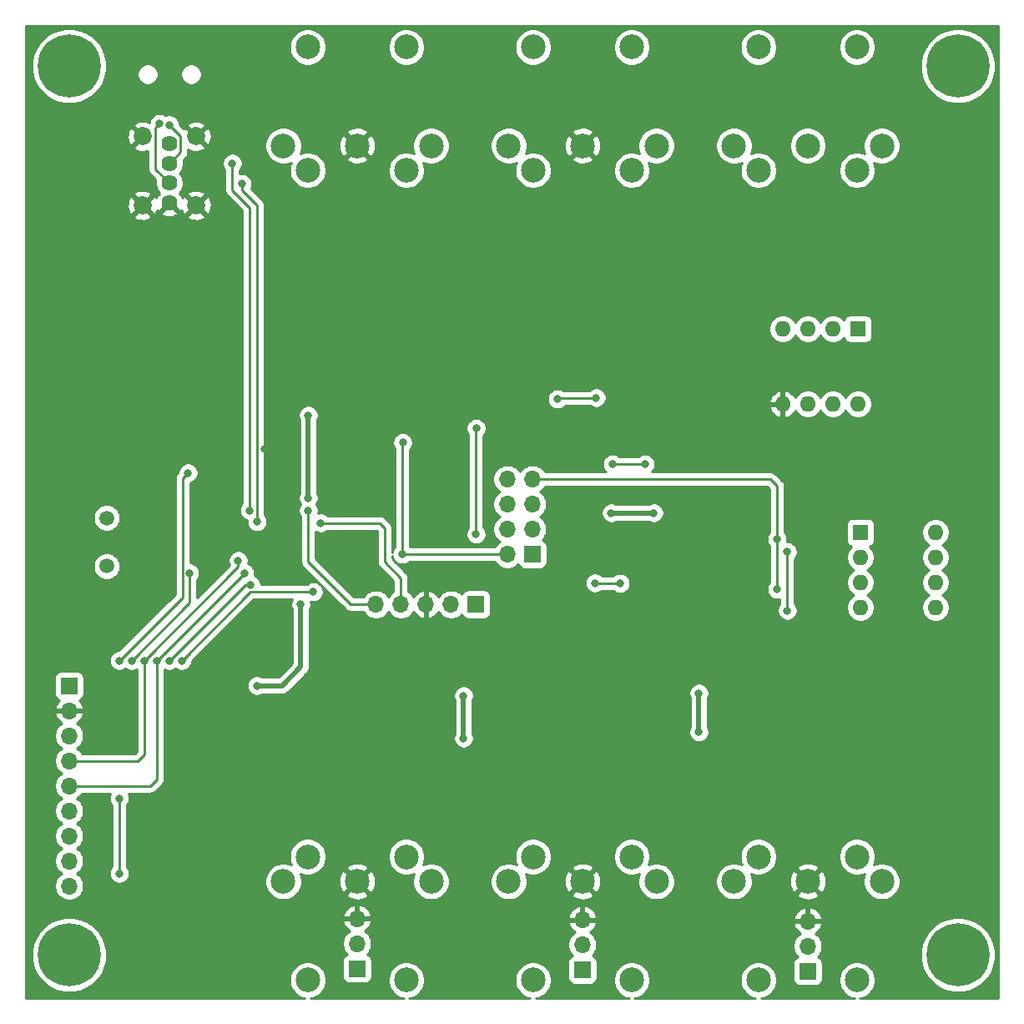
<source format=gbr>
G04 #@! TF.GenerationSoftware,KiCad,Pcbnew,(5.1.9)-1*
G04 #@! TF.CreationDate,2021-01-20T12:41:54+11:00*
G04 #@! TF.ProjectId,USBtoMIDI,55534274-6f4d-4494-9449-2e6b69636164,rev?*
G04 #@! TF.SameCoordinates,Original*
G04 #@! TF.FileFunction,Copper,L2,Bot*
G04 #@! TF.FilePolarity,Positive*
%FSLAX46Y46*%
G04 Gerber Fmt 4.6, Leading zero omitted, Abs format (unit mm)*
G04 Created by KiCad (PCBNEW (5.1.9)-1) date 2021-01-20 12:41:54*
%MOMM*%
%LPD*%
G01*
G04 APERTURE LIST*
G04 #@! TA.AperFunction,ComponentPad*
%ADD10R,1.600000X1.600000*%
G04 #@! TD*
G04 #@! TA.AperFunction,ComponentPad*
%ADD11O,1.600000X1.600000*%
G04 #@! TD*
G04 #@! TA.AperFunction,ComponentPad*
%ADD12C,1.620000*%
G04 #@! TD*
G04 #@! TA.AperFunction,ComponentPad*
%ADD13C,1.850000*%
G04 #@! TD*
G04 #@! TA.AperFunction,ComponentPad*
%ADD14R,1.700000X1.700000*%
G04 #@! TD*
G04 #@! TA.AperFunction,ComponentPad*
%ADD15O,1.700000X1.700000*%
G04 #@! TD*
G04 #@! TA.AperFunction,ComponentPad*
%ADD16C,2.500000*%
G04 #@! TD*
G04 #@! TA.AperFunction,ComponentPad*
%ADD17C,6.400000*%
G04 #@! TD*
G04 #@! TA.AperFunction,ComponentPad*
%ADD18C,0.800000*%
G04 #@! TD*
G04 #@! TA.AperFunction,ComponentPad*
%ADD19C,1.500000*%
G04 #@! TD*
G04 #@! TA.AperFunction,ViaPad*
%ADD20C,0.800000*%
G04 #@! TD*
G04 #@! TA.AperFunction,Conductor*
%ADD21C,0.250000*%
G04 #@! TD*
G04 #@! TA.AperFunction,Conductor*
%ADD22C,0.500000*%
G04 #@! TD*
G04 #@! TA.AperFunction,Conductor*
%ADD23C,0.254000*%
G04 #@! TD*
G04 #@! TA.AperFunction,Conductor*
%ADD24C,0.100000*%
G04 #@! TD*
G04 APERTURE END LIST*
D10*
G04 #@! TO.P,U6,1*
G04 #@! TO.N,Net-(U6-Pad1)*
X193040000Y-77470000D03*
D11*
G04 #@! TO.P,U6,5*
G04 #@! TO.N,GND*
X185420000Y-85090000D03*
G04 #@! TO.P,U6,2*
G04 #@! TO.N,Net-(D2-Pad1)*
X190500000Y-77470000D03*
G04 #@! TO.P,U6,6*
G04 #@! TO.N,Net-(R6-Pad1)*
X187960000Y-85090000D03*
G04 #@! TO.P,U6,3*
G04 #@! TO.N,Net-(D2-Pad2)*
X187960000Y-77470000D03*
G04 #@! TO.P,U6,7*
G04 #@! TO.N,Net-(R7-Pad2)*
X190500000Y-85090000D03*
G04 #@! TO.P,U6,4*
G04 #@! TO.N,Net-(U6-Pad4)*
X185420000Y-77470000D03*
G04 #@! TO.P,U6,8*
G04 #@! TO.N,+5V*
X193040000Y-85090000D03*
G04 #@! TD*
D12*
G04 #@! TO.P,USB1,1*
G04 #@! TO.N,+5V*
X123190000Y-58674000D03*
G04 #@! TO.P,USB1,2*
G04 #@! TO.N,USB_D-*
X123190000Y-60674000D03*
G04 #@! TO.P,USB1,3*
G04 #@! TO.N,USB_D+*
X123190000Y-62674000D03*
D13*
G04 #@! TO.P,USB1,5*
G04 #@! TO.N,GND*
X125910000Y-57944000D03*
D12*
G04 #@! TO.P,USB1,4*
X123190000Y-64674000D03*
D13*
G04 #@! TO.P,USB1,5*
X125910000Y-64944000D03*
X120470000Y-57944000D03*
X120470000Y-64944000D03*
G04 #@! TD*
D10*
G04 #@! TO.P,SW1,1*
G04 #@! TO.N,OUT1_EN*
X193294000Y-98107500D03*
D11*
G04 #@! TO.P,SW1,5*
G04 #@! TO.N,+5V*
X200914000Y-105727500D03*
G04 #@! TO.P,SW1,2*
G04 #@! TO.N,OUT2_EN*
X193294000Y-100647500D03*
G04 #@! TO.P,SW1,6*
G04 #@! TO.N,+5V*
X200914000Y-103187500D03*
G04 #@! TO.P,SW1,3*
G04 #@! TO.N,OUT3_EN*
X193294000Y-103187500D03*
G04 #@! TO.P,SW1,7*
G04 #@! TO.N,+5V*
X200914000Y-100647500D03*
G04 #@! TO.P,SW1,4*
G04 #@! TO.N,OUT4_EN*
X193294000Y-105727500D03*
G04 #@! TO.P,SW1,8*
G04 #@! TO.N,+5V*
X200914000Y-98107500D03*
G04 #@! TD*
D14*
G04 #@! TO.P,J3,1*
G04 #@! TO.N,Net-(DIN5-Pad4)*
X165100000Y-142494000D03*
D15*
G04 #@! TO.P,J3,2*
G04 #@! TO.N,Net-(DIN5-Pad5)*
X165100000Y-139954000D03*
G04 #@! TO.P,J3,3*
G04 #@! TO.N,GND*
X165100000Y-137414000D03*
G04 #@! TD*
D14*
G04 #@! TO.P,J2,1*
G04 #@! TO.N,Net-(DIN4-Pad4)*
X142240000Y-142367000D03*
D15*
G04 #@! TO.P,J2,2*
G04 #@! TO.N,Net-(DIN4-Pad5)*
X142240000Y-139827000D03*
G04 #@! TO.P,J2,3*
G04 #@! TO.N,GND*
X142240000Y-137287000D03*
G04 #@! TD*
D14*
G04 #@! TO.P,J1,1*
G04 #@! TO.N,Net-(DIN6-Pad4)*
X187960000Y-142621000D03*
D15*
G04 #@! TO.P,J1,2*
G04 #@! TO.N,Net-(DIN6-Pad5)*
X187960000Y-140081000D03*
G04 #@! TO.P,J1,3*
G04 #@! TO.N,GND*
X187960000Y-137541000D03*
G04 #@! TD*
D16*
G04 #@! TO.P,DIN6,6*
G04 #@! TO.N,N/C*
X182960000Y-143525000D03*
X192960000Y-143525000D03*
G04 #@! TO.P,DIN6,5*
G04 #@! TO.N,Net-(DIN6-Pad5)*
X182960000Y-131025000D03*
G04 #@! TO.P,DIN6,1*
G04 #@! TO.N,Net-(DIN6-Pad1)*
X195460000Y-133525000D03*
G04 #@! TO.P,DIN6,2*
G04 #@! TO.N,GND*
X187960000Y-133525000D03*
G04 #@! TO.P,DIN6,4*
G04 #@! TO.N,Net-(DIN6-Pad4)*
X192960000Y-131025000D03*
G04 #@! TO.P,DIN6,3*
G04 #@! TO.N,Net-(DIN6-Pad3)*
X180460000Y-133525000D03*
G04 #@! TD*
G04 #@! TO.P,DIN5,6*
G04 #@! TO.N,N/C*
X160100000Y-143525000D03*
X170100000Y-143525000D03*
G04 #@! TO.P,DIN5,5*
G04 #@! TO.N,Net-(DIN5-Pad5)*
X160100000Y-131025000D03*
G04 #@! TO.P,DIN5,1*
G04 #@! TO.N,Net-(DIN5-Pad1)*
X172600000Y-133525000D03*
G04 #@! TO.P,DIN5,2*
G04 #@! TO.N,GND*
X165100000Y-133525000D03*
G04 #@! TO.P,DIN5,4*
G04 #@! TO.N,Net-(DIN5-Pad4)*
X170100000Y-131025000D03*
G04 #@! TO.P,DIN5,3*
G04 #@! TO.N,Net-(DIN5-Pad3)*
X157600000Y-133525000D03*
G04 #@! TD*
D14*
G04 #@! TO.P,J7,1*
G04 #@! TO.N,MIDI_IN*
X160020000Y-100330000D03*
D15*
G04 #@! TO.P,J7,2*
G04 #@! TO.N,TTL_RXD*
X157480000Y-100330000D03*
G04 #@! TO.P,J7,3*
G04 #@! TO.N,Net-(J7-Pad3)*
X160020000Y-97790000D03*
G04 #@! TO.P,J7,4*
G04 #@! TO.N,Net-(J7-Pad4)*
X157480000Y-97790000D03*
G04 #@! TO.P,J7,5*
G04 #@! TO.N,MIDI_IN*
X160020000Y-95250000D03*
G04 #@! TO.P,J7,6*
G04 #@! TO.N,Net-(J7-Pad6)*
X157480000Y-95250000D03*
G04 #@! TO.P,J7,7*
G04 #@! TO.N,MIDI_OUT*
X160020000Y-92710000D03*
G04 #@! TO.P,J7,8*
G04 #@! TO.N,TTL_TXD*
X157480000Y-92710000D03*
G04 #@! TD*
D16*
G04 #@! TO.P,DIN4,6*
G04 #@! TO.N,N/C*
X137240000Y-143525000D03*
X147240000Y-143525000D03*
G04 #@! TO.P,DIN4,5*
G04 #@! TO.N,Net-(DIN4-Pad5)*
X137240000Y-131025000D03*
G04 #@! TO.P,DIN4,1*
G04 #@! TO.N,Net-(DIN4-Pad1)*
X149740000Y-133525000D03*
G04 #@! TO.P,DIN4,2*
G04 #@! TO.N,GND*
X142240000Y-133525000D03*
G04 #@! TO.P,DIN4,4*
G04 #@! TO.N,Net-(DIN4-Pad4)*
X147240000Y-131025000D03*
G04 #@! TO.P,DIN4,3*
G04 #@! TO.N,Net-(DIN4-Pad3)*
X134740000Y-133525000D03*
G04 #@! TD*
D17*
G04 #@! TO.P,H4,1*
G04 #@! TO.N,N/C*
X203200000Y-50800000D03*
D18*
X203200000Y-53200000D03*
X201502944Y-52497056D03*
X200800000Y-50800000D03*
X201502944Y-49102944D03*
X203200000Y-48400000D03*
X204897056Y-49102944D03*
X205600000Y-50800000D03*
X204897056Y-52497056D03*
G04 #@! TD*
D17*
G04 #@! TO.P,H3,1*
G04 #@! TO.N,N/C*
X203200000Y-140970000D03*
D18*
X203200000Y-143370000D03*
X201502944Y-142667056D03*
X200800000Y-140970000D03*
X201502944Y-139272944D03*
X203200000Y-138570000D03*
X204897056Y-139272944D03*
X205600000Y-140970000D03*
X204897056Y-142667056D03*
G04 #@! TD*
D17*
G04 #@! TO.P,H2,1*
G04 #@! TO.N,N/C*
X113030000Y-140970000D03*
D18*
X113030000Y-143370000D03*
X111332944Y-142667056D03*
X110630000Y-140970000D03*
X111332944Y-139272944D03*
X113030000Y-138570000D03*
X114727056Y-139272944D03*
X115430000Y-140970000D03*
X114727056Y-142667056D03*
G04 #@! TD*
D17*
G04 #@! TO.P,H1,1*
G04 #@! TO.N,N/C*
X113030000Y-50800000D03*
D18*
X113030000Y-53200000D03*
X111332944Y-52497056D03*
X110630000Y-50800000D03*
X111332944Y-49102944D03*
X113030000Y-48400000D03*
X114727056Y-49102944D03*
X115430000Y-50800000D03*
X114727056Y-52497056D03*
G04 #@! TD*
D19*
G04 #@! TO.P,Y1,1*
G04 #@! TO.N,OSCI*
X116840000Y-96647000D03*
G04 #@! TO.P,Y1,2*
G04 #@! TO.N,OSCO*
X116840000Y-101547000D03*
G04 #@! TD*
D16*
G04 #@! TO.P,DIN3,6*
G04 #@! TO.N,N/C*
X147240000Y-48880000D03*
X137240000Y-48880000D03*
G04 #@! TO.P,DIN3,5*
G04 #@! TO.N,Net-(DIN3-Pad5)*
X147240000Y-61380000D03*
G04 #@! TO.P,DIN3,1*
G04 #@! TO.N,Net-(DIN3-Pad1)*
X134740000Y-58880000D03*
G04 #@! TO.P,DIN3,2*
G04 #@! TO.N,GND*
X142240000Y-58880000D03*
G04 #@! TO.P,DIN3,4*
G04 #@! TO.N,Net-(DIN3-Pad4)*
X137240000Y-61380000D03*
G04 #@! TO.P,DIN3,3*
G04 #@! TO.N,Net-(DIN3-Pad3)*
X149740000Y-58880000D03*
G04 #@! TD*
G04 #@! TO.P,DIN2,6*
G04 #@! TO.N,N/C*
X170100000Y-48880000D03*
X160100000Y-48880000D03*
G04 #@! TO.P,DIN2,5*
G04 #@! TO.N,Net-(DIN2-Pad5)*
X170100000Y-61380000D03*
G04 #@! TO.P,DIN2,1*
G04 #@! TO.N,Net-(DIN2-Pad1)*
X157600000Y-58880000D03*
G04 #@! TO.P,DIN2,2*
G04 #@! TO.N,GND*
X165100000Y-58880000D03*
G04 #@! TO.P,DIN2,4*
G04 #@! TO.N,Net-(DIN2-Pad4)*
X160100000Y-61380000D03*
G04 #@! TO.P,DIN2,3*
G04 #@! TO.N,Net-(DIN2-Pad3)*
X172600000Y-58880000D03*
G04 #@! TD*
G04 #@! TO.P,DIN1,6*
G04 #@! TO.N,N/C*
X192960000Y-48880000D03*
X182960000Y-48880000D03*
G04 #@! TO.P,DIN1,5*
G04 #@! TO.N,Net-(DIN1-Pad5)*
X192960000Y-61380000D03*
G04 #@! TO.P,DIN1,1*
G04 #@! TO.N,Net-(DIN1-Pad1)*
X180460000Y-58880000D03*
G04 #@! TO.P,DIN1,2*
G04 #@! TO.N,Net-(DIN1-Pad2)*
X187960000Y-58880000D03*
G04 #@! TO.P,DIN1,4*
G04 #@! TO.N,Net-(D2-Pad2)*
X182960000Y-61380000D03*
G04 #@! TO.P,DIN1,3*
G04 #@! TO.N,Net-(DIN1-Pad3)*
X195460000Y-58880000D03*
G04 #@! TD*
D14*
G04 #@! TO.P,J9,1*
G04 #@! TO.N,+5V*
X113030000Y-113665000D03*
D15*
G04 #@! TO.P,J9,2*
G04 #@! TO.N,GND*
X113030000Y-116205000D03*
G04 #@! TO.P,J9,3*
G04 #@! TO.N,+3V3*
X113030000Y-118745000D03*
G04 #@! TO.P,J9,4*
G04 #@! TO.N,SDA*
X113030000Y-121285000D03*
G04 #@! TO.P,J9,5*
G04 #@! TO.N,SCL*
X113030000Y-123825000D03*
G04 #@! TO.P,J9,6*
G04 #@! TO.N,SDO*
X113030000Y-126365000D03*
G04 #@! TO.P,J9,7*
G04 #@! TO.N,SS*
X113030000Y-128905000D03*
G04 #@! TO.P,J9,8*
G04 #@! TO.N,TTL_RXD*
X113030000Y-131445000D03*
G04 #@! TO.P,J9,9*
G04 #@! TO.N,TTL_TXD*
X113030000Y-133985000D03*
G04 #@! TD*
D14*
G04 #@! TO.P,J8,1*
G04 #@! TO.N,MCLR*
X154305000Y-105410000D03*
D15*
G04 #@! TO.P,J8,2*
G04 #@! TO.N,+3V3*
X151765000Y-105410000D03*
G04 #@! TO.P,J8,3*
G04 #@! TO.N,GND*
X149225000Y-105410000D03*
G04 #@! TO.P,J8,4*
G04 #@! TO.N,USB_D+*
X146685000Y-105410000D03*
G04 #@! TO.P,J8,5*
G04 #@! TO.N,USB_D-*
X144145000Y-105410000D03*
G04 #@! TD*
D20*
G04 #@! TO.N,MCLR*
X154305000Y-98298000D03*
X154328402Y-87539990D03*
G04 #@! TO.N,+3V3*
X137287000Y-86233000D03*
X137287000Y-94615000D03*
G04 #@! TO.N,GND*
X115697000Y-76200000D03*
X132842000Y-89662000D03*
X120650000Y-104775000D03*
X120650000Y-93980000D03*
X192786000Y-91567000D03*
X143256000Y-98552000D03*
X127381000Y-86233000D03*
X132080000Y-99695000D03*
X129286000Y-97155000D03*
X139573000Y-109347000D03*
X179768500Y-105156000D03*
X196850000Y-114808000D03*
X170942000Y-88773000D03*
X171022011Y-113049187D03*
X112268000Y-86995000D03*
G04 #@! TO.N,USB_D+*
X132080000Y-97028000D03*
X138557000Y-97155000D03*
X130556000Y-62738000D03*
X122183000Y-56642000D03*
G04 #@! TO.N,USB_D-*
X131318000Y-95885000D03*
X137287000Y-95885000D03*
X129572000Y-60674000D03*
X123190000Y-56769000D03*
G04 #@! TO.N,+5V*
X136525000Y-105410000D03*
X132080000Y-113665000D03*
X176911000Y-118364000D03*
X176911000Y-114427000D03*
X172339000Y-96139000D03*
X168021000Y-96139000D03*
X153035000Y-114681000D03*
X153035000Y-118999000D03*
G04 #@! TO.N,SDA*
X130175000Y-100965000D03*
X120650000Y-111125000D03*
G04 #@! TO.N,SCL*
X130810000Y-102235000D03*
X121920000Y-111125000D03*
G04 #@! TO.N,SDO*
X125237851Y-102235000D03*
X125237853Y-102235000D03*
X119380000Y-111125000D03*
G04 #@! TO.N,SS*
X131445000Y-103414990D03*
X123190000Y-111125000D03*
G04 #@! TO.N,TTL_RXD*
X137795000Y-104140000D03*
X124460000Y-111125000D03*
X146812000Y-100330000D03*
X146866849Y-88990010D03*
G04 #@! TO.N,TTL_TXD*
X125095000Y-92075000D03*
X118110000Y-111125000D03*
X118110000Y-132715000D03*
X118110000Y-125095000D03*
G04 #@! TO.N,Net-(R6-Pad1)*
X171450000Y-91186000D03*
X168148000Y-91186000D03*
G04 #@! TO.N,MIDI_IN*
X166497000Y-84455000D03*
X162560000Y-84582000D03*
G04 #@! TO.N,MIDI_OUT*
X184848500Y-103886000D03*
X184848500Y-98806000D03*
G04 #@! TO.N,OUT4_EN*
X185877200Y-100088700D03*
X185877200Y-106045000D03*
G04 #@! TO.N,Net-(U5-Pad13)*
X168932699Y-103273699D03*
X166370000Y-103251000D03*
G04 #@! TD*
D21*
G04 #@! TO.N,MCLR*
X154305000Y-87630000D02*
X154305000Y-87630000D01*
X154305000Y-98298000D02*
X154305000Y-87563392D01*
X154305000Y-87563392D02*
X154328402Y-87539990D01*
D22*
G04 #@! TO.N,+3V3*
X137287000Y-94615000D02*
X137287000Y-86233000D01*
D21*
G04 #@! TO.N,USB_D+*
X132080000Y-96012000D02*
X132080000Y-96012000D01*
X132080000Y-97028000D02*
X132080000Y-65759198D01*
X138557000Y-97155000D02*
X139319000Y-97155000D01*
X132080000Y-65759198D02*
X132080000Y-64897000D01*
X132080000Y-64897000D02*
X130556000Y-63373000D01*
X130556000Y-63373000D02*
X130556000Y-62738000D01*
X130556000Y-62738000D02*
X130556000Y-62611000D01*
X121783001Y-61267001D02*
X123190000Y-62674000D01*
X121783001Y-57041999D02*
X121783001Y-61267001D01*
X122183000Y-56642000D02*
X121783001Y-57041999D01*
X146685000Y-105410000D02*
X146685000Y-102743000D01*
X146685000Y-102743000D02*
X145034000Y-101092000D01*
X145034000Y-101092000D02*
X145034000Y-97663000D01*
X144526000Y-97155000D02*
X138557000Y-97155000D01*
X145034000Y-97663000D02*
X144526000Y-97155000D01*
G04 #@! TO.N,USB_D-*
X131318000Y-94615000D02*
X131318000Y-94615000D01*
X131318000Y-95885000D02*
X131318000Y-66167000D01*
X131318000Y-66167000D02*
X131318000Y-65151000D01*
X131318000Y-65151000D02*
X129540000Y-63373000D01*
X129540000Y-63373000D02*
X129540000Y-60706000D01*
X124325001Y-59538999D02*
X123190000Y-60674000D01*
X124325001Y-57904001D02*
X124325001Y-59538999D01*
X123190000Y-56769000D02*
X124325001Y-57904001D01*
X144145000Y-105410000D02*
X141605000Y-105410000D01*
X137287000Y-101092000D02*
X137287000Y-95885000D01*
X141605000Y-105410000D02*
X137287000Y-101092000D01*
D22*
G04 #@! TO.N,+5V*
X132080000Y-113665000D02*
X132080000Y-113665000D01*
X132080000Y-113665000D02*
X134620000Y-113665000D01*
X136525000Y-111760000D02*
X136525000Y-105410000D01*
X134620000Y-113665000D02*
X136525000Y-111760000D01*
X176911000Y-118364000D02*
X176911000Y-114427000D01*
X168021000Y-96139000D02*
X172339000Y-96139000D01*
X153035000Y-118999000D02*
X153035000Y-114681000D01*
D21*
G04 #@! TO.N,SDA*
X130175000Y-100965000D02*
X130175000Y-101600000D01*
X130175000Y-101600000D02*
X120650000Y-111125000D01*
X120650000Y-111125000D02*
X120650000Y-111125000D01*
X113030000Y-121285000D02*
X120015000Y-121285000D01*
X120650000Y-120650000D02*
X120650000Y-111125000D01*
X120015000Y-121285000D02*
X120650000Y-120650000D01*
X120650000Y-111125000D02*
X120650000Y-111125000D01*
G04 #@! TO.N,SCL*
X130810000Y-102235000D02*
X121920000Y-111125000D01*
X121920000Y-111125000D02*
X121920000Y-111125000D01*
X113030000Y-123825000D02*
X121285000Y-123825000D01*
X121920000Y-123190000D02*
X121920000Y-111125000D01*
X121285000Y-123825000D02*
X121920000Y-123190000D01*
X121920000Y-111125000D02*
X121920000Y-111125000D01*
G04 #@! TO.N,SDO*
X125237851Y-102800685D02*
X125237851Y-102235000D01*
X119380000Y-111125000D02*
X119380000Y-111125000D01*
X125237851Y-105267149D02*
X125237851Y-102800685D01*
X119380000Y-111125000D02*
X125237851Y-105267149D01*
G04 #@! TO.N,SS*
X123190000Y-111125000D02*
X123190000Y-111125000D01*
X130900010Y-103414990D02*
X131445000Y-103414990D01*
X123190000Y-111125000D02*
X130900010Y-103414990D01*
G04 #@! TO.N,TTL_RXD*
X137795000Y-104140000D02*
X131445000Y-104140000D01*
X131445000Y-104140000D02*
X124460000Y-111125000D01*
X124460000Y-111125000D02*
X124460000Y-111125000D01*
X146812000Y-100330000D02*
X146812000Y-100330000D01*
X146812000Y-100330000D02*
X157480000Y-100330000D01*
X146812000Y-100330000D02*
X146812000Y-89044859D01*
X146812000Y-89044859D02*
X146866849Y-88990010D01*
G04 #@! TO.N,TTL_TXD*
X124512841Y-92657159D02*
X124512841Y-104722159D01*
X125095000Y-92075000D02*
X124512841Y-92657159D01*
X124512841Y-104722159D02*
X118110000Y-111125000D01*
X118110000Y-111125000D02*
X118110000Y-111125000D01*
X118110000Y-132715000D02*
X118110000Y-125095000D01*
G04 #@! TO.N,Net-(R6-Pad1)*
X168148000Y-91186000D02*
X171450000Y-91186000D01*
G04 #@! TO.N,MIDI_IN*
X162687000Y-84455000D02*
X162560000Y-84582000D01*
X166497000Y-84455000D02*
X162687000Y-84455000D01*
G04 #@! TO.N,MIDI_OUT*
X184848500Y-98806000D02*
X184848500Y-103886000D01*
X184848500Y-98806000D02*
X184848500Y-93408500D01*
X184150000Y-92710000D02*
X160020000Y-92710000D01*
X184848500Y-93408500D02*
X184150000Y-92710000D01*
G04 #@! TO.N,OUT4_EN*
X185877200Y-100088700D02*
X185877200Y-106045000D01*
G04 #@! TO.N,Net-(U5-Pad13)*
X166392699Y-103273699D02*
X166370000Y-103251000D01*
X168932699Y-103273699D02*
X166392699Y-103273699D01*
G04 #@! TD*
D23*
G04 #@! TO.N,GND*
X207290001Y-145390000D02*
X193246203Y-145390000D01*
X193509834Y-145337561D01*
X193852882Y-145195466D01*
X194161618Y-144989175D01*
X194424175Y-144726618D01*
X194630466Y-144417882D01*
X194772561Y-144074834D01*
X194845000Y-143710656D01*
X194845000Y-143339344D01*
X194772561Y-142975166D01*
X194630466Y-142632118D01*
X194424175Y-142323382D01*
X194161618Y-142060825D01*
X193852882Y-141854534D01*
X193509834Y-141712439D01*
X193145656Y-141640000D01*
X192774344Y-141640000D01*
X192410166Y-141712439D01*
X192067118Y-141854534D01*
X191758382Y-142060825D01*
X191495825Y-142323382D01*
X191289534Y-142632118D01*
X191147439Y-142975166D01*
X191075000Y-143339344D01*
X191075000Y-143710656D01*
X191147439Y-144074834D01*
X191289534Y-144417882D01*
X191495825Y-144726618D01*
X191758382Y-144989175D01*
X192067118Y-145195466D01*
X192410166Y-145337561D01*
X192673797Y-145390000D01*
X183246203Y-145390000D01*
X183509834Y-145337561D01*
X183852882Y-145195466D01*
X184161618Y-144989175D01*
X184424175Y-144726618D01*
X184630466Y-144417882D01*
X184772561Y-144074834D01*
X184845000Y-143710656D01*
X184845000Y-143339344D01*
X184772561Y-142975166D01*
X184630466Y-142632118D01*
X184424175Y-142323382D01*
X184161618Y-142060825D01*
X183852882Y-141854534D01*
X183651213Y-141771000D01*
X186471928Y-141771000D01*
X186471928Y-143471000D01*
X186484188Y-143595482D01*
X186520498Y-143715180D01*
X186579463Y-143825494D01*
X186658815Y-143922185D01*
X186755506Y-144001537D01*
X186865820Y-144060502D01*
X186985518Y-144096812D01*
X187110000Y-144109072D01*
X188810000Y-144109072D01*
X188934482Y-144096812D01*
X189054180Y-144060502D01*
X189164494Y-144001537D01*
X189261185Y-143922185D01*
X189340537Y-143825494D01*
X189399502Y-143715180D01*
X189435812Y-143595482D01*
X189448072Y-143471000D01*
X189448072Y-141771000D01*
X189435812Y-141646518D01*
X189399502Y-141526820D01*
X189340537Y-141416506D01*
X189261185Y-141319815D01*
X189164494Y-141240463D01*
X189054180Y-141181498D01*
X188981620Y-141159487D01*
X189113475Y-141027632D01*
X189275990Y-140784411D01*
X189355570Y-140592285D01*
X199365000Y-140592285D01*
X199365000Y-141347715D01*
X199512377Y-142088628D01*
X199801467Y-142786554D01*
X200221161Y-143414670D01*
X200755330Y-143948839D01*
X201383446Y-144368533D01*
X202081372Y-144657623D01*
X202822285Y-144805000D01*
X203577715Y-144805000D01*
X204318628Y-144657623D01*
X205016554Y-144368533D01*
X205644670Y-143948839D01*
X206178839Y-143414670D01*
X206598533Y-142786554D01*
X206887623Y-142088628D01*
X207035000Y-141347715D01*
X207035000Y-140592285D01*
X206887623Y-139851372D01*
X206598533Y-139153446D01*
X206178839Y-138525330D01*
X205644670Y-137991161D01*
X205016554Y-137571467D01*
X204318628Y-137282377D01*
X203577715Y-137135000D01*
X202822285Y-137135000D01*
X202081372Y-137282377D01*
X201383446Y-137571467D01*
X200755330Y-137991161D01*
X200221161Y-138525330D01*
X199801467Y-139153446D01*
X199512377Y-139851372D01*
X199365000Y-140592285D01*
X189355570Y-140592285D01*
X189387932Y-140514158D01*
X189445000Y-140227260D01*
X189445000Y-139934740D01*
X189387932Y-139647842D01*
X189275990Y-139377589D01*
X189113475Y-139134368D01*
X188906632Y-138927525D01*
X188724466Y-138805805D01*
X188841355Y-138736178D01*
X189057588Y-138541269D01*
X189231641Y-138307920D01*
X189356825Y-138045099D01*
X189401476Y-137897890D01*
X189280155Y-137668000D01*
X188087000Y-137668000D01*
X188087000Y-137688000D01*
X187833000Y-137688000D01*
X187833000Y-137668000D01*
X186639845Y-137668000D01*
X186518524Y-137897890D01*
X186563175Y-138045099D01*
X186688359Y-138307920D01*
X186862412Y-138541269D01*
X187078645Y-138736178D01*
X187195534Y-138805805D01*
X187013368Y-138927525D01*
X186806525Y-139134368D01*
X186644010Y-139377589D01*
X186532068Y-139647842D01*
X186475000Y-139934740D01*
X186475000Y-140227260D01*
X186532068Y-140514158D01*
X186644010Y-140784411D01*
X186806525Y-141027632D01*
X186938380Y-141159487D01*
X186865820Y-141181498D01*
X186755506Y-141240463D01*
X186658815Y-141319815D01*
X186579463Y-141416506D01*
X186520498Y-141526820D01*
X186484188Y-141646518D01*
X186471928Y-141771000D01*
X183651213Y-141771000D01*
X183509834Y-141712439D01*
X183145656Y-141640000D01*
X182774344Y-141640000D01*
X182410166Y-141712439D01*
X182067118Y-141854534D01*
X181758382Y-142060825D01*
X181495825Y-142323382D01*
X181289534Y-142632118D01*
X181147439Y-142975166D01*
X181075000Y-143339344D01*
X181075000Y-143710656D01*
X181147439Y-144074834D01*
X181289534Y-144417882D01*
X181495825Y-144726618D01*
X181758382Y-144989175D01*
X182067118Y-145195466D01*
X182410166Y-145337561D01*
X182673797Y-145390000D01*
X170386203Y-145390000D01*
X170649834Y-145337561D01*
X170992882Y-145195466D01*
X171301618Y-144989175D01*
X171564175Y-144726618D01*
X171770466Y-144417882D01*
X171912561Y-144074834D01*
X171985000Y-143710656D01*
X171985000Y-143339344D01*
X171912561Y-142975166D01*
X171770466Y-142632118D01*
X171564175Y-142323382D01*
X171301618Y-142060825D01*
X170992882Y-141854534D01*
X170649834Y-141712439D01*
X170285656Y-141640000D01*
X169914344Y-141640000D01*
X169550166Y-141712439D01*
X169207118Y-141854534D01*
X168898382Y-142060825D01*
X168635825Y-142323382D01*
X168429534Y-142632118D01*
X168287439Y-142975166D01*
X168215000Y-143339344D01*
X168215000Y-143710656D01*
X168287439Y-144074834D01*
X168429534Y-144417882D01*
X168635825Y-144726618D01*
X168898382Y-144989175D01*
X169207118Y-145195466D01*
X169550166Y-145337561D01*
X169813797Y-145390000D01*
X160386203Y-145390000D01*
X160649834Y-145337561D01*
X160992882Y-145195466D01*
X161301618Y-144989175D01*
X161564175Y-144726618D01*
X161770466Y-144417882D01*
X161912561Y-144074834D01*
X161985000Y-143710656D01*
X161985000Y-143339344D01*
X161912561Y-142975166D01*
X161770466Y-142632118D01*
X161564175Y-142323382D01*
X161301618Y-142060825D01*
X160992882Y-141854534D01*
X160649834Y-141712439D01*
X160305766Y-141644000D01*
X163611928Y-141644000D01*
X163611928Y-143344000D01*
X163624188Y-143468482D01*
X163660498Y-143588180D01*
X163719463Y-143698494D01*
X163798815Y-143795185D01*
X163895506Y-143874537D01*
X164005820Y-143933502D01*
X164125518Y-143969812D01*
X164250000Y-143982072D01*
X165950000Y-143982072D01*
X166074482Y-143969812D01*
X166194180Y-143933502D01*
X166304494Y-143874537D01*
X166401185Y-143795185D01*
X166480537Y-143698494D01*
X166539502Y-143588180D01*
X166575812Y-143468482D01*
X166588072Y-143344000D01*
X166588072Y-141644000D01*
X166575812Y-141519518D01*
X166539502Y-141399820D01*
X166480537Y-141289506D01*
X166401185Y-141192815D01*
X166304494Y-141113463D01*
X166194180Y-141054498D01*
X166121620Y-141032487D01*
X166253475Y-140900632D01*
X166415990Y-140657411D01*
X166527932Y-140387158D01*
X166585000Y-140100260D01*
X166585000Y-139807740D01*
X166527932Y-139520842D01*
X166415990Y-139250589D01*
X166253475Y-139007368D01*
X166046632Y-138800525D01*
X165864466Y-138678805D01*
X165981355Y-138609178D01*
X166197588Y-138414269D01*
X166371641Y-138180920D01*
X166496825Y-137918099D01*
X166541476Y-137770890D01*
X166420155Y-137541000D01*
X165227000Y-137541000D01*
X165227000Y-137561000D01*
X164973000Y-137561000D01*
X164973000Y-137541000D01*
X163779845Y-137541000D01*
X163658524Y-137770890D01*
X163703175Y-137918099D01*
X163828359Y-138180920D01*
X164002412Y-138414269D01*
X164218645Y-138609178D01*
X164335534Y-138678805D01*
X164153368Y-138800525D01*
X163946525Y-139007368D01*
X163784010Y-139250589D01*
X163672068Y-139520842D01*
X163615000Y-139807740D01*
X163615000Y-140100260D01*
X163672068Y-140387158D01*
X163784010Y-140657411D01*
X163946525Y-140900632D01*
X164078380Y-141032487D01*
X164005820Y-141054498D01*
X163895506Y-141113463D01*
X163798815Y-141192815D01*
X163719463Y-141289506D01*
X163660498Y-141399820D01*
X163624188Y-141519518D01*
X163611928Y-141644000D01*
X160305766Y-141644000D01*
X160285656Y-141640000D01*
X159914344Y-141640000D01*
X159550166Y-141712439D01*
X159207118Y-141854534D01*
X158898382Y-142060825D01*
X158635825Y-142323382D01*
X158429534Y-142632118D01*
X158287439Y-142975166D01*
X158215000Y-143339344D01*
X158215000Y-143710656D01*
X158287439Y-144074834D01*
X158429534Y-144417882D01*
X158635825Y-144726618D01*
X158898382Y-144989175D01*
X159207118Y-145195466D01*
X159550166Y-145337561D01*
X159813797Y-145390000D01*
X147526203Y-145390000D01*
X147789834Y-145337561D01*
X148132882Y-145195466D01*
X148441618Y-144989175D01*
X148704175Y-144726618D01*
X148910466Y-144417882D01*
X149052561Y-144074834D01*
X149125000Y-143710656D01*
X149125000Y-143339344D01*
X149052561Y-142975166D01*
X148910466Y-142632118D01*
X148704175Y-142323382D01*
X148441618Y-142060825D01*
X148132882Y-141854534D01*
X147789834Y-141712439D01*
X147425656Y-141640000D01*
X147054344Y-141640000D01*
X146690166Y-141712439D01*
X146347118Y-141854534D01*
X146038382Y-142060825D01*
X145775825Y-142323382D01*
X145569534Y-142632118D01*
X145427439Y-142975166D01*
X145355000Y-143339344D01*
X145355000Y-143710656D01*
X145427439Y-144074834D01*
X145569534Y-144417882D01*
X145775825Y-144726618D01*
X146038382Y-144989175D01*
X146347118Y-145195466D01*
X146690166Y-145337561D01*
X146953797Y-145390000D01*
X137526203Y-145390000D01*
X137789834Y-145337561D01*
X138132882Y-145195466D01*
X138441618Y-144989175D01*
X138704175Y-144726618D01*
X138910466Y-144417882D01*
X139052561Y-144074834D01*
X139125000Y-143710656D01*
X139125000Y-143339344D01*
X139052561Y-142975166D01*
X138910466Y-142632118D01*
X138704175Y-142323382D01*
X138441618Y-142060825D01*
X138132882Y-141854534D01*
X137789834Y-141712439D01*
X137425656Y-141640000D01*
X137054344Y-141640000D01*
X136690166Y-141712439D01*
X136347118Y-141854534D01*
X136038382Y-142060825D01*
X135775825Y-142323382D01*
X135569534Y-142632118D01*
X135427439Y-142975166D01*
X135355000Y-143339344D01*
X135355000Y-143710656D01*
X135427439Y-144074834D01*
X135569534Y-144417882D01*
X135775825Y-144726618D01*
X136038382Y-144989175D01*
X136347118Y-145195466D01*
X136690166Y-145337561D01*
X136953797Y-145390000D01*
X108610000Y-145390000D01*
X108610000Y-140592285D01*
X109195000Y-140592285D01*
X109195000Y-141347715D01*
X109342377Y-142088628D01*
X109631467Y-142786554D01*
X110051161Y-143414670D01*
X110585330Y-143948839D01*
X111213446Y-144368533D01*
X111911372Y-144657623D01*
X112652285Y-144805000D01*
X113407715Y-144805000D01*
X114148628Y-144657623D01*
X114846554Y-144368533D01*
X115474670Y-143948839D01*
X116008839Y-143414670D01*
X116428533Y-142786554D01*
X116717623Y-142088628D01*
X116831327Y-141517000D01*
X140751928Y-141517000D01*
X140751928Y-143217000D01*
X140764188Y-143341482D01*
X140800498Y-143461180D01*
X140859463Y-143571494D01*
X140938815Y-143668185D01*
X141035506Y-143747537D01*
X141145820Y-143806502D01*
X141265518Y-143842812D01*
X141390000Y-143855072D01*
X143090000Y-143855072D01*
X143214482Y-143842812D01*
X143334180Y-143806502D01*
X143444494Y-143747537D01*
X143541185Y-143668185D01*
X143620537Y-143571494D01*
X143679502Y-143461180D01*
X143715812Y-143341482D01*
X143728072Y-143217000D01*
X143728072Y-141517000D01*
X143715812Y-141392518D01*
X143679502Y-141272820D01*
X143620537Y-141162506D01*
X143541185Y-141065815D01*
X143444494Y-140986463D01*
X143334180Y-140927498D01*
X143261620Y-140905487D01*
X143393475Y-140773632D01*
X143555990Y-140530411D01*
X143667932Y-140260158D01*
X143725000Y-139973260D01*
X143725000Y-139680740D01*
X143667932Y-139393842D01*
X143555990Y-139123589D01*
X143393475Y-138880368D01*
X143186632Y-138673525D01*
X143004466Y-138551805D01*
X143121355Y-138482178D01*
X143337588Y-138287269D01*
X143511641Y-138053920D01*
X143636825Y-137791099D01*
X143681476Y-137643890D01*
X143560155Y-137414000D01*
X142367000Y-137414000D01*
X142367000Y-137434000D01*
X142113000Y-137434000D01*
X142113000Y-137414000D01*
X140919845Y-137414000D01*
X140798524Y-137643890D01*
X140843175Y-137791099D01*
X140968359Y-138053920D01*
X141142412Y-138287269D01*
X141358645Y-138482178D01*
X141475534Y-138551805D01*
X141293368Y-138673525D01*
X141086525Y-138880368D01*
X140924010Y-139123589D01*
X140812068Y-139393842D01*
X140755000Y-139680740D01*
X140755000Y-139973260D01*
X140812068Y-140260158D01*
X140924010Y-140530411D01*
X141086525Y-140773632D01*
X141218380Y-140905487D01*
X141145820Y-140927498D01*
X141035506Y-140986463D01*
X140938815Y-141065815D01*
X140859463Y-141162506D01*
X140800498Y-141272820D01*
X140764188Y-141392518D01*
X140751928Y-141517000D01*
X116831327Y-141517000D01*
X116865000Y-141347715D01*
X116865000Y-140592285D01*
X116717623Y-139851372D01*
X116428533Y-139153446D01*
X116008839Y-138525330D01*
X115474670Y-137991161D01*
X114846554Y-137571467D01*
X114148628Y-137282377D01*
X113407715Y-137135000D01*
X112652285Y-137135000D01*
X111911372Y-137282377D01*
X111213446Y-137571467D01*
X110585330Y-137991161D01*
X110051161Y-138525330D01*
X109631467Y-139153446D01*
X109342377Y-139851372D01*
X109195000Y-140592285D01*
X108610000Y-140592285D01*
X108610000Y-136930110D01*
X140798524Y-136930110D01*
X140919845Y-137160000D01*
X142113000Y-137160000D01*
X142113000Y-135966186D01*
X142367000Y-135966186D01*
X142367000Y-137160000D01*
X143560155Y-137160000D01*
X143614453Y-137057110D01*
X163658524Y-137057110D01*
X163779845Y-137287000D01*
X164973000Y-137287000D01*
X164973000Y-136093186D01*
X165227000Y-136093186D01*
X165227000Y-137287000D01*
X166420155Y-137287000D01*
X166474453Y-137184110D01*
X186518524Y-137184110D01*
X186639845Y-137414000D01*
X187833000Y-137414000D01*
X187833000Y-136220186D01*
X188087000Y-136220186D01*
X188087000Y-137414000D01*
X189280155Y-137414000D01*
X189401476Y-137184110D01*
X189356825Y-137036901D01*
X189231641Y-136774080D01*
X189057588Y-136540731D01*
X188841355Y-136345822D01*
X188591252Y-136196843D01*
X188316891Y-136099519D01*
X188087000Y-136220186D01*
X187833000Y-136220186D01*
X187603109Y-136099519D01*
X187328748Y-136196843D01*
X187078645Y-136345822D01*
X186862412Y-136540731D01*
X186688359Y-136774080D01*
X186563175Y-137036901D01*
X186518524Y-137184110D01*
X166474453Y-137184110D01*
X166541476Y-137057110D01*
X166496825Y-136909901D01*
X166371641Y-136647080D01*
X166197588Y-136413731D01*
X165981355Y-136218822D01*
X165731252Y-136069843D01*
X165456891Y-135972519D01*
X165227000Y-136093186D01*
X164973000Y-136093186D01*
X164743109Y-135972519D01*
X164468748Y-136069843D01*
X164218645Y-136218822D01*
X164002412Y-136413731D01*
X163828359Y-136647080D01*
X163703175Y-136909901D01*
X163658524Y-137057110D01*
X143614453Y-137057110D01*
X143681476Y-136930110D01*
X143636825Y-136782901D01*
X143511641Y-136520080D01*
X143337588Y-136286731D01*
X143121355Y-136091822D01*
X142871252Y-135942843D01*
X142596891Y-135845519D01*
X142367000Y-135966186D01*
X142113000Y-135966186D01*
X141883109Y-135845519D01*
X141608748Y-135942843D01*
X141358645Y-136091822D01*
X141142412Y-136286731D01*
X140968359Y-136520080D01*
X140843175Y-136782901D01*
X140798524Y-136930110D01*
X108610000Y-136930110D01*
X108610000Y-118598740D01*
X111545000Y-118598740D01*
X111545000Y-118891260D01*
X111602068Y-119178158D01*
X111714010Y-119448411D01*
X111876525Y-119691632D01*
X112083368Y-119898475D01*
X112257760Y-120015000D01*
X112083368Y-120131525D01*
X111876525Y-120338368D01*
X111714010Y-120581589D01*
X111602068Y-120851842D01*
X111545000Y-121138740D01*
X111545000Y-121431260D01*
X111602068Y-121718158D01*
X111714010Y-121988411D01*
X111876525Y-122231632D01*
X112083368Y-122438475D01*
X112257760Y-122555000D01*
X112083368Y-122671525D01*
X111876525Y-122878368D01*
X111714010Y-123121589D01*
X111602068Y-123391842D01*
X111545000Y-123678740D01*
X111545000Y-123971260D01*
X111602068Y-124258158D01*
X111714010Y-124528411D01*
X111876525Y-124771632D01*
X112083368Y-124978475D01*
X112257760Y-125095000D01*
X112083368Y-125211525D01*
X111876525Y-125418368D01*
X111714010Y-125661589D01*
X111602068Y-125931842D01*
X111545000Y-126218740D01*
X111545000Y-126511260D01*
X111602068Y-126798158D01*
X111714010Y-127068411D01*
X111876525Y-127311632D01*
X112083368Y-127518475D01*
X112257760Y-127635000D01*
X112083368Y-127751525D01*
X111876525Y-127958368D01*
X111714010Y-128201589D01*
X111602068Y-128471842D01*
X111545000Y-128758740D01*
X111545000Y-129051260D01*
X111602068Y-129338158D01*
X111714010Y-129608411D01*
X111876525Y-129851632D01*
X112083368Y-130058475D01*
X112257760Y-130175000D01*
X112083368Y-130291525D01*
X111876525Y-130498368D01*
X111714010Y-130741589D01*
X111602068Y-131011842D01*
X111545000Y-131298740D01*
X111545000Y-131591260D01*
X111602068Y-131878158D01*
X111714010Y-132148411D01*
X111876525Y-132391632D01*
X112083368Y-132598475D01*
X112257760Y-132715000D01*
X112083368Y-132831525D01*
X111876525Y-133038368D01*
X111714010Y-133281589D01*
X111602068Y-133551842D01*
X111545000Y-133838740D01*
X111545000Y-134131260D01*
X111602068Y-134418158D01*
X111714010Y-134688411D01*
X111876525Y-134931632D01*
X112083368Y-135138475D01*
X112326589Y-135300990D01*
X112596842Y-135412932D01*
X112883740Y-135470000D01*
X113176260Y-135470000D01*
X113463158Y-135412932D01*
X113733411Y-135300990D01*
X113976632Y-135138475D01*
X114183475Y-134931632D01*
X114345990Y-134688411D01*
X114457932Y-134418158D01*
X114515000Y-134131260D01*
X114515000Y-133838740D01*
X114457932Y-133551842D01*
X114345990Y-133281589D01*
X114183475Y-133038368D01*
X113976632Y-132831525D01*
X113802240Y-132715000D01*
X113976632Y-132598475D01*
X114183475Y-132391632D01*
X114345990Y-132148411D01*
X114457932Y-131878158D01*
X114515000Y-131591260D01*
X114515000Y-131298740D01*
X114457932Y-131011842D01*
X114345990Y-130741589D01*
X114183475Y-130498368D01*
X113976632Y-130291525D01*
X113802240Y-130175000D01*
X113976632Y-130058475D01*
X114183475Y-129851632D01*
X114345990Y-129608411D01*
X114457932Y-129338158D01*
X114515000Y-129051260D01*
X114515000Y-128758740D01*
X114457932Y-128471842D01*
X114345990Y-128201589D01*
X114183475Y-127958368D01*
X113976632Y-127751525D01*
X113802240Y-127635000D01*
X113976632Y-127518475D01*
X114183475Y-127311632D01*
X114345990Y-127068411D01*
X114457932Y-126798158D01*
X114515000Y-126511260D01*
X114515000Y-126218740D01*
X114457932Y-125931842D01*
X114345990Y-125661589D01*
X114183475Y-125418368D01*
X113976632Y-125211525D01*
X113802240Y-125095000D01*
X113976632Y-124978475D01*
X114183475Y-124771632D01*
X114308178Y-124585000D01*
X117205987Y-124585000D01*
X117192795Y-124604744D01*
X117114774Y-124793102D01*
X117075000Y-124993061D01*
X117075000Y-125196939D01*
X117114774Y-125396898D01*
X117192795Y-125585256D01*
X117306063Y-125754774D01*
X117350001Y-125798712D01*
X117350000Y-132011289D01*
X117306063Y-132055226D01*
X117192795Y-132224744D01*
X117114774Y-132413102D01*
X117075000Y-132613061D01*
X117075000Y-132816939D01*
X117114774Y-133016898D01*
X117192795Y-133205256D01*
X117306063Y-133374774D01*
X117450226Y-133518937D01*
X117619744Y-133632205D01*
X117808102Y-133710226D01*
X118008061Y-133750000D01*
X118211939Y-133750000D01*
X118411898Y-133710226D01*
X118600256Y-133632205D01*
X118769774Y-133518937D01*
X118913937Y-133374774D01*
X118937610Y-133339344D01*
X132855000Y-133339344D01*
X132855000Y-133710656D01*
X132927439Y-134074834D01*
X133069534Y-134417882D01*
X133275825Y-134726618D01*
X133538382Y-134989175D01*
X133847118Y-135195466D01*
X134190166Y-135337561D01*
X134554344Y-135410000D01*
X134925656Y-135410000D01*
X135289834Y-135337561D01*
X135632882Y-135195466D01*
X135941618Y-134989175D01*
X136092188Y-134838605D01*
X141106000Y-134838605D01*
X141231914Y-135128577D01*
X141564126Y-135294433D01*
X141922312Y-135392290D01*
X142292706Y-135418389D01*
X142661075Y-135371725D01*
X143013262Y-135254094D01*
X143248086Y-135128577D01*
X143374000Y-134838605D01*
X142240000Y-133704605D01*
X141106000Y-134838605D01*
X136092188Y-134838605D01*
X136204175Y-134726618D01*
X136410466Y-134417882D01*
X136552561Y-134074834D01*
X136625000Y-133710656D01*
X136625000Y-133577706D01*
X140346611Y-133577706D01*
X140393275Y-133946075D01*
X140510906Y-134298262D01*
X140636423Y-134533086D01*
X140926395Y-134659000D01*
X142060395Y-133525000D01*
X142419605Y-133525000D01*
X143553605Y-134659000D01*
X143843577Y-134533086D01*
X144009433Y-134200874D01*
X144107290Y-133842688D01*
X144133389Y-133472294D01*
X144086725Y-133103925D01*
X143969094Y-132751738D01*
X143843577Y-132516914D01*
X143553605Y-132391000D01*
X142419605Y-133525000D01*
X142060395Y-133525000D01*
X140926395Y-132391000D01*
X140636423Y-132516914D01*
X140470567Y-132849126D01*
X140372710Y-133207312D01*
X140346611Y-133577706D01*
X136625000Y-133577706D01*
X136625000Y-133339344D01*
X136552561Y-132975166D01*
X136455260Y-132740260D01*
X136690166Y-132837561D01*
X137054344Y-132910000D01*
X137425656Y-132910000D01*
X137789834Y-132837561D01*
X138132882Y-132695466D01*
X138441618Y-132489175D01*
X138704175Y-132226618D01*
X138714346Y-132211395D01*
X141106000Y-132211395D01*
X142240000Y-133345395D01*
X143374000Y-132211395D01*
X143248086Y-131921423D01*
X142915874Y-131755567D01*
X142557688Y-131657710D01*
X142187294Y-131631611D01*
X141818925Y-131678275D01*
X141466738Y-131795906D01*
X141231914Y-131921423D01*
X141106000Y-132211395D01*
X138714346Y-132211395D01*
X138910466Y-131917882D01*
X139052561Y-131574834D01*
X139125000Y-131210656D01*
X139125000Y-130839344D01*
X145355000Y-130839344D01*
X145355000Y-131210656D01*
X145427439Y-131574834D01*
X145569534Y-131917882D01*
X145775825Y-132226618D01*
X146038382Y-132489175D01*
X146347118Y-132695466D01*
X146690166Y-132837561D01*
X147054344Y-132910000D01*
X147425656Y-132910000D01*
X147789834Y-132837561D01*
X148024740Y-132740260D01*
X147927439Y-132975166D01*
X147855000Y-133339344D01*
X147855000Y-133710656D01*
X147927439Y-134074834D01*
X148069534Y-134417882D01*
X148275825Y-134726618D01*
X148538382Y-134989175D01*
X148847118Y-135195466D01*
X149190166Y-135337561D01*
X149554344Y-135410000D01*
X149925656Y-135410000D01*
X150289834Y-135337561D01*
X150632882Y-135195466D01*
X150941618Y-134989175D01*
X151204175Y-134726618D01*
X151410466Y-134417882D01*
X151552561Y-134074834D01*
X151625000Y-133710656D01*
X151625000Y-133339344D01*
X155715000Y-133339344D01*
X155715000Y-133710656D01*
X155787439Y-134074834D01*
X155929534Y-134417882D01*
X156135825Y-134726618D01*
X156398382Y-134989175D01*
X156707118Y-135195466D01*
X157050166Y-135337561D01*
X157414344Y-135410000D01*
X157785656Y-135410000D01*
X158149834Y-135337561D01*
X158492882Y-135195466D01*
X158801618Y-134989175D01*
X158952188Y-134838605D01*
X163966000Y-134838605D01*
X164091914Y-135128577D01*
X164424126Y-135294433D01*
X164782312Y-135392290D01*
X165152706Y-135418389D01*
X165521075Y-135371725D01*
X165873262Y-135254094D01*
X166108086Y-135128577D01*
X166234000Y-134838605D01*
X165100000Y-133704605D01*
X163966000Y-134838605D01*
X158952188Y-134838605D01*
X159064175Y-134726618D01*
X159270466Y-134417882D01*
X159412561Y-134074834D01*
X159485000Y-133710656D01*
X159485000Y-133577706D01*
X163206611Y-133577706D01*
X163253275Y-133946075D01*
X163370906Y-134298262D01*
X163496423Y-134533086D01*
X163786395Y-134659000D01*
X164920395Y-133525000D01*
X165279605Y-133525000D01*
X166413605Y-134659000D01*
X166703577Y-134533086D01*
X166869433Y-134200874D01*
X166967290Y-133842688D01*
X166993389Y-133472294D01*
X166946725Y-133103925D01*
X166829094Y-132751738D01*
X166703577Y-132516914D01*
X166413605Y-132391000D01*
X165279605Y-133525000D01*
X164920395Y-133525000D01*
X163786395Y-132391000D01*
X163496423Y-132516914D01*
X163330567Y-132849126D01*
X163232710Y-133207312D01*
X163206611Y-133577706D01*
X159485000Y-133577706D01*
X159485000Y-133339344D01*
X159412561Y-132975166D01*
X159315260Y-132740260D01*
X159550166Y-132837561D01*
X159914344Y-132910000D01*
X160285656Y-132910000D01*
X160649834Y-132837561D01*
X160992882Y-132695466D01*
X161301618Y-132489175D01*
X161564175Y-132226618D01*
X161574346Y-132211395D01*
X163966000Y-132211395D01*
X165100000Y-133345395D01*
X166234000Y-132211395D01*
X166108086Y-131921423D01*
X165775874Y-131755567D01*
X165417688Y-131657710D01*
X165047294Y-131631611D01*
X164678925Y-131678275D01*
X164326738Y-131795906D01*
X164091914Y-131921423D01*
X163966000Y-132211395D01*
X161574346Y-132211395D01*
X161770466Y-131917882D01*
X161912561Y-131574834D01*
X161985000Y-131210656D01*
X161985000Y-130839344D01*
X168215000Y-130839344D01*
X168215000Y-131210656D01*
X168287439Y-131574834D01*
X168429534Y-131917882D01*
X168635825Y-132226618D01*
X168898382Y-132489175D01*
X169207118Y-132695466D01*
X169550166Y-132837561D01*
X169914344Y-132910000D01*
X170285656Y-132910000D01*
X170649834Y-132837561D01*
X170884740Y-132740260D01*
X170787439Y-132975166D01*
X170715000Y-133339344D01*
X170715000Y-133710656D01*
X170787439Y-134074834D01*
X170929534Y-134417882D01*
X171135825Y-134726618D01*
X171398382Y-134989175D01*
X171707118Y-135195466D01*
X172050166Y-135337561D01*
X172414344Y-135410000D01*
X172785656Y-135410000D01*
X173149834Y-135337561D01*
X173492882Y-135195466D01*
X173801618Y-134989175D01*
X174064175Y-134726618D01*
X174270466Y-134417882D01*
X174412561Y-134074834D01*
X174485000Y-133710656D01*
X174485000Y-133339344D01*
X178575000Y-133339344D01*
X178575000Y-133710656D01*
X178647439Y-134074834D01*
X178789534Y-134417882D01*
X178995825Y-134726618D01*
X179258382Y-134989175D01*
X179567118Y-135195466D01*
X179910166Y-135337561D01*
X180274344Y-135410000D01*
X180645656Y-135410000D01*
X181009834Y-135337561D01*
X181352882Y-135195466D01*
X181661618Y-134989175D01*
X181812188Y-134838605D01*
X186826000Y-134838605D01*
X186951914Y-135128577D01*
X187284126Y-135294433D01*
X187642312Y-135392290D01*
X188012706Y-135418389D01*
X188381075Y-135371725D01*
X188733262Y-135254094D01*
X188968086Y-135128577D01*
X189094000Y-134838605D01*
X187960000Y-133704605D01*
X186826000Y-134838605D01*
X181812188Y-134838605D01*
X181924175Y-134726618D01*
X182130466Y-134417882D01*
X182272561Y-134074834D01*
X182345000Y-133710656D01*
X182345000Y-133577706D01*
X186066611Y-133577706D01*
X186113275Y-133946075D01*
X186230906Y-134298262D01*
X186356423Y-134533086D01*
X186646395Y-134659000D01*
X187780395Y-133525000D01*
X188139605Y-133525000D01*
X189273605Y-134659000D01*
X189563577Y-134533086D01*
X189729433Y-134200874D01*
X189827290Y-133842688D01*
X189853389Y-133472294D01*
X189806725Y-133103925D01*
X189689094Y-132751738D01*
X189563577Y-132516914D01*
X189273605Y-132391000D01*
X188139605Y-133525000D01*
X187780395Y-133525000D01*
X186646395Y-132391000D01*
X186356423Y-132516914D01*
X186190567Y-132849126D01*
X186092710Y-133207312D01*
X186066611Y-133577706D01*
X182345000Y-133577706D01*
X182345000Y-133339344D01*
X182272561Y-132975166D01*
X182175260Y-132740260D01*
X182410166Y-132837561D01*
X182774344Y-132910000D01*
X183145656Y-132910000D01*
X183509834Y-132837561D01*
X183852882Y-132695466D01*
X184161618Y-132489175D01*
X184424175Y-132226618D01*
X184434346Y-132211395D01*
X186826000Y-132211395D01*
X187960000Y-133345395D01*
X189094000Y-132211395D01*
X188968086Y-131921423D01*
X188635874Y-131755567D01*
X188277688Y-131657710D01*
X187907294Y-131631611D01*
X187538925Y-131678275D01*
X187186738Y-131795906D01*
X186951914Y-131921423D01*
X186826000Y-132211395D01*
X184434346Y-132211395D01*
X184630466Y-131917882D01*
X184772561Y-131574834D01*
X184845000Y-131210656D01*
X184845000Y-130839344D01*
X191075000Y-130839344D01*
X191075000Y-131210656D01*
X191147439Y-131574834D01*
X191289534Y-131917882D01*
X191495825Y-132226618D01*
X191758382Y-132489175D01*
X192067118Y-132695466D01*
X192410166Y-132837561D01*
X192774344Y-132910000D01*
X193145656Y-132910000D01*
X193509834Y-132837561D01*
X193744740Y-132740260D01*
X193647439Y-132975166D01*
X193575000Y-133339344D01*
X193575000Y-133710656D01*
X193647439Y-134074834D01*
X193789534Y-134417882D01*
X193995825Y-134726618D01*
X194258382Y-134989175D01*
X194567118Y-135195466D01*
X194910166Y-135337561D01*
X195274344Y-135410000D01*
X195645656Y-135410000D01*
X196009834Y-135337561D01*
X196352882Y-135195466D01*
X196661618Y-134989175D01*
X196924175Y-134726618D01*
X197130466Y-134417882D01*
X197272561Y-134074834D01*
X197345000Y-133710656D01*
X197345000Y-133339344D01*
X197272561Y-132975166D01*
X197130466Y-132632118D01*
X196924175Y-132323382D01*
X196661618Y-132060825D01*
X196352882Y-131854534D01*
X196009834Y-131712439D01*
X195645656Y-131640000D01*
X195274344Y-131640000D01*
X194910166Y-131712439D01*
X194675260Y-131809740D01*
X194772561Y-131574834D01*
X194845000Y-131210656D01*
X194845000Y-130839344D01*
X194772561Y-130475166D01*
X194630466Y-130132118D01*
X194424175Y-129823382D01*
X194161618Y-129560825D01*
X193852882Y-129354534D01*
X193509834Y-129212439D01*
X193145656Y-129140000D01*
X192774344Y-129140000D01*
X192410166Y-129212439D01*
X192067118Y-129354534D01*
X191758382Y-129560825D01*
X191495825Y-129823382D01*
X191289534Y-130132118D01*
X191147439Y-130475166D01*
X191075000Y-130839344D01*
X184845000Y-130839344D01*
X184772561Y-130475166D01*
X184630466Y-130132118D01*
X184424175Y-129823382D01*
X184161618Y-129560825D01*
X183852882Y-129354534D01*
X183509834Y-129212439D01*
X183145656Y-129140000D01*
X182774344Y-129140000D01*
X182410166Y-129212439D01*
X182067118Y-129354534D01*
X181758382Y-129560825D01*
X181495825Y-129823382D01*
X181289534Y-130132118D01*
X181147439Y-130475166D01*
X181075000Y-130839344D01*
X181075000Y-131210656D01*
X181147439Y-131574834D01*
X181244740Y-131809740D01*
X181009834Y-131712439D01*
X180645656Y-131640000D01*
X180274344Y-131640000D01*
X179910166Y-131712439D01*
X179567118Y-131854534D01*
X179258382Y-132060825D01*
X178995825Y-132323382D01*
X178789534Y-132632118D01*
X178647439Y-132975166D01*
X178575000Y-133339344D01*
X174485000Y-133339344D01*
X174412561Y-132975166D01*
X174270466Y-132632118D01*
X174064175Y-132323382D01*
X173801618Y-132060825D01*
X173492882Y-131854534D01*
X173149834Y-131712439D01*
X172785656Y-131640000D01*
X172414344Y-131640000D01*
X172050166Y-131712439D01*
X171815260Y-131809740D01*
X171912561Y-131574834D01*
X171985000Y-131210656D01*
X171985000Y-130839344D01*
X171912561Y-130475166D01*
X171770466Y-130132118D01*
X171564175Y-129823382D01*
X171301618Y-129560825D01*
X170992882Y-129354534D01*
X170649834Y-129212439D01*
X170285656Y-129140000D01*
X169914344Y-129140000D01*
X169550166Y-129212439D01*
X169207118Y-129354534D01*
X168898382Y-129560825D01*
X168635825Y-129823382D01*
X168429534Y-130132118D01*
X168287439Y-130475166D01*
X168215000Y-130839344D01*
X161985000Y-130839344D01*
X161912561Y-130475166D01*
X161770466Y-130132118D01*
X161564175Y-129823382D01*
X161301618Y-129560825D01*
X160992882Y-129354534D01*
X160649834Y-129212439D01*
X160285656Y-129140000D01*
X159914344Y-129140000D01*
X159550166Y-129212439D01*
X159207118Y-129354534D01*
X158898382Y-129560825D01*
X158635825Y-129823382D01*
X158429534Y-130132118D01*
X158287439Y-130475166D01*
X158215000Y-130839344D01*
X158215000Y-131210656D01*
X158287439Y-131574834D01*
X158384740Y-131809740D01*
X158149834Y-131712439D01*
X157785656Y-131640000D01*
X157414344Y-131640000D01*
X157050166Y-131712439D01*
X156707118Y-131854534D01*
X156398382Y-132060825D01*
X156135825Y-132323382D01*
X155929534Y-132632118D01*
X155787439Y-132975166D01*
X155715000Y-133339344D01*
X151625000Y-133339344D01*
X151552561Y-132975166D01*
X151410466Y-132632118D01*
X151204175Y-132323382D01*
X150941618Y-132060825D01*
X150632882Y-131854534D01*
X150289834Y-131712439D01*
X149925656Y-131640000D01*
X149554344Y-131640000D01*
X149190166Y-131712439D01*
X148955260Y-131809740D01*
X149052561Y-131574834D01*
X149125000Y-131210656D01*
X149125000Y-130839344D01*
X149052561Y-130475166D01*
X148910466Y-130132118D01*
X148704175Y-129823382D01*
X148441618Y-129560825D01*
X148132882Y-129354534D01*
X147789834Y-129212439D01*
X147425656Y-129140000D01*
X147054344Y-129140000D01*
X146690166Y-129212439D01*
X146347118Y-129354534D01*
X146038382Y-129560825D01*
X145775825Y-129823382D01*
X145569534Y-130132118D01*
X145427439Y-130475166D01*
X145355000Y-130839344D01*
X139125000Y-130839344D01*
X139052561Y-130475166D01*
X138910466Y-130132118D01*
X138704175Y-129823382D01*
X138441618Y-129560825D01*
X138132882Y-129354534D01*
X137789834Y-129212439D01*
X137425656Y-129140000D01*
X137054344Y-129140000D01*
X136690166Y-129212439D01*
X136347118Y-129354534D01*
X136038382Y-129560825D01*
X135775825Y-129823382D01*
X135569534Y-130132118D01*
X135427439Y-130475166D01*
X135355000Y-130839344D01*
X135355000Y-131210656D01*
X135427439Y-131574834D01*
X135524740Y-131809740D01*
X135289834Y-131712439D01*
X134925656Y-131640000D01*
X134554344Y-131640000D01*
X134190166Y-131712439D01*
X133847118Y-131854534D01*
X133538382Y-132060825D01*
X133275825Y-132323382D01*
X133069534Y-132632118D01*
X132927439Y-132975166D01*
X132855000Y-133339344D01*
X118937610Y-133339344D01*
X119027205Y-133205256D01*
X119105226Y-133016898D01*
X119145000Y-132816939D01*
X119145000Y-132613061D01*
X119105226Y-132413102D01*
X119027205Y-132224744D01*
X118913937Y-132055226D01*
X118870000Y-132011289D01*
X118870000Y-125798711D01*
X118913937Y-125754774D01*
X119027205Y-125585256D01*
X119105226Y-125396898D01*
X119145000Y-125196939D01*
X119145000Y-124993061D01*
X119105226Y-124793102D01*
X119027205Y-124604744D01*
X119014013Y-124585000D01*
X121247678Y-124585000D01*
X121285000Y-124588676D01*
X121322322Y-124585000D01*
X121322333Y-124585000D01*
X121433986Y-124574003D01*
X121577247Y-124530546D01*
X121709276Y-124459974D01*
X121825001Y-124365001D01*
X121848803Y-124335998D01*
X122431004Y-123753798D01*
X122460001Y-123730001D01*
X122554974Y-123614276D01*
X122625546Y-123482247D01*
X122669003Y-123338986D01*
X122680000Y-123227333D01*
X122680000Y-123227332D01*
X122683677Y-123190000D01*
X122680000Y-123152667D01*
X122680000Y-112029013D01*
X122699744Y-112042205D01*
X122888102Y-112120226D01*
X123088061Y-112160000D01*
X123291939Y-112160000D01*
X123491898Y-112120226D01*
X123680256Y-112042205D01*
X123825000Y-111945490D01*
X123969744Y-112042205D01*
X124158102Y-112120226D01*
X124358061Y-112160000D01*
X124561939Y-112160000D01*
X124761898Y-112120226D01*
X124950256Y-112042205D01*
X125119774Y-111928937D01*
X125263937Y-111784774D01*
X125377205Y-111615256D01*
X125455226Y-111426898D01*
X125495000Y-111226939D01*
X125495000Y-111164801D01*
X131759802Y-104900000D01*
X135620987Y-104900000D01*
X135607795Y-104919744D01*
X135529774Y-105108102D01*
X135490000Y-105308061D01*
X135490000Y-105511939D01*
X135529774Y-105711898D01*
X135607795Y-105900256D01*
X135640001Y-105948456D01*
X135640000Y-111393421D01*
X134253422Y-112780000D01*
X132618454Y-112780000D01*
X132570256Y-112747795D01*
X132381898Y-112669774D01*
X132181939Y-112630000D01*
X131978061Y-112630000D01*
X131778102Y-112669774D01*
X131589744Y-112747795D01*
X131420226Y-112861063D01*
X131276063Y-113005226D01*
X131162795Y-113174744D01*
X131084774Y-113363102D01*
X131045000Y-113563061D01*
X131045000Y-113766939D01*
X131084774Y-113966898D01*
X131162795Y-114155256D01*
X131276063Y-114324774D01*
X131420226Y-114468937D01*
X131589744Y-114582205D01*
X131778102Y-114660226D01*
X131978061Y-114700000D01*
X132181939Y-114700000D01*
X132381898Y-114660226D01*
X132570256Y-114582205D01*
X132574961Y-114579061D01*
X152000000Y-114579061D01*
X152000000Y-114782939D01*
X152039774Y-114982898D01*
X152117795Y-115171256D01*
X152150001Y-115219456D01*
X152150000Y-118460545D01*
X152117795Y-118508744D01*
X152039774Y-118697102D01*
X152000000Y-118897061D01*
X152000000Y-119100939D01*
X152039774Y-119300898D01*
X152117795Y-119489256D01*
X152231063Y-119658774D01*
X152375226Y-119802937D01*
X152544744Y-119916205D01*
X152733102Y-119994226D01*
X152933061Y-120034000D01*
X153136939Y-120034000D01*
X153336898Y-119994226D01*
X153525256Y-119916205D01*
X153694774Y-119802937D01*
X153838937Y-119658774D01*
X153952205Y-119489256D01*
X154030226Y-119300898D01*
X154070000Y-119100939D01*
X154070000Y-118897061D01*
X154030226Y-118697102D01*
X153952205Y-118508744D01*
X153920000Y-118460546D01*
X153920000Y-115219454D01*
X153952205Y-115171256D01*
X154030226Y-114982898D01*
X154070000Y-114782939D01*
X154070000Y-114579061D01*
X154030226Y-114379102D01*
X154007842Y-114325061D01*
X175876000Y-114325061D01*
X175876000Y-114528939D01*
X175915774Y-114728898D01*
X175993795Y-114917256D01*
X176026001Y-114965456D01*
X176026000Y-117825545D01*
X175993795Y-117873744D01*
X175915774Y-118062102D01*
X175876000Y-118262061D01*
X175876000Y-118465939D01*
X175915774Y-118665898D01*
X175993795Y-118854256D01*
X176107063Y-119023774D01*
X176251226Y-119167937D01*
X176420744Y-119281205D01*
X176609102Y-119359226D01*
X176809061Y-119399000D01*
X177012939Y-119399000D01*
X177212898Y-119359226D01*
X177401256Y-119281205D01*
X177570774Y-119167937D01*
X177714937Y-119023774D01*
X177828205Y-118854256D01*
X177906226Y-118665898D01*
X177946000Y-118465939D01*
X177946000Y-118262061D01*
X177906226Y-118062102D01*
X177828205Y-117873744D01*
X177796000Y-117825546D01*
X177796000Y-114965454D01*
X177828205Y-114917256D01*
X177906226Y-114728898D01*
X177946000Y-114528939D01*
X177946000Y-114325061D01*
X177906226Y-114125102D01*
X177828205Y-113936744D01*
X177714937Y-113767226D01*
X177570774Y-113623063D01*
X177401256Y-113509795D01*
X177212898Y-113431774D01*
X177012939Y-113392000D01*
X176809061Y-113392000D01*
X176609102Y-113431774D01*
X176420744Y-113509795D01*
X176251226Y-113623063D01*
X176107063Y-113767226D01*
X175993795Y-113936744D01*
X175915774Y-114125102D01*
X175876000Y-114325061D01*
X154007842Y-114325061D01*
X153952205Y-114190744D01*
X153838937Y-114021226D01*
X153694774Y-113877063D01*
X153525256Y-113763795D01*
X153336898Y-113685774D01*
X153136939Y-113646000D01*
X152933061Y-113646000D01*
X152733102Y-113685774D01*
X152544744Y-113763795D01*
X152375226Y-113877063D01*
X152231063Y-114021226D01*
X152117795Y-114190744D01*
X152039774Y-114379102D01*
X152000000Y-114579061D01*
X132574961Y-114579061D01*
X132618454Y-114550000D01*
X134576531Y-114550000D01*
X134620000Y-114554281D01*
X134663469Y-114550000D01*
X134663477Y-114550000D01*
X134793490Y-114537195D01*
X134960313Y-114486589D01*
X135114059Y-114404411D01*
X135248817Y-114293817D01*
X135276534Y-114260044D01*
X137120050Y-112416529D01*
X137153817Y-112388817D01*
X137264411Y-112254059D01*
X137346589Y-112100313D01*
X137397195Y-111933490D01*
X137410000Y-111803477D01*
X137410000Y-111803469D01*
X137414281Y-111760000D01*
X137410000Y-111716531D01*
X137410000Y-105948454D01*
X137442205Y-105900256D01*
X137520226Y-105711898D01*
X137560000Y-105511939D01*
X137560000Y-105308061D01*
X137526961Y-105141961D01*
X137693061Y-105175000D01*
X137896939Y-105175000D01*
X138096898Y-105135226D01*
X138285256Y-105057205D01*
X138454774Y-104943937D01*
X138598937Y-104799774D01*
X138712205Y-104630256D01*
X138790226Y-104441898D01*
X138830000Y-104241939D01*
X138830000Y-104038061D01*
X138790226Y-103838102D01*
X138712205Y-103649744D01*
X138598937Y-103480226D01*
X138454774Y-103336063D01*
X138285256Y-103222795D01*
X138096898Y-103144774D01*
X137896939Y-103105000D01*
X137693061Y-103105000D01*
X137493102Y-103144774D01*
X137304744Y-103222795D01*
X137135226Y-103336063D01*
X137091289Y-103380000D01*
X132480000Y-103380000D01*
X132480000Y-103313051D01*
X132440226Y-103113092D01*
X132362205Y-102924734D01*
X132248937Y-102755216D01*
X132104774Y-102611053D01*
X131935256Y-102497785D01*
X131822312Y-102451002D01*
X131845000Y-102336939D01*
X131845000Y-102133061D01*
X131805226Y-101933102D01*
X131727205Y-101744744D01*
X131613937Y-101575226D01*
X131469774Y-101431063D01*
X131300256Y-101317795D01*
X131170771Y-101264160D01*
X131210000Y-101066939D01*
X131210000Y-100863061D01*
X131170226Y-100663102D01*
X131092205Y-100474744D01*
X130978937Y-100305226D01*
X130834774Y-100161063D01*
X130665256Y-100047795D01*
X130476898Y-99969774D01*
X130276939Y-99930000D01*
X130073061Y-99930000D01*
X129873102Y-99969774D01*
X129684744Y-100047795D01*
X129515226Y-100161063D01*
X129371063Y-100305226D01*
X129257795Y-100474744D01*
X129179774Y-100663102D01*
X129140000Y-100863061D01*
X129140000Y-101066939D01*
X129179774Y-101266898D01*
X129254030Y-101446168D01*
X125997851Y-104702347D01*
X125997851Y-102938713D01*
X126041790Y-102894774D01*
X126155058Y-102725256D01*
X126233079Y-102536898D01*
X126272853Y-102336939D01*
X126272853Y-102133061D01*
X126233079Y-101933102D01*
X126155058Y-101744744D01*
X126041790Y-101575226D01*
X125897627Y-101431063D01*
X125728109Y-101317795D01*
X125539751Y-101239774D01*
X125339792Y-101200000D01*
X125272841Y-101200000D01*
X125272841Y-93094902D01*
X125396898Y-93070226D01*
X125585256Y-92992205D01*
X125754774Y-92878937D01*
X125898937Y-92734774D01*
X126012205Y-92565256D01*
X126090226Y-92376898D01*
X126130000Y-92176939D01*
X126130000Y-91973061D01*
X126090226Y-91773102D01*
X126012205Y-91584744D01*
X125898937Y-91415226D01*
X125754774Y-91271063D01*
X125585256Y-91157795D01*
X125396898Y-91079774D01*
X125196939Y-91040000D01*
X124993061Y-91040000D01*
X124793102Y-91079774D01*
X124604744Y-91157795D01*
X124435226Y-91271063D01*
X124291063Y-91415226D01*
X124177795Y-91584744D01*
X124099774Y-91773102D01*
X124060000Y-91973061D01*
X124060000Y-92035199D01*
X124001843Y-92093356D01*
X123972840Y-92117158D01*
X123920261Y-92181226D01*
X123877867Y-92232883D01*
X123849623Y-92285724D01*
X123807295Y-92364913D01*
X123763838Y-92508174D01*
X123752841Y-92619827D01*
X123752841Y-92619837D01*
X123749165Y-92657159D01*
X123752841Y-92694481D01*
X123752842Y-104407356D01*
X118070199Y-110090000D01*
X118008061Y-110090000D01*
X117808102Y-110129774D01*
X117619744Y-110207795D01*
X117450226Y-110321063D01*
X117306063Y-110465226D01*
X117192795Y-110634744D01*
X117114774Y-110823102D01*
X117075000Y-111023061D01*
X117075000Y-111226939D01*
X117114774Y-111426898D01*
X117192795Y-111615256D01*
X117306063Y-111784774D01*
X117450226Y-111928937D01*
X117619744Y-112042205D01*
X117808102Y-112120226D01*
X118008061Y-112160000D01*
X118211939Y-112160000D01*
X118411898Y-112120226D01*
X118600256Y-112042205D01*
X118745000Y-111945490D01*
X118889744Y-112042205D01*
X119078102Y-112120226D01*
X119278061Y-112160000D01*
X119481939Y-112160000D01*
X119681898Y-112120226D01*
X119870256Y-112042205D01*
X119890001Y-112029012D01*
X119890000Y-120335198D01*
X119700199Y-120525000D01*
X114308178Y-120525000D01*
X114183475Y-120338368D01*
X113976632Y-120131525D01*
X113802240Y-120015000D01*
X113976632Y-119898475D01*
X114183475Y-119691632D01*
X114345990Y-119448411D01*
X114457932Y-119178158D01*
X114515000Y-118891260D01*
X114515000Y-118598740D01*
X114457932Y-118311842D01*
X114345990Y-118041589D01*
X114183475Y-117798368D01*
X113976632Y-117591525D01*
X113794466Y-117469805D01*
X113911355Y-117400178D01*
X114127588Y-117205269D01*
X114301641Y-116971920D01*
X114426825Y-116709099D01*
X114471476Y-116561890D01*
X114350155Y-116332000D01*
X113157000Y-116332000D01*
X113157000Y-116352000D01*
X112903000Y-116352000D01*
X112903000Y-116332000D01*
X111709845Y-116332000D01*
X111588524Y-116561890D01*
X111633175Y-116709099D01*
X111758359Y-116971920D01*
X111932412Y-117205269D01*
X112148645Y-117400178D01*
X112265534Y-117469805D01*
X112083368Y-117591525D01*
X111876525Y-117798368D01*
X111714010Y-118041589D01*
X111602068Y-118311842D01*
X111545000Y-118598740D01*
X108610000Y-118598740D01*
X108610000Y-112815000D01*
X111541928Y-112815000D01*
X111541928Y-114515000D01*
X111554188Y-114639482D01*
X111590498Y-114759180D01*
X111649463Y-114869494D01*
X111728815Y-114966185D01*
X111825506Y-115045537D01*
X111935820Y-115104502D01*
X112016466Y-115128966D01*
X111932412Y-115204731D01*
X111758359Y-115438080D01*
X111633175Y-115700901D01*
X111588524Y-115848110D01*
X111709845Y-116078000D01*
X112903000Y-116078000D01*
X112903000Y-116058000D01*
X113157000Y-116058000D01*
X113157000Y-116078000D01*
X114350155Y-116078000D01*
X114471476Y-115848110D01*
X114426825Y-115700901D01*
X114301641Y-115438080D01*
X114127588Y-115204731D01*
X114043534Y-115128966D01*
X114124180Y-115104502D01*
X114234494Y-115045537D01*
X114331185Y-114966185D01*
X114410537Y-114869494D01*
X114469502Y-114759180D01*
X114505812Y-114639482D01*
X114518072Y-114515000D01*
X114518072Y-112815000D01*
X114505812Y-112690518D01*
X114469502Y-112570820D01*
X114410537Y-112460506D01*
X114331185Y-112363815D01*
X114234494Y-112284463D01*
X114124180Y-112225498D01*
X114004482Y-112189188D01*
X113880000Y-112176928D01*
X112180000Y-112176928D01*
X112055518Y-112189188D01*
X111935820Y-112225498D01*
X111825506Y-112284463D01*
X111728815Y-112363815D01*
X111649463Y-112460506D01*
X111590498Y-112570820D01*
X111554188Y-112690518D01*
X111541928Y-112815000D01*
X108610000Y-112815000D01*
X108610000Y-101410589D01*
X115455000Y-101410589D01*
X115455000Y-101683411D01*
X115508225Y-101950989D01*
X115612629Y-102203043D01*
X115764201Y-102429886D01*
X115957114Y-102622799D01*
X116183957Y-102774371D01*
X116436011Y-102878775D01*
X116703589Y-102932000D01*
X116976411Y-102932000D01*
X117243989Y-102878775D01*
X117496043Y-102774371D01*
X117722886Y-102622799D01*
X117915799Y-102429886D01*
X118067371Y-102203043D01*
X118171775Y-101950989D01*
X118225000Y-101683411D01*
X118225000Y-101410589D01*
X118171775Y-101143011D01*
X118067371Y-100890957D01*
X117915799Y-100664114D01*
X117722886Y-100471201D01*
X117496043Y-100319629D01*
X117243989Y-100215225D01*
X116976411Y-100162000D01*
X116703589Y-100162000D01*
X116436011Y-100215225D01*
X116183957Y-100319629D01*
X115957114Y-100471201D01*
X115764201Y-100664114D01*
X115612629Y-100890957D01*
X115508225Y-101143011D01*
X115455000Y-101410589D01*
X108610000Y-101410589D01*
X108610000Y-96510589D01*
X115455000Y-96510589D01*
X115455000Y-96783411D01*
X115508225Y-97050989D01*
X115612629Y-97303043D01*
X115764201Y-97529886D01*
X115957114Y-97722799D01*
X116183957Y-97874371D01*
X116436011Y-97978775D01*
X116703589Y-98032000D01*
X116976411Y-98032000D01*
X117243989Y-97978775D01*
X117496043Y-97874371D01*
X117722886Y-97722799D01*
X117915799Y-97529886D01*
X118067371Y-97303043D01*
X118171775Y-97050989D01*
X118225000Y-96783411D01*
X118225000Y-96510589D01*
X118171775Y-96243011D01*
X118067371Y-95990957D01*
X117915799Y-95764114D01*
X117722886Y-95571201D01*
X117496043Y-95419629D01*
X117243989Y-95315225D01*
X116976411Y-95262000D01*
X116703589Y-95262000D01*
X116436011Y-95315225D01*
X116183957Y-95419629D01*
X115957114Y-95571201D01*
X115764201Y-95764114D01*
X115612629Y-95990957D01*
X115508225Y-96243011D01*
X115455000Y-96510589D01*
X108610000Y-96510589D01*
X108610000Y-66025917D01*
X119567688Y-66025917D01*
X119654393Y-66282653D01*
X119931223Y-66416048D01*
X120228757Y-66492873D01*
X120535562Y-66510176D01*
X120839848Y-66467292D01*
X121129921Y-66365868D01*
X121285607Y-66282653D01*
X121372312Y-66025917D01*
X120470000Y-65123605D01*
X119567688Y-66025917D01*
X108610000Y-66025917D01*
X108610000Y-65009562D01*
X118903824Y-65009562D01*
X118946708Y-65313848D01*
X119048132Y-65603921D01*
X119131347Y-65759607D01*
X119388083Y-65846312D01*
X120290395Y-64944000D01*
X119388083Y-64041688D01*
X119131347Y-64128393D01*
X118997952Y-64405223D01*
X118921127Y-64702757D01*
X118903824Y-65009562D01*
X108610000Y-65009562D01*
X108610000Y-63862083D01*
X119567688Y-63862083D01*
X120470000Y-64764395D01*
X121372312Y-63862083D01*
X121285607Y-63605347D01*
X121008777Y-63471952D01*
X120711243Y-63395127D01*
X120404438Y-63377824D01*
X120100152Y-63420708D01*
X119810079Y-63522132D01*
X119654393Y-63605347D01*
X119567688Y-63862083D01*
X108610000Y-63862083D01*
X108610000Y-58009562D01*
X118903824Y-58009562D01*
X118946708Y-58313848D01*
X119048132Y-58603921D01*
X119131347Y-58759607D01*
X119388083Y-58846312D01*
X120290395Y-57944000D01*
X119388083Y-57041688D01*
X119131347Y-57128393D01*
X118997952Y-57405223D01*
X118921127Y-57702757D01*
X118903824Y-58009562D01*
X108610000Y-58009562D01*
X108610000Y-56862083D01*
X119567688Y-56862083D01*
X120470000Y-57764395D01*
X120484143Y-57750253D01*
X120663748Y-57929858D01*
X120649605Y-57944000D01*
X120663748Y-57958143D01*
X120484143Y-58137748D01*
X120470000Y-58123605D01*
X119567688Y-59025917D01*
X119654393Y-59282653D01*
X119931223Y-59416048D01*
X120228757Y-59492873D01*
X120535562Y-59510176D01*
X120839848Y-59467292D01*
X121023002Y-59403252D01*
X121023002Y-61229669D01*
X121019325Y-61267001D01*
X121033999Y-61415986D01*
X121077455Y-61559247D01*
X121148027Y-61691277D01*
X121219202Y-61778003D01*
X121243001Y-61807002D01*
X121271999Y-61830800D01*
X121782807Y-62341609D01*
X121745000Y-62531680D01*
X121745000Y-62816320D01*
X121800530Y-63095491D01*
X121909457Y-63358464D01*
X122067595Y-63595134D01*
X122141952Y-63669491D01*
X122073918Y-63737525D01*
X122190155Y-63853762D01*
X121945168Y-63926556D01*
X121830310Y-64168911D01*
X121808653Y-64128393D01*
X121551917Y-64041688D01*
X120649605Y-64944000D01*
X121551917Y-65846312D01*
X121808653Y-65759607D01*
X121849979Y-65673843D01*
X122369762Y-65673843D01*
X122442556Y-65918832D01*
X122699773Y-66040733D01*
X122975829Y-66110110D01*
X123260115Y-66124298D01*
X123541706Y-66082752D01*
X123700940Y-66025917D01*
X125007688Y-66025917D01*
X125094393Y-66282653D01*
X125371223Y-66416048D01*
X125668757Y-66492873D01*
X125975562Y-66510176D01*
X126279848Y-66467292D01*
X126569921Y-66365868D01*
X126725607Y-66282653D01*
X126812312Y-66025917D01*
X125910000Y-65123605D01*
X125007688Y-66025917D01*
X123700940Y-66025917D01*
X123809783Y-65987068D01*
X123937444Y-65918832D01*
X124010238Y-65673843D01*
X123190000Y-64853605D01*
X122369762Y-65673843D01*
X121849979Y-65673843D01*
X121942048Y-65482777D01*
X121956978Y-65424953D01*
X122190157Y-65494238D01*
X123010395Y-64674000D01*
X122996253Y-64659858D01*
X123175858Y-64480253D01*
X123190000Y-64494395D01*
X123204143Y-64480253D01*
X123383748Y-64659858D01*
X123369605Y-64674000D01*
X124189843Y-65494238D01*
X124425317Y-65424271D01*
X124488132Y-65603921D01*
X124571347Y-65759607D01*
X124828083Y-65846312D01*
X125730395Y-64944000D01*
X126089605Y-64944000D01*
X126991917Y-65846312D01*
X127248653Y-65759607D01*
X127382048Y-65482777D01*
X127458873Y-65185243D01*
X127476176Y-64878438D01*
X127433292Y-64574152D01*
X127331868Y-64284079D01*
X127248653Y-64128393D01*
X126991917Y-64041688D01*
X126089605Y-64944000D01*
X125730395Y-64944000D01*
X124828083Y-64041688D01*
X124571347Y-64128393D01*
X124547332Y-64178231D01*
X124503068Y-64054217D01*
X124434832Y-63926556D01*
X124217850Y-63862083D01*
X125007688Y-63862083D01*
X125910000Y-64764395D01*
X126812312Y-63862083D01*
X126725607Y-63605347D01*
X126448777Y-63471952D01*
X126151243Y-63395127D01*
X125844438Y-63377824D01*
X125540152Y-63420708D01*
X125250079Y-63522132D01*
X125094393Y-63605347D01*
X125007688Y-63862083D01*
X124217850Y-63862083D01*
X124189845Y-63853762D01*
X124306082Y-63737525D01*
X124238048Y-63669491D01*
X124312405Y-63595134D01*
X124470543Y-63358464D01*
X124579470Y-63095491D01*
X124635000Y-62816320D01*
X124635000Y-62531680D01*
X124579470Y-62252509D01*
X124470543Y-61989536D01*
X124312405Y-61752866D01*
X124233539Y-61674000D01*
X124312405Y-61595134D01*
X124470543Y-61358464D01*
X124579470Y-61095491D01*
X124635000Y-60816320D01*
X124635000Y-60572061D01*
X128537000Y-60572061D01*
X128537000Y-60775939D01*
X128576774Y-60975898D01*
X128654795Y-61164256D01*
X128768063Y-61333774D01*
X128780001Y-61345712D01*
X128780000Y-63335677D01*
X128776324Y-63373000D01*
X128780000Y-63410322D01*
X128780000Y-63410332D01*
X128790997Y-63521985D01*
X128831408Y-63655205D01*
X128834454Y-63665246D01*
X128905026Y-63797276D01*
X128944871Y-63845826D01*
X128999999Y-63913001D01*
X129029003Y-63936804D01*
X130558001Y-65465803D01*
X130558000Y-66204332D01*
X130558001Y-66204342D01*
X130558000Y-94577667D01*
X130554323Y-94615000D01*
X130558000Y-94652333D01*
X130558000Y-95181289D01*
X130514063Y-95225226D01*
X130400795Y-95394744D01*
X130322774Y-95583102D01*
X130283000Y-95783061D01*
X130283000Y-95986939D01*
X130322774Y-96186898D01*
X130400795Y-96375256D01*
X130514063Y-96544774D01*
X130658226Y-96688937D01*
X130827744Y-96802205D01*
X131016102Y-96880226D01*
X131052670Y-96887500D01*
X131045000Y-96926061D01*
X131045000Y-97129939D01*
X131084774Y-97329898D01*
X131162795Y-97518256D01*
X131276063Y-97687774D01*
X131420226Y-97831937D01*
X131589744Y-97945205D01*
X131778102Y-98023226D01*
X131978061Y-98063000D01*
X132181939Y-98063000D01*
X132381898Y-98023226D01*
X132570256Y-97945205D01*
X132739774Y-97831937D01*
X132883937Y-97687774D01*
X132997205Y-97518256D01*
X133075226Y-97329898D01*
X133115000Y-97129939D01*
X133115000Y-96926061D01*
X133075226Y-96726102D01*
X132997205Y-96537744D01*
X132883937Y-96368226D01*
X132840000Y-96324289D01*
X132840000Y-96049333D01*
X132843677Y-96012000D01*
X132840000Y-95974667D01*
X132840000Y-86131061D01*
X136252000Y-86131061D01*
X136252000Y-86334939D01*
X136291774Y-86534898D01*
X136369795Y-86723256D01*
X136402001Y-86771456D01*
X136402000Y-94076546D01*
X136369795Y-94124744D01*
X136291774Y-94313102D01*
X136252000Y-94513061D01*
X136252000Y-94716939D01*
X136291774Y-94916898D01*
X136369795Y-95105256D01*
X136466510Y-95250000D01*
X136369795Y-95394744D01*
X136291774Y-95583102D01*
X136252000Y-95783061D01*
X136252000Y-95986939D01*
X136291774Y-96186898D01*
X136369795Y-96375256D01*
X136483063Y-96544774D01*
X136527001Y-96588712D01*
X136527000Y-101054677D01*
X136523324Y-101092000D01*
X136527000Y-101129322D01*
X136527000Y-101129332D01*
X136537997Y-101240985D01*
X136558251Y-101307754D01*
X136581454Y-101384246D01*
X136652026Y-101516276D01*
X136689764Y-101562259D01*
X136746999Y-101632001D01*
X136776003Y-101655804D01*
X141041201Y-105921003D01*
X141064999Y-105950001D01*
X141180724Y-106044974D01*
X141312753Y-106115546D01*
X141456014Y-106159003D01*
X141567667Y-106170000D01*
X141567676Y-106170000D01*
X141604999Y-106173676D01*
X141642322Y-106170000D01*
X142866822Y-106170000D01*
X142991525Y-106356632D01*
X143198368Y-106563475D01*
X143441589Y-106725990D01*
X143711842Y-106837932D01*
X143998740Y-106895000D01*
X144291260Y-106895000D01*
X144578158Y-106837932D01*
X144848411Y-106725990D01*
X145091632Y-106563475D01*
X145298475Y-106356632D01*
X145415000Y-106182240D01*
X145531525Y-106356632D01*
X145738368Y-106563475D01*
X145981589Y-106725990D01*
X146251842Y-106837932D01*
X146538740Y-106895000D01*
X146831260Y-106895000D01*
X147118158Y-106837932D01*
X147388411Y-106725990D01*
X147631632Y-106563475D01*
X147838475Y-106356632D01*
X147960195Y-106174466D01*
X148029822Y-106291355D01*
X148224731Y-106507588D01*
X148458080Y-106681641D01*
X148720901Y-106806825D01*
X148868110Y-106851476D01*
X149098000Y-106730155D01*
X149098000Y-105537000D01*
X149078000Y-105537000D01*
X149078000Y-105283000D01*
X149098000Y-105283000D01*
X149098000Y-104089845D01*
X149352000Y-104089845D01*
X149352000Y-105283000D01*
X149372000Y-105283000D01*
X149372000Y-105537000D01*
X149352000Y-105537000D01*
X149352000Y-106730155D01*
X149581890Y-106851476D01*
X149729099Y-106806825D01*
X149991920Y-106681641D01*
X150225269Y-106507588D01*
X150420178Y-106291355D01*
X150489805Y-106174466D01*
X150611525Y-106356632D01*
X150818368Y-106563475D01*
X151061589Y-106725990D01*
X151331842Y-106837932D01*
X151618740Y-106895000D01*
X151911260Y-106895000D01*
X152198158Y-106837932D01*
X152468411Y-106725990D01*
X152711632Y-106563475D01*
X152843487Y-106431620D01*
X152865498Y-106504180D01*
X152924463Y-106614494D01*
X153003815Y-106711185D01*
X153100506Y-106790537D01*
X153210820Y-106849502D01*
X153330518Y-106885812D01*
X153455000Y-106898072D01*
X155155000Y-106898072D01*
X155279482Y-106885812D01*
X155399180Y-106849502D01*
X155509494Y-106790537D01*
X155606185Y-106711185D01*
X155685537Y-106614494D01*
X155744502Y-106504180D01*
X155780812Y-106384482D01*
X155793072Y-106260000D01*
X155793072Y-104560000D01*
X155780812Y-104435518D01*
X155744502Y-104315820D01*
X155685537Y-104205506D01*
X155606185Y-104108815D01*
X155509494Y-104029463D01*
X155399180Y-103970498D01*
X155279482Y-103934188D01*
X155155000Y-103921928D01*
X153455000Y-103921928D01*
X153330518Y-103934188D01*
X153210820Y-103970498D01*
X153100506Y-104029463D01*
X153003815Y-104108815D01*
X152924463Y-104205506D01*
X152865498Y-104315820D01*
X152843487Y-104388380D01*
X152711632Y-104256525D01*
X152468411Y-104094010D01*
X152198158Y-103982068D01*
X151911260Y-103925000D01*
X151618740Y-103925000D01*
X151331842Y-103982068D01*
X151061589Y-104094010D01*
X150818368Y-104256525D01*
X150611525Y-104463368D01*
X150489805Y-104645534D01*
X150420178Y-104528645D01*
X150225269Y-104312412D01*
X149991920Y-104138359D01*
X149729099Y-104013175D01*
X149581890Y-103968524D01*
X149352000Y-104089845D01*
X149098000Y-104089845D01*
X148868110Y-103968524D01*
X148720901Y-104013175D01*
X148458080Y-104138359D01*
X148224731Y-104312412D01*
X148029822Y-104528645D01*
X147960195Y-104645534D01*
X147838475Y-104463368D01*
X147631632Y-104256525D01*
X147445000Y-104131822D01*
X147445000Y-103149061D01*
X165335000Y-103149061D01*
X165335000Y-103352939D01*
X165374774Y-103552898D01*
X165452795Y-103741256D01*
X165566063Y-103910774D01*
X165710226Y-104054937D01*
X165879744Y-104168205D01*
X166068102Y-104246226D01*
X166268061Y-104286000D01*
X166471939Y-104286000D01*
X166671898Y-104246226D01*
X166860256Y-104168205D01*
X167029774Y-104054937D01*
X167051012Y-104033699D01*
X168228988Y-104033699D01*
X168272925Y-104077636D01*
X168442443Y-104190904D01*
X168630801Y-104268925D01*
X168830760Y-104308699D01*
X169034638Y-104308699D01*
X169234597Y-104268925D01*
X169422955Y-104190904D01*
X169592473Y-104077636D01*
X169736636Y-103933473D01*
X169849904Y-103763955D01*
X169927925Y-103575597D01*
X169967699Y-103375638D01*
X169967699Y-103171760D01*
X169927925Y-102971801D01*
X169849904Y-102783443D01*
X169736636Y-102613925D01*
X169592473Y-102469762D01*
X169422955Y-102356494D01*
X169234597Y-102278473D01*
X169034638Y-102238699D01*
X168830760Y-102238699D01*
X168630801Y-102278473D01*
X168442443Y-102356494D01*
X168272925Y-102469762D01*
X168228988Y-102513699D01*
X167096410Y-102513699D01*
X167029774Y-102447063D01*
X166860256Y-102333795D01*
X166671898Y-102255774D01*
X166471939Y-102216000D01*
X166268061Y-102216000D01*
X166068102Y-102255774D01*
X165879744Y-102333795D01*
X165710226Y-102447063D01*
X165566063Y-102591226D01*
X165452795Y-102760744D01*
X165374774Y-102949102D01*
X165335000Y-103149061D01*
X147445000Y-103149061D01*
X147445000Y-102780333D01*
X147448677Y-102743000D01*
X147434003Y-102594014D01*
X147390546Y-102450753D01*
X147319974Y-102318724D01*
X147254299Y-102238699D01*
X147225001Y-102202999D01*
X147196003Y-102179201D01*
X145794000Y-100777199D01*
X145794000Y-100517404D01*
X145816774Y-100631898D01*
X145894795Y-100820256D01*
X146008063Y-100989774D01*
X146152226Y-101133937D01*
X146321744Y-101247205D01*
X146510102Y-101325226D01*
X146710061Y-101365000D01*
X146913939Y-101365000D01*
X147113898Y-101325226D01*
X147302256Y-101247205D01*
X147471774Y-101133937D01*
X147515711Y-101090000D01*
X156201822Y-101090000D01*
X156326525Y-101276632D01*
X156533368Y-101483475D01*
X156776589Y-101645990D01*
X157046842Y-101757932D01*
X157333740Y-101815000D01*
X157626260Y-101815000D01*
X157913158Y-101757932D01*
X158183411Y-101645990D01*
X158426632Y-101483475D01*
X158558487Y-101351620D01*
X158580498Y-101424180D01*
X158639463Y-101534494D01*
X158718815Y-101631185D01*
X158815506Y-101710537D01*
X158925820Y-101769502D01*
X159045518Y-101805812D01*
X159170000Y-101818072D01*
X160870000Y-101818072D01*
X160994482Y-101805812D01*
X161114180Y-101769502D01*
X161224494Y-101710537D01*
X161321185Y-101631185D01*
X161400537Y-101534494D01*
X161459502Y-101424180D01*
X161495812Y-101304482D01*
X161508072Y-101180000D01*
X161508072Y-99480000D01*
X161495812Y-99355518D01*
X161459502Y-99235820D01*
X161400537Y-99125506D01*
X161321185Y-99028815D01*
X161224494Y-98949463D01*
X161114180Y-98890498D01*
X161041620Y-98868487D01*
X161173475Y-98736632D01*
X161335990Y-98493411D01*
X161447932Y-98223158D01*
X161505000Y-97936260D01*
X161505000Y-97643740D01*
X161447932Y-97356842D01*
X161335990Y-97086589D01*
X161173475Y-96843368D01*
X160966632Y-96636525D01*
X160792240Y-96520000D01*
X160966632Y-96403475D01*
X161173475Y-96196632D01*
X161280096Y-96037061D01*
X166986000Y-96037061D01*
X166986000Y-96240939D01*
X167025774Y-96440898D01*
X167103795Y-96629256D01*
X167217063Y-96798774D01*
X167361226Y-96942937D01*
X167530744Y-97056205D01*
X167719102Y-97134226D01*
X167919061Y-97174000D01*
X168122939Y-97174000D01*
X168322898Y-97134226D01*
X168511256Y-97056205D01*
X168559454Y-97024000D01*
X171800546Y-97024000D01*
X171848744Y-97056205D01*
X172037102Y-97134226D01*
X172237061Y-97174000D01*
X172440939Y-97174000D01*
X172640898Y-97134226D01*
X172829256Y-97056205D01*
X172998774Y-96942937D01*
X173142937Y-96798774D01*
X173256205Y-96629256D01*
X173334226Y-96440898D01*
X173374000Y-96240939D01*
X173374000Y-96037061D01*
X173334226Y-95837102D01*
X173256205Y-95648744D01*
X173142937Y-95479226D01*
X172998774Y-95335063D01*
X172829256Y-95221795D01*
X172640898Y-95143774D01*
X172440939Y-95104000D01*
X172237061Y-95104000D01*
X172037102Y-95143774D01*
X171848744Y-95221795D01*
X171800546Y-95254000D01*
X168559454Y-95254000D01*
X168511256Y-95221795D01*
X168322898Y-95143774D01*
X168122939Y-95104000D01*
X167919061Y-95104000D01*
X167719102Y-95143774D01*
X167530744Y-95221795D01*
X167361226Y-95335063D01*
X167217063Y-95479226D01*
X167103795Y-95648744D01*
X167025774Y-95837102D01*
X166986000Y-96037061D01*
X161280096Y-96037061D01*
X161335990Y-95953411D01*
X161447932Y-95683158D01*
X161505000Y-95396260D01*
X161505000Y-95103740D01*
X161447932Y-94816842D01*
X161335990Y-94546589D01*
X161173475Y-94303368D01*
X160966632Y-94096525D01*
X160792240Y-93980000D01*
X160966632Y-93863475D01*
X161173475Y-93656632D01*
X161298178Y-93470000D01*
X183835199Y-93470000D01*
X184088501Y-93723303D01*
X184088500Y-98102289D01*
X184044563Y-98146226D01*
X183931295Y-98315744D01*
X183853274Y-98504102D01*
X183813500Y-98704061D01*
X183813500Y-98907939D01*
X183853274Y-99107898D01*
X183931295Y-99296256D01*
X184044563Y-99465774D01*
X184088500Y-99509711D01*
X184088501Y-103182288D01*
X184044563Y-103226226D01*
X183931295Y-103395744D01*
X183853274Y-103584102D01*
X183813500Y-103784061D01*
X183813500Y-103987939D01*
X183853274Y-104187898D01*
X183931295Y-104376256D01*
X184044563Y-104545774D01*
X184188726Y-104689937D01*
X184358244Y-104803205D01*
X184546602Y-104881226D01*
X184746561Y-104921000D01*
X184950439Y-104921000D01*
X185117201Y-104887829D01*
X185117201Y-105341288D01*
X185073263Y-105385226D01*
X184959995Y-105554744D01*
X184881974Y-105743102D01*
X184842200Y-105943061D01*
X184842200Y-106146939D01*
X184881974Y-106346898D01*
X184959995Y-106535256D01*
X185073263Y-106704774D01*
X185217426Y-106848937D01*
X185386944Y-106962205D01*
X185575302Y-107040226D01*
X185775261Y-107080000D01*
X185979139Y-107080000D01*
X186179098Y-107040226D01*
X186367456Y-106962205D01*
X186536974Y-106848937D01*
X186681137Y-106704774D01*
X186794405Y-106535256D01*
X186872426Y-106346898D01*
X186912200Y-106146939D01*
X186912200Y-105943061D01*
X186872426Y-105743102D01*
X186794405Y-105554744D01*
X186681137Y-105385226D01*
X186637200Y-105341289D01*
X186637200Y-100792411D01*
X186681137Y-100748474D01*
X186794405Y-100578956D01*
X186872426Y-100390598D01*
X186912200Y-100190639D01*
X186912200Y-99986761D01*
X186872426Y-99786802D01*
X186794405Y-99598444D01*
X186681137Y-99428926D01*
X186536974Y-99284763D01*
X186367456Y-99171495D01*
X186179098Y-99093474D01*
X185979139Y-99053700D01*
X185854507Y-99053700D01*
X185883500Y-98907939D01*
X185883500Y-98704061D01*
X185843726Y-98504102D01*
X185765705Y-98315744D01*
X185652437Y-98146226D01*
X185608500Y-98102289D01*
X185608500Y-97307500D01*
X191855928Y-97307500D01*
X191855928Y-98907500D01*
X191868188Y-99031982D01*
X191904498Y-99151680D01*
X191963463Y-99261994D01*
X192042815Y-99358685D01*
X192139506Y-99438037D01*
X192249820Y-99497002D01*
X192369518Y-99533312D01*
X192377961Y-99534143D01*
X192179363Y-99732741D01*
X192022320Y-99967773D01*
X191914147Y-100228926D01*
X191859000Y-100506165D01*
X191859000Y-100788835D01*
X191914147Y-101066074D01*
X192022320Y-101327227D01*
X192179363Y-101562259D01*
X192379241Y-101762137D01*
X192611759Y-101917500D01*
X192379241Y-102072863D01*
X192179363Y-102272741D01*
X192022320Y-102507773D01*
X191914147Y-102768926D01*
X191859000Y-103046165D01*
X191859000Y-103328835D01*
X191914147Y-103606074D01*
X192022320Y-103867227D01*
X192179363Y-104102259D01*
X192379241Y-104302137D01*
X192611759Y-104457500D01*
X192379241Y-104612863D01*
X192179363Y-104812741D01*
X192022320Y-105047773D01*
X191914147Y-105308926D01*
X191859000Y-105586165D01*
X191859000Y-105868835D01*
X191914147Y-106146074D01*
X192022320Y-106407227D01*
X192179363Y-106642259D01*
X192379241Y-106842137D01*
X192614273Y-106999180D01*
X192875426Y-107107353D01*
X193152665Y-107162500D01*
X193435335Y-107162500D01*
X193712574Y-107107353D01*
X193973727Y-106999180D01*
X194208759Y-106842137D01*
X194408637Y-106642259D01*
X194565680Y-106407227D01*
X194673853Y-106146074D01*
X194729000Y-105868835D01*
X194729000Y-105586165D01*
X194673853Y-105308926D01*
X194565680Y-105047773D01*
X194408637Y-104812741D01*
X194208759Y-104612863D01*
X193976241Y-104457500D01*
X194208759Y-104302137D01*
X194408637Y-104102259D01*
X194565680Y-103867227D01*
X194673853Y-103606074D01*
X194729000Y-103328835D01*
X194729000Y-103046165D01*
X194673853Y-102768926D01*
X194565680Y-102507773D01*
X194408637Y-102272741D01*
X194208759Y-102072863D01*
X193976241Y-101917500D01*
X194208759Y-101762137D01*
X194408637Y-101562259D01*
X194565680Y-101327227D01*
X194673853Y-101066074D01*
X194729000Y-100788835D01*
X194729000Y-100506165D01*
X194673853Y-100228926D01*
X194565680Y-99967773D01*
X194408637Y-99732741D01*
X194210039Y-99534143D01*
X194218482Y-99533312D01*
X194338180Y-99497002D01*
X194448494Y-99438037D01*
X194545185Y-99358685D01*
X194624537Y-99261994D01*
X194683502Y-99151680D01*
X194719812Y-99031982D01*
X194732072Y-98907500D01*
X194732072Y-97966165D01*
X199479000Y-97966165D01*
X199479000Y-98248835D01*
X199534147Y-98526074D01*
X199642320Y-98787227D01*
X199799363Y-99022259D01*
X199999241Y-99222137D01*
X200231759Y-99377500D01*
X199999241Y-99532863D01*
X199799363Y-99732741D01*
X199642320Y-99967773D01*
X199534147Y-100228926D01*
X199479000Y-100506165D01*
X199479000Y-100788835D01*
X199534147Y-101066074D01*
X199642320Y-101327227D01*
X199799363Y-101562259D01*
X199999241Y-101762137D01*
X200231759Y-101917500D01*
X199999241Y-102072863D01*
X199799363Y-102272741D01*
X199642320Y-102507773D01*
X199534147Y-102768926D01*
X199479000Y-103046165D01*
X199479000Y-103328835D01*
X199534147Y-103606074D01*
X199642320Y-103867227D01*
X199799363Y-104102259D01*
X199999241Y-104302137D01*
X200231759Y-104457500D01*
X199999241Y-104612863D01*
X199799363Y-104812741D01*
X199642320Y-105047773D01*
X199534147Y-105308926D01*
X199479000Y-105586165D01*
X199479000Y-105868835D01*
X199534147Y-106146074D01*
X199642320Y-106407227D01*
X199799363Y-106642259D01*
X199999241Y-106842137D01*
X200234273Y-106999180D01*
X200495426Y-107107353D01*
X200772665Y-107162500D01*
X201055335Y-107162500D01*
X201332574Y-107107353D01*
X201593727Y-106999180D01*
X201828759Y-106842137D01*
X202028637Y-106642259D01*
X202185680Y-106407227D01*
X202293853Y-106146074D01*
X202349000Y-105868835D01*
X202349000Y-105586165D01*
X202293853Y-105308926D01*
X202185680Y-105047773D01*
X202028637Y-104812741D01*
X201828759Y-104612863D01*
X201596241Y-104457500D01*
X201828759Y-104302137D01*
X202028637Y-104102259D01*
X202185680Y-103867227D01*
X202293853Y-103606074D01*
X202349000Y-103328835D01*
X202349000Y-103046165D01*
X202293853Y-102768926D01*
X202185680Y-102507773D01*
X202028637Y-102272741D01*
X201828759Y-102072863D01*
X201596241Y-101917500D01*
X201828759Y-101762137D01*
X202028637Y-101562259D01*
X202185680Y-101327227D01*
X202293853Y-101066074D01*
X202349000Y-100788835D01*
X202349000Y-100506165D01*
X202293853Y-100228926D01*
X202185680Y-99967773D01*
X202028637Y-99732741D01*
X201828759Y-99532863D01*
X201596241Y-99377500D01*
X201828759Y-99222137D01*
X202028637Y-99022259D01*
X202185680Y-98787227D01*
X202293853Y-98526074D01*
X202349000Y-98248835D01*
X202349000Y-97966165D01*
X202293853Y-97688926D01*
X202185680Y-97427773D01*
X202028637Y-97192741D01*
X201828759Y-96992863D01*
X201593727Y-96835820D01*
X201332574Y-96727647D01*
X201055335Y-96672500D01*
X200772665Y-96672500D01*
X200495426Y-96727647D01*
X200234273Y-96835820D01*
X199999241Y-96992863D01*
X199799363Y-97192741D01*
X199642320Y-97427773D01*
X199534147Y-97688926D01*
X199479000Y-97966165D01*
X194732072Y-97966165D01*
X194732072Y-97307500D01*
X194719812Y-97183018D01*
X194683502Y-97063320D01*
X194624537Y-96953006D01*
X194545185Y-96856315D01*
X194448494Y-96776963D01*
X194338180Y-96717998D01*
X194218482Y-96681688D01*
X194094000Y-96669428D01*
X192494000Y-96669428D01*
X192369518Y-96681688D01*
X192249820Y-96717998D01*
X192139506Y-96776963D01*
X192042815Y-96856315D01*
X191963463Y-96953006D01*
X191904498Y-97063320D01*
X191868188Y-97183018D01*
X191855928Y-97307500D01*
X185608500Y-97307500D01*
X185608500Y-93445822D01*
X185612176Y-93408499D01*
X185608500Y-93371176D01*
X185608500Y-93371167D01*
X185597503Y-93259514D01*
X185554046Y-93116253D01*
X185483474Y-92984224D01*
X185388501Y-92868499D01*
X185359502Y-92844701D01*
X184713803Y-92199002D01*
X184690001Y-92169999D01*
X184574276Y-92075026D01*
X184442247Y-92004454D01*
X184298986Y-91960997D01*
X184187333Y-91950000D01*
X184187322Y-91950000D01*
X184150000Y-91946324D01*
X184112678Y-91950000D01*
X172149711Y-91950000D01*
X172253937Y-91845774D01*
X172367205Y-91676256D01*
X172445226Y-91487898D01*
X172485000Y-91287939D01*
X172485000Y-91084061D01*
X172445226Y-90884102D01*
X172367205Y-90695744D01*
X172253937Y-90526226D01*
X172109774Y-90382063D01*
X171940256Y-90268795D01*
X171751898Y-90190774D01*
X171551939Y-90151000D01*
X171348061Y-90151000D01*
X171148102Y-90190774D01*
X170959744Y-90268795D01*
X170790226Y-90382063D01*
X170746289Y-90426000D01*
X168851711Y-90426000D01*
X168807774Y-90382063D01*
X168638256Y-90268795D01*
X168449898Y-90190774D01*
X168249939Y-90151000D01*
X168046061Y-90151000D01*
X167846102Y-90190774D01*
X167657744Y-90268795D01*
X167488226Y-90382063D01*
X167344063Y-90526226D01*
X167230795Y-90695744D01*
X167152774Y-90884102D01*
X167113000Y-91084061D01*
X167113000Y-91287939D01*
X167152774Y-91487898D01*
X167230795Y-91676256D01*
X167344063Y-91845774D01*
X167448289Y-91950000D01*
X161298178Y-91950000D01*
X161173475Y-91763368D01*
X160966632Y-91556525D01*
X160723411Y-91394010D01*
X160453158Y-91282068D01*
X160166260Y-91225000D01*
X159873740Y-91225000D01*
X159586842Y-91282068D01*
X159316589Y-91394010D01*
X159073368Y-91556525D01*
X158866525Y-91763368D01*
X158750000Y-91937760D01*
X158633475Y-91763368D01*
X158426632Y-91556525D01*
X158183411Y-91394010D01*
X157913158Y-91282068D01*
X157626260Y-91225000D01*
X157333740Y-91225000D01*
X157046842Y-91282068D01*
X156776589Y-91394010D01*
X156533368Y-91556525D01*
X156326525Y-91763368D01*
X156164010Y-92006589D01*
X156052068Y-92276842D01*
X155995000Y-92563740D01*
X155995000Y-92856260D01*
X156052068Y-93143158D01*
X156164010Y-93413411D01*
X156326525Y-93656632D01*
X156533368Y-93863475D01*
X156707760Y-93980000D01*
X156533368Y-94096525D01*
X156326525Y-94303368D01*
X156164010Y-94546589D01*
X156052068Y-94816842D01*
X155995000Y-95103740D01*
X155995000Y-95396260D01*
X156052068Y-95683158D01*
X156164010Y-95953411D01*
X156326525Y-96196632D01*
X156533368Y-96403475D01*
X156707760Y-96520000D01*
X156533368Y-96636525D01*
X156326525Y-96843368D01*
X156164010Y-97086589D01*
X156052068Y-97356842D01*
X155995000Y-97643740D01*
X155995000Y-97936260D01*
X156052068Y-98223158D01*
X156164010Y-98493411D01*
X156326525Y-98736632D01*
X156533368Y-98943475D01*
X156707760Y-99060000D01*
X156533368Y-99176525D01*
X156326525Y-99383368D01*
X156201822Y-99570000D01*
X147572000Y-99570000D01*
X147572000Y-98196061D01*
X153270000Y-98196061D01*
X153270000Y-98399939D01*
X153309774Y-98599898D01*
X153387795Y-98788256D01*
X153501063Y-98957774D01*
X153645226Y-99101937D01*
X153814744Y-99215205D01*
X154003102Y-99293226D01*
X154203061Y-99333000D01*
X154406939Y-99333000D01*
X154606898Y-99293226D01*
X154795256Y-99215205D01*
X154964774Y-99101937D01*
X155108937Y-98957774D01*
X155222205Y-98788256D01*
X155300226Y-98599898D01*
X155340000Y-98399939D01*
X155340000Y-98196061D01*
X155300226Y-97996102D01*
X155222205Y-97807744D01*
X155108937Y-97638226D01*
X155065000Y-97594289D01*
X155065000Y-88267103D01*
X155132339Y-88199764D01*
X155245607Y-88030246D01*
X155323628Y-87841888D01*
X155363402Y-87641929D01*
X155363402Y-87438051D01*
X155323628Y-87238092D01*
X155245607Y-87049734D01*
X155132339Y-86880216D01*
X154988176Y-86736053D01*
X154818658Y-86622785D01*
X154630300Y-86544764D01*
X154430341Y-86504990D01*
X154226463Y-86504990D01*
X154026504Y-86544764D01*
X153838146Y-86622785D01*
X153668628Y-86736053D01*
X153524465Y-86880216D01*
X153411197Y-87049734D01*
X153333176Y-87238092D01*
X153293402Y-87438051D01*
X153293402Y-87641929D01*
X153333176Y-87841888D01*
X153411197Y-88030246D01*
X153524465Y-88199764D01*
X153545001Y-88220300D01*
X153545000Y-97594289D01*
X153501063Y-97638226D01*
X153387795Y-97807744D01*
X153309774Y-97996102D01*
X153270000Y-98196061D01*
X147572000Y-98196061D01*
X147572000Y-89748570D01*
X147670786Y-89649784D01*
X147784054Y-89480266D01*
X147862075Y-89291908D01*
X147901849Y-89091949D01*
X147901849Y-88888071D01*
X147862075Y-88688112D01*
X147784054Y-88499754D01*
X147670786Y-88330236D01*
X147526623Y-88186073D01*
X147357105Y-88072805D01*
X147168747Y-87994784D01*
X146968788Y-87955010D01*
X146764910Y-87955010D01*
X146564951Y-87994784D01*
X146376593Y-88072805D01*
X146207075Y-88186073D01*
X146062912Y-88330236D01*
X145949644Y-88499754D01*
X145871623Y-88688112D01*
X145831849Y-88888071D01*
X145831849Y-89091949D01*
X145871623Y-89291908D01*
X145949644Y-89480266D01*
X146052001Y-89633454D01*
X146052000Y-99626289D01*
X146008063Y-99670226D01*
X145894795Y-99839744D01*
X145816774Y-100028102D01*
X145794000Y-100142596D01*
X145794000Y-97700322D01*
X145797676Y-97662999D01*
X145794000Y-97625676D01*
X145794000Y-97625667D01*
X145783003Y-97514014D01*
X145739546Y-97370753D01*
X145668974Y-97238724D01*
X145574001Y-97122999D01*
X145545002Y-97099200D01*
X145089803Y-96644002D01*
X145066001Y-96614999D01*
X144950276Y-96520026D01*
X144818247Y-96449454D01*
X144674986Y-96405997D01*
X144563333Y-96395000D01*
X144563322Y-96395000D01*
X144526000Y-96391324D01*
X144488678Y-96395000D01*
X139260711Y-96395000D01*
X139216774Y-96351063D01*
X139047256Y-96237795D01*
X138858898Y-96159774D01*
X138658939Y-96120000D01*
X138455061Y-96120000D01*
X138288961Y-96153039D01*
X138322000Y-95986939D01*
X138322000Y-95783061D01*
X138282226Y-95583102D01*
X138204205Y-95394744D01*
X138107490Y-95250000D01*
X138204205Y-95105256D01*
X138282226Y-94916898D01*
X138322000Y-94716939D01*
X138322000Y-94513061D01*
X138282226Y-94313102D01*
X138204205Y-94124744D01*
X138172000Y-94076546D01*
X138172000Y-86771454D01*
X138204205Y-86723256D01*
X138282226Y-86534898D01*
X138322000Y-86334939D01*
X138322000Y-86131061D01*
X138282226Y-85931102D01*
X138204205Y-85742744D01*
X138090937Y-85573226D01*
X137946774Y-85429063D01*
X137777256Y-85315795D01*
X137588898Y-85237774D01*
X137388939Y-85198000D01*
X137185061Y-85198000D01*
X136985102Y-85237774D01*
X136796744Y-85315795D01*
X136627226Y-85429063D01*
X136483063Y-85573226D01*
X136369795Y-85742744D01*
X136291774Y-85931102D01*
X136252000Y-86131061D01*
X132840000Y-86131061D01*
X132840000Y-84480061D01*
X161525000Y-84480061D01*
X161525000Y-84683939D01*
X161564774Y-84883898D01*
X161642795Y-85072256D01*
X161756063Y-85241774D01*
X161900226Y-85385937D01*
X162069744Y-85499205D01*
X162258102Y-85577226D01*
X162458061Y-85617000D01*
X162661939Y-85617000D01*
X162861898Y-85577226D01*
X163050256Y-85499205D01*
X163219774Y-85385937D01*
X163363937Y-85241774D01*
X163381827Y-85215000D01*
X165793289Y-85215000D01*
X165837226Y-85258937D01*
X166006744Y-85372205D01*
X166195102Y-85450226D01*
X166395061Y-85490000D01*
X166598939Y-85490000D01*
X166798898Y-85450226D01*
X166825903Y-85439040D01*
X184028091Y-85439040D01*
X184122930Y-85703881D01*
X184267615Y-85945131D01*
X184456586Y-86153519D01*
X184682580Y-86321037D01*
X184936913Y-86441246D01*
X185070961Y-86481904D01*
X185293000Y-86359915D01*
X185293000Y-85217000D01*
X184149376Y-85217000D01*
X184028091Y-85439040D01*
X166825903Y-85439040D01*
X166987256Y-85372205D01*
X167156774Y-85258937D01*
X167300937Y-85114774D01*
X167414205Y-84945256D01*
X167492226Y-84756898D01*
X167495396Y-84740960D01*
X184028091Y-84740960D01*
X184149376Y-84963000D01*
X185293000Y-84963000D01*
X185293000Y-83820085D01*
X185547000Y-83820085D01*
X185547000Y-84963000D01*
X185567000Y-84963000D01*
X185567000Y-85217000D01*
X185547000Y-85217000D01*
X185547000Y-86359915D01*
X185769039Y-86481904D01*
X185903087Y-86441246D01*
X186157420Y-86321037D01*
X186383414Y-86153519D01*
X186572385Y-85945131D01*
X186683933Y-85759135D01*
X186688320Y-85769727D01*
X186845363Y-86004759D01*
X187045241Y-86204637D01*
X187280273Y-86361680D01*
X187541426Y-86469853D01*
X187818665Y-86525000D01*
X188101335Y-86525000D01*
X188378574Y-86469853D01*
X188639727Y-86361680D01*
X188874759Y-86204637D01*
X189074637Y-86004759D01*
X189230000Y-85772241D01*
X189385363Y-86004759D01*
X189585241Y-86204637D01*
X189820273Y-86361680D01*
X190081426Y-86469853D01*
X190358665Y-86525000D01*
X190641335Y-86525000D01*
X190918574Y-86469853D01*
X191179727Y-86361680D01*
X191414759Y-86204637D01*
X191614637Y-86004759D01*
X191770000Y-85772241D01*
X191925363Y-86004759D01*
X192125241Y-86204637D01*
X192360273Y-86361680D01*
X192621426Y-86469853D01*
X192898665Y-86525000D01*
X193181335Y-86525000D01*
X193458574Y-86469853D01*
X193719727Y-86361680D01*
X193954759Y-86204637D01*
X194154637Y-86004759D01*
X194311680Y-85769727D01*
X194419853Y-85508574D01*
X194475000Y-85231335D01*
X194475000Y-84948665D01*
X194419853Y-84671426D01*
X194311680Y-84410273D01*
X194154637Y-84175241D01*
X193954759Y-83975363D01*
X193719727Y-83818320D01*
X193458574Y-83710147D01*
X193181335Y-83655000D01*
X192898665Y-83655000D01*
X192621426Y-83710147D01*
X192360273Y-83818320D01*
X192125241Y-83975363D01*
X191925363Y-84175241D01*
X191770000Y-84407759D01*
X191614637Y-84175241D01*
X191414759Y-83975363D01*
X191179727Y-83818320D01*
X190918574Y-83710147D01*
X190641335Y-83655000D01*
X190358665Y-83655000D01*
X190081426Y-83710147D01*
X189820273Y-83818320D01*
X189585241Y-83975363D01*
X189385363Y-84175241D01*
X189230000Y-84407759D01*
X189074637Y-84175241D01*
X188874759Y-83975363D01*
X188639727Y-83818320D01*
X188378574Y-83710147D01*
X188101335Y-83655000D01*
X187818665Y-83655000D01*
X187541426Y-83710147D01*
X187280273Y-83818320D01*
X187045241Y-83975363D01*
X186845363Y-84175241D01*
X186688320Y-84410273D01*
X186683933Y-84420865D01*
X186572385Y-84234869D01*
X186383414Y-84026481D01*
X186157420Y-83858963D01*
X185903087Y-83738754D01*
X185769039Y-83698096D01*
X185547000Y-83820085D01*
X185293000Y-83820085D01*
X185070961Y-83698096D01*
X184936913Y-83738754D01*
X184682580Y-83858963D01*
X184456586Y-84026481D01*
X184267615Y-84234869D01*
X184122930Y-84476119D01*
X184028091Y-84740960D01*
X167495396Y-84740960D01*
X167532000Y-84556939D01*
X167532000Y-84353061D01*
X167492226Y-84153102D01*
X167414205Y-83964744D01*
X167300937Y-83795226D01*
X167156774Y-83651063D01*
X166987256Y-83537795D01*
X166798898Y-83459774D01*
X166598939Y-83420000D01*
X166395061Y-83420000D01*
X166195102Y-83459774D01*
X166006744Y-83537795D01*
X165837226Y-83651063D01*
X165793289Y-83695000D01*
X163095461Y-83695000D01*
X163050256Y-83664795D01*
X162861898Y-83586774D01*
X162661939Y-83547000D01*
X162458061Y-83547000D01*
X162258102Y-83586774D01*
X162069744Y-83664795D01*
X161900226Y-83778063D01*
X161756063Y-83922226D01*
X161642795Y-84091744D01*
X161564774Y-84280102D01*
X161525000Y-84480061D01*
X132840000Y-84480061D01*
X132840000Y-77328665D01*
X183985000Y-77328665D01*
X183985000Y-77611335D01*
X184040147Y-77888574D01*
X184148320Y-78149727D01*
X184305363Y-78384759D01*
X184505241Y-78584637D01*
X184740273Y-78741680D01*
X185001426Y-78849853D01*
X185278665Y-78905000D01*
X185561335Y-78905000D01*
X185838574Y-78849853D01*
X186099727Y-78741680D01*
X186334759Y-78584637D01*
X186534637Y-78384759D01*
X186690000Y-78152241D01*
X186845363Y-78384759D01*
X187045241Y-78584637D01*
X187280273Y-78741680D01*
X187541426Y-78849853D01*
X187818665Y-78905000D01*
X188101335Y-78905000D01*
X188378574Y-78849853D01*
X188639727Y-78741680D01*
X188874759Y-78584637D01*
X189074637Y-78384759D01*
X189230000Y-78152241D01*
X189385363Y-78384759D01*
X189585241Y-78584637D01*
X189820273Y-78741680D01*
X190081426Y-78849853D01*
X190358665Y-78905000D01*
X190641335Y-78905000D01*
X190918574Y-78849853D01*
X191179727Y-78741680D01*
X191414759Y-78584637D01*
X191613357Y-78386039D01*
X191614188Y-78394482D01*
X191650498Y-78514180D01*
X191709463Y-78624494D01*
X191788815Y-78721185D01*
X191885506Y-78800537D01*
X191995820Y-78859502D01*
X192115518Y-78895812D01*
X192240000Y-78908072D01*
X193840000Y-78908072D01*
X193964482Y-78895812D01*
X194084180Y-78859502D01*
X194194494Y-78800537D01*
X194291185Y-78721185D01*
X194370537Y-78624494D01*
X194429502Y-78514180D01*
X194465812Y-78394482D01*
X194478072Y-78270000D01*
X194478072Y-76670000D01*
X194465812Y-76545518D01*
X194429502Y-76425820D01*
X194370537Y-76315506D01*
X194291185Y-76218815D01*
X194194494Y-76139463D01*
X194084180Y-76080498D01*
X193964482Y-76044188D01*
X193840000Y-76031928D01*
X192240000Y-76031928D01*
X192115518Y-76044188D01*
X191995820Y-76080498D01*
X191885506Y-76139463D01*
X191788815Y-76218815D01*
X191709463Y-76315506D01*
X191650498Y-76425820D01*
X191614188Y-76545518D01*
X191613357Y-76553961D01*
X191414759Y-76355363D01*
X191179727Y-76198320D01*
X190918574Y-76090147D01*
X190641335Y-76035000D01*
X190358665Y-76035000D01*
X190081426Y-76090147D01*
X189820273Y-76198320D01*
X189585241Y-76355363D01*
X189385363Y-76555241D01*
X189230000Y-76787759D01*
X189074637Y-76555241D01*
X188874759Y-76355363D01*
X188639727Y-76198320D01*
X188378574Y-76090147D01*
X188101335Y-76035000D01*
X187818665Y-76035000D01*
X187541426Y-76090147D01*
X187280273Y-76198320D01*
X187045241Y-76355363D01*
X186845363Y-76555241D01*
X186690000Y-76787759D01*
X186534637Y-76555241D01*
X186334759Y-76355363D01*
X186099727Y-76198320D01*
X185838574Y-76090147D01*
X185561335Y-76035000D01*
X185278665Y-76035000D01*
X185001426Y-76090147D01*
X184740273Y-76198320D01*
X184505241Y-76355363D01*
X184305363Y-76555241D01*
X184148320Y-76790273D01*
X184040147Y-77051426D01*
X183985000Y-77328665D01*
X132840000Y-77328665D01*
X132840000Y-64934322D01*
X132843676Y-64896999D01*
X132840000Y-64859676D01*
X132840000Y-64859667D01*
X132829003Y-64748014D01*
X132785546Y-64604753D01*
X132714974Y-64472724D01*
X132692594Y-64445454D01*
X132643799Y-64385996D01*
X132643795Y-64385992D01*
X132620001Y-64356999D01*
X132591008Y-64333205D01*
X131476969Y-63219168D01*
X131551226Y-63039898D01*
X131591000Y-62839939D01*
X131591000Y-62636061D01*
X131551226Y-62436102D01*
X131473205Y-62247744D01*
X131359937Y-62078226D01*
X131215774Y-61934063D01*
X131046256Y-61820795D01*
X130857898Y-61742774D01*
X130657939Y-61703000D01*
X130454061Y-61703000D01*
X130300000Y-61733644D01*
X130300000Y-61409711D01*
X130375937Y-61333774D01*
X130489205Y-61164256D01*
X130567226Y-60975898D01*
X130607000Y-60775939D01*
X130607000Y-60572061D01*
X130567226Y-60372102D01*
X130489205Y-60183744D01*
X130375937Y-60014226D01*
X130231774Y-59870063D01*
X130062256Y-59756795D01*
X129873898Y-59678774D01*
X129673939Y-59639000D01*
X129470061Y-59639000D01*
X129270102Y-59678774D01*
X129081744Y-59756795D01*
X128912226Y-59870063D01*
X128768063Y-60014226D01*
X128654795Y-60183744D01*
X128576774Y-60372102D01*
X128537000Y-60572061D01*
X124635000Y-60572061D01*
X124635000Y-60531680D01*
X124597193Y-60341609D01*
X124836004Y-60102798D01*
X124865002Y-60079000D01*
X124959975Y-59963275D01*
X125030547Y-59831246D01*
X125074004Y-59687985D01*
X125085001Y-59576332D01*
X125085001Y-59576322D01*
X125088677Y-59538999D01*
X125085001Y-59501676D01*
X125085001Y-59254843D01*
X125094393Y-59282653D01*
X125371223Y-59416048D01*
X125668757Y-59492873D01*
X125975562Y-59510176D01*
X126279848Y-59467292D01*
X126569921Y-59365868D01*
X126725607Y-59282653D01*
X126812312Y-59025917D01*
X125910000Y-58123605D01*
X125895858Y-58137748D01*
X125716253Y-57958143D01*
X125730395Y-57944000D01*
X126089605Y-57944000D01*
X126991917Y-58846312D01*
X127248653Y-58759607D01*
X127280101Y-58694344D01*
X132855000Y-58694344D01*
X132855000Y-59065656D01*
X132927439Y-59429834D01*
X133069534Y-59772882D01*
X133275825Y-60081618D01*
X133538382Y-60344175D01*
X133847118Y-60550466D01*
X134190166Y-60692561D01*
X134554344Y-60765000D01*
X134925656Y-60765000D01*
X135289834Y-60692561D01*
X135524740Y-60595260D01*
X135427439Y-60830166D01*
X135355000Y-61194344D01*
X135355000Y-61565656D01*
X135427439Y-61929834D01*
X135569534Y-62272882D01*
X135775825Y-62581618D01*
X136038382Y-62844175D01*
X136347118Y-63050466D01*
X136690166Y-63192561D01*
X137054344Y-63265000D01*
X137425656Y-63265000D01*
X137789834Y-63192561D01*
X138132882Y-63050466D01*
X138441618Y-62844175D01*
X138704175Y-62581618D01*
X138910466Y-62272882D01*
X139052561Y-61929834D01*
X139125000Y-61565656D01*
X139125000Y-61194344D01*
X145355000Y-61194344D01*
X145355000Y-61565656D01*
X145427439Y-61929834D01*
X145569534Y-62272882D01*
X145775825Y-62581618D01*
X146038382Y-62844175D01*
X146347118Y-63050466D01*
X146690166Y-63192561D01*
X147054344Y-63265000D01*
X147425656Y-63265000D01*
X147789834Y-63192561D01*
X148132882Y-63050466D01*
X148441618Y-62844175D01*
X148704175Y-62581618D01*
X148910466Y-62272882D01*
X149052561Y-61929834D01*
X149125000Y-61565656D01*
X149125000Y-61194344D01*
X149052561Y-60830166D01*
X148955260Y-60595260D01*
X149190166Y-60692561D01*
X149554344Y-60765000D01*
X149925656Y-60765000D01*
X150289834Y-60692561D01*
X150632882Y-60550466D01*
X150941618Y-60344175D01*
X151204175Y-60081618D01*
X151410466Y-59772882D01*
X151552561Y-59429834D01*
X151625000Y-59065656D01*
X151625000Y-58694344D01*
X155715000Y-58694344D01*
X155715000Y-59065656D01*
X155787439Y-59429834D01*
X155929534Y-59772882D01*
X156135825Y-60081618D01*
X156398382Y-60344175D01*
X156707118Y-60550466D01*
X157050166Y-60692561D01*
X157414344Y-60765000D01*
X157785656Y-60765000D01*
X158149834Y-60692561D01*
X158384740Y-60595260D01*
X158287439Y-60830166D01*
X158215000Y-61194344D01*
X158215000Y-61565656D01*
X158287439Y-61929834D01*
X158429534Y-62272882D01*
X158635825Y-62581618D01*
X158898382Y-62844175D01*
X159207118Y-63050466D01*
X159550166Y-63192561D01*
X159914344Y-63265000D01*
X160285656Y-63265000D01*
X160649834Y-63192561D01*
X160992882Y-63050466D01*
X161301618Y-62844175D01*
X161564175Y-62581618D01*
X161770466Y-62272882D01*
X161912561Y-61929834D01*
X161985000Y-61565656D01*
X161985000Y-61194344D01*
X168215000Y-61194344D01*
X168215000Y-61565656D01*
X168287439Y-61929834D01*
X168429534Y-62272882D01*
X168635825Y-62581618D01*
X168898382Y-62844175D01*
X169207118Y-63050466D01*
X169550166Y-63192561D01*
X169914344Y-63265000D01*
X170285656Y-63265000D01*
X170649834Y-63192561D01*
X170992882Y-63050466D01*
X171301618Y-62844175D01*
X171564175Y-62581618D01*
X171770466Y-62272882D01*
X171912561Y-61929834D01*
X171985000Y-61565656D01*
X171985000Y-61194344D01*
X171912561Y-60830166D01*
X171815260Y-60595260D01*
X172050166Y-60692561D01*
X172414344Y-60765000D01*
X172785656Y-60765000D01*
X173149834Y-60692561D01*
X173492882Y-60550466D01*
X173801618Y-60344175D01*
X174064175Y-60081618D01*
X174270466Y-59772882D01*
X174412561Y-59429834D01*
X174485000Y-59065656D01*
X174485000Y-58694344D01*
X178575000Y-58694344D01*
X178575000Y-59065656D01*
X178647439Y-59429834D01*
X178789534Y-59772882D01*
X178995825Y-60081618D01*
X179258382Y-60344175D01*
X179567118Y-60550466D01*
X179910166Y-60692561D01*
X180274344Y-60765000D01*
X180645656Y-60765000D01*
X181009834Y-60692561D01*
X181244740Y-60595260D01*
X181147439Y-60830166D01*
X181075000Y-61194344D01*
X181075000Y-61565656D01*
X181147439Y-61929834D01*
X181289534Y-62272882D01*
X181495825Y-62581618D01*
X181758382Y-62844175D01*
X182067118Y-63050466D01*
X182410166Y-63192561D01*
X182774344Y-63265000D01*
X183145656Y-63265000D01*
X183509834Y-63192561D01*
X183852882Y-63050466D01*
X184161618Y-62844175D01*
X184424175Y-62581618D01*
X184630466Y-62272882D01*
X184772561Y-61929834D01*
X184845000Y-61565656D01*
X184845000Y-61194344D01*
X191075000Y-61194344D01*
X191075000Y-61565656D01*
X191147439Y-61929834D01*
X191289534Y-62272882D01*
X191495825Y-62581618D01*
X191758382Y-62844175D01*
X192067118Y-63050466D01*
X192410166Y-63192561D01*
X192774344Y-63265000D01*
X193145656Y-63265000D01*
X193509834Y-63192561D01*
X193852882Y-63050466D01*
X194161618Y-62844175D01*
X194424175Y-62581618D01*
X194630466Y-62272882D01*
X194772561Y-61929834D01*
X194845000Y-61565656D01*
X194845000Y-61194344D01*
X194772561Y-60830166D01*
X194675260Y-60595260D01*
X194910166Y-60692561D01*
X195274344Y-60765000D01*
X195645656Y-60765000D01*
X196009834Y-60692561D01*
X196352882Y-60550466D01*
X196661618Y-60344175D01*
X196924175Y-60081618D01*
X197130466Y-59772882D01*
X197272561Y-59429834D01*
X197345000Y-59065656D01*
X197345000Y-58694344D01*
X197272561Y-58330166D01*
X197130466Y-57987118D01*
X196924175Y-57678382D01*
X196661618Y-57415825D01*
X196352882Y-57209534D01*
X196009834Y-57067439D01*
X195645656Y-56995000D01*
X195274344Y-56995000D01*
X194910166Y-57067439D01*
X194567118Y-57209534D01*
X194258382Y-57415825D01*
X193995825Y-57678382D01*
X193789534Y-57987118D01*
X193647439Y-58330166D01*
X193575000Y-58694344D01*
X193575000Y-59065656D01*
X193647439Y-59429834D01*
X193744740Y-59664740D01*
X193509834Y-59567439D01*
X193145656Y-59495000D01*
X192774344Y-59495000D01*
X192410166Y-59567439D01*
X192067118Y-59709534D01*
X191758382Y-59915825D01*
X191495825Y-60178382D01*
X191289534Y-60487118D01*
X191147439Y-60830166D01*
X191075000Y-61194344D01*
X184845000Y-61194344D01*
X184772561Y-60830166D01*
X184630466Y-60487118D01*
X184424175Y-60178382D01*
X184161618Y-59915825D01*
X183852882Y-59709534D01*
X183509834Y-59567439D01*
X183145656Y-59495000D01*
X182774344Y-59495000D01*
X182410166Y-59567439D01*
X182175260Y-59664740D01*
X182272561Y-59429834D01*
X182345000Y-59065656D01*
X182345000Y-58694344D01*
X186075000Y-58694344D01*
X186075000Y-59065656D01*
X186147439Y-59429834D01*
X186289534Y-59772882D01*
X186495825Y-60081618D01*
X186758382Y-60344175D01*
X187067118Y-60550466D01*
X187410166Y-60692561D01*
X187774344Y-60765000D01*
X188145656Y-60765000D01*
X188509834Y-60692561D01*
X188852882Y-60550466D01*
X189161618Y-60344175D01*
X189424175Y-60081618D01*
X189630466Y-59772882D01*
X189772561Y-59429834D01*
X189845000Y-59065656D01*
X189845000Y-58694344D01*
X189772561Y-58330166D01*
X189630466Y-57987118D01*
X189424175Y-57678382D01*
X189161618Y-57415825D01*
X188852882Y-57209534D01*
X188509834Y-57067439D01*
X188145656Y-56995000D01*
X187774344Y-56995000D01*
X187410166Y-57067439D01*
X187067118Y-57209534D01*
X186758382Y-57415825D01*
X186495825Y-57678382D01*
X186289534Y-57987118D01*
X186147439Y-58330166D01*
X186075000Y-58694344D01*
X182345000Y-58694344D01*
X182272561Y-58330166D01*
X182130466Y-57987118D01*
X181924175Y-57678382D01*
X181661618Y-57415825D01*
X181352882Y-57209534D01*
X181009834Y-57067439D01*
X180645656Y-56995000D01*
X180274344Y-56995000D01*
X179910166Y-57067439D01*
X179567118Y-57209534D01*
X179258382Y-57415825D01*
X178995825Y-57678382D01*
X178789534Y-57987118D01*
X178647439Y-58330166D01*
X178575000Y-58694344D01*
X174485000Y-58694344D01*
X174412561Y-58330166D01*
X174270466Y-57987118D01*
X174064175Y-57678382D01*
X173801618Y-57415825D01*
X173492882Y-57209534D01*
X173149834Y-57067439D01*
X172785656Y-56995000D01*
X172414344Y-56995000D01*
X172050166Y-57067439D01*
X171707118Y-57209534D01*
X171398382Y-57415825D01*
X171135825Y-57678382D01*
X170929534Y-57987118D01*
X170787439Y-58330166D01*
X170715000Y-58694344D01*
X170715000Y-59065656D01*
X170787439Y-59429834D01*
X170884740Y-59664740D01*
X170649834Y-59567439D01*
X170285656Y-59495000D01*
X169914344Y-59495000D01*
X169550166Y-59567439D01*
X169207118Y-59709534D01*
X168898382Y-59915825D01*
X168635825Y-60178382D01*
X168429534Y-60487118D01*
X168287439Y-60830166D01*
X168215000Y-61194344D01*
X161985000Y-61194344D01*
X161912561Y-60830166D01*
X161770466Y-60487118D01*
X161574347Y-60193605D01*
X163966000Y-60193605D01*
X164091914Y-60483577D01*
X164424126Y-60649433D01*
X164782312Y-60747290D01*
X165152706Y-60773389D01*
X165521075Y-60726725D01*
X165873262Y-60609094D01*
X166108086Y-60483577D01*
X166234000Y-60193605D01*
X165100000Y-59059605D01*
X163966000Y-60193605D01*
X161574347Y-60193605D01*
X161564175Y-60178382D01*
X161301618Y-59915825D01*
X160992882Y-59709534D01*
X160649834Y-59567439D01*
X160285656Y-59495000D01*
X159914344Y-59495000D01*
X159550166Y-59567439D01*
X159315260Y-59664740D01*
X159412561Y-59429834D01*
X159485000Y-59065656D01*
X159485000Y-58932706D01*
X163206611Y-58932706D01*
X163253275Y-59301075D01*
X163370906Y-59653262D01*
X163496423Y-59888086D01*
X163786395Y-60014000D01*
X164920395Y-58880000D01*
X165279605Y-58880000D01*
X166413605Y-60014000D01*
X166703577Y-59888086D01*
X166869433Y-59555874D01*
X166967290Y-59197688D01*
X166993389Y-58827294D01*
X166946725Y-58458925D01*
X166829094Y-58106738D01*
X166703577Y-57871914D01*
X166413605Y-57746000D01*
X165279605Y-58880000D01*
X164920395Y-58880000D01*
X163786395Y-57746000D01*
X163496423Y-57871914D01*
X163330567Y-58204126D01*
X163232710Y-58562312D01*
X163206611Y-58932706D01*
X159485000Y-58932706D01*
X159485000Y-58694344D01*
X159412561Y-58330166D01*
X159270466Y-57987118D01*
X159064175Y-57678382D01*
X158952188Y-57566395D01*
X163966000Y-57566395D01*
X165100000Y-58700395D01*
X166234000Y-57566395D01*
X166108086Y-57276423D01*
X165775874Y-57110567D01*
X165417688Y-57012710D01*
X165047294Y-56986611D01*
X164678925Y-57033275D01*
X164326738Y-57150906D01*
X164091914Y-57276423D01*
X163966000Y-57566395D01*
X158952188Y-57566395D01*
X158801618Y-57415825D01*
X158492882Y-57209534D01*
X158149834Y-57067439D01*
X157785656Y-56995000D01*
X157414344Y-56995000D01*
X157050166Y-57067439D01*
X156707118Y-57209534D01*
X156398382Y-57415825D01*
X156135825Y-57678382D01*
X155929534Y-57987118D01*
X155787439Y-58330166D01*
X155715000Y-58694344D01*
X151625000Y-58694344D01*
X151552561Y-58330166D01*
X151410466Y-57987118D01*
X151204175Y-57678382D01*
X150941618Y-57415825D01*
X150632882Y-57209534D01*
X150289834Y-57067439D01*
X149925656Y-56995000D01*
X149554344Y-56995000D01*
X149190166Y-57067439D01*
X148847118Y-57209534D01*
X148538382Y-57415825D01*
X148275825Y-57678382D01*
X148069534Y-57987118D01*
X147927439Y-58330166D01*
X147855000Y-58694344D01*
X147855000Y-59065656D01*
X147927439Y-59429834D01*
X148024740Y-59664740D01*
X147789834Y-59567439D01*
X147425656Y-59495000D01*
X147054344Y-59495000D01*
X146690166Y-59567439D01*
X146347118Y-59709534D01*
X146038382Y-59915825D01*
X145775825Y-60178382D01*
X145569534Y-60487118D01*
X145427439Y-60830166D01*
X145355000Y-61194344D01*
X139125000Y-61194344D01*
X139052561Y-60830166D01*
X138910466Y-60487118D01*
X138714347Y-60193605D01*
X141106000Y-60193605D01*
X141231914Y-60483577D01*
X141564126Y-60649433D01*
X141922312Y-60747290D01*
X142292706Y-60773389D01*
X142661075Y-60726725D01*
X143013262Y-60609094D01*
X143248086Y-60483577D01*
X143374000Y-60193605D01*
X142240000Y-59059605D01*
X141106000Y-60193605D01*
X138714347Y-60193605D01*
X138704175Y-60178382D01*
X138441618Y-59915825D01*
X138132882Y-59709534D01*
X137789834Y-59567439D01*
X137425656Y-59495000D01*
X137054344Y-59495000D01*
X136690166Y-59567439D01*
X136455260Y-59664740D01*
X136552561Y-59429834D01*
X136625000Y-59065656D01*
X136625000Y-58932706D01*
X140346611Y-58932706D01*
X140393275Y-59301075D01*
X140510906Y-59653262D01*
X140636423Y-59888086D01*
X140926395Y-60014000D01*
X142060395Y-58880000D01*
X142419605Y-58880000D01*
X143553605Y-60014000D01*
X143843577Y-59888086D01*
X144009433Y-59555874D01*
X144107290Y-59197688D01*
X144133389Y-58827294D01*
X144086725Y-58458925D01*
X143969094Y-58106738D01*
X143843577Y-57871914D01*
X143553605Y-57746000D01*
X142419605Y-58880000D01*
X142060395Y-58880000D01*
X140926395Y-57746000D01*
X140636423Y-57871914D01*
X140470567Y-58204126D01*
X140372710Y-58562312D01*
X140346611Y-58932706D01*
X136625000Y-58932706D01*
X136625000Y-58694344D01*
X136552561Y-58330166D01*
X136410466Y-57987118D01*
X136204175Y-57678382D01*
X136092188Y-57566395D01*
X141106000Y-57566395D01*
X142240000Y-58700395D01*
X143374000Y-57566395D01*
X143248086Y-57276423D01*
X142915874Y-57110567D01*
X142557688Y-57012710D01*
X142187294Y-56986611D01*
X141818925Y-57033275D01*
X141466738Y-57150906D01*
X141231914Y-57276423D01*
X141106000Y-57566395D01*
X136092188Y-57566395D01*
X135941618Y-57415825D01*
X135632882Y-57209534D01*
X135289834Y-57067439D01*
X134925656Y-56995000D01*
X134554344Y-56995000D01*
X134190166Y-57067439D01*
X133847118Y-57209534D01*
X133538382Y-57415825D01*
X133275825Y-57678382D01*
X133069534Y-57987118D01*
X132927439Y-58330166D01*
X132855000Y-58694344D01*
X127280101Y-58694344D01*
X127382048Y-58482777D01*
X127458873Y-58185243D01*
X127476176Y-57878438D01*
X127433292Y-57574152D01*
X127331868Y-57284079D01*
X127248653Y-57128393D01*
X126991917Y-57041688D01*
X126089605Y-57944000D01*
X125730395Y-57944000D01*
X124828083Y-57041688D01*
X124610853Y-57115051D01*
X124357885Y-56862083D01*
X125007688Y-56862083D01*
X125910000Y-57764395D01*
X126812312Y-56862083D01*
X126725607Y-56605347D01*
X126448777Y-56471952D01*
X126151243Y-56395127D01*
X125844438Y-56377824D01*
X125540152Y-56420708D01*
X125250079Y-56522132D01*
X125094393Y-56605347D01*
X125007688Y-56862083D01*
X124357885Y-56862083D01*
X124225000Y-56729199D01*
X124225000Y-56667061D01*
X124185226Y-56467102D01*
X124107205Y-56278744D01*
X123993937Y-56109226D01*
X123849774Y-55965063D01*
X123680256Y-55851795D01*
X123491898Y-55773774D01*
X123291939Y-55734000D01*
X123088061Y-55734000D01*
X122888102Y-55773774D01*
X122800725Y-55809967D01*
X122673256Y-55724795D01*
X122484898Y-55646774D01*
X122284939Y-55607000D01*
X122081061Y-55607000D01*
X121881102Y-55646774D01*
X121692744Y-55724795D01*
X121523226Y-55838063D01*
X121379063Y-55982226D01*
X121265795Y-56151744D01*
X121187774Y-56340102D01*
X121148186Y-56539128D01*
X121008777Y-56471952D01*
X120711243Y-56395127D01*
X120404438Y-56377824D01*
X120100152Y-56420708D01*
X119810079Y-56522132D01*
X119654393Y-56605347D01*
X119567688Y-56862083D01*
X108610000Y-56862083D01*
X108610000Y-50422285D01*
X109195000Y-50422285D01*
X109195000Y-51177715D01*
X109342377Y-51918628D01*
X109631467Y-52616554D01*
X110051161Y-53244670D01*
X110585330Y-53778839D01*
X111213446Y-54198533D01*
X111911372Y-54487623D01*
X112652285Y-54635000D01*
X113407715Y-54635000D01*
X114148628Y-54487623D01*
X114846554Y-54198533D01*
X115474670Y-53778839D01*
X116008839Y-53244670D01*
X116428533Y-52616554D01*
X116717623Y-51918628D01*
X116795296Y-51528137D01*
X119905000Y-51528137D01*
X119905000Y-51741863D01*
X119946696Y-51951483D01*
X120028485Y-52148940D01*
X120147225Y-52326647D01*
X120298353Y-52477775D01*
X120476060Y-52596515D01*
X120673517Y-52678304D01*
X120883137Y-52720000D01*
X121096863Y-52720000D01*
X121306483Y-52678304D01*
X121503940Y-52596515D01*
X121681647Y-52477775D01*
X121832775Y-52326647D01*
X121951515Y-52148940D01*
X122033304Y-51951483D01*
X122075000Y-51741863D01*
X122075000Y-51528137D01*
X124305000Y-51528137D01*
X124305000Y-51741863D01*
X124346696Y-51951483D01*
X124428485Y-52148940D01*
X124547225Y-52326647D01*
X124698353Y-52477775D01*
X124876060Y-52596515D01*
X125073517Y-52678304D01*
X125283137Y-52720000D01*
X125496863Y-52720000D01*
X125706483Y-52678304D01*
X125903940Y-52596515D01*
X126081647Y-52477775D01*
X126232775Y-52326647D01*
X126351515Y-52148940D01*
X126433304Y-51951483D01*
X126475000Y-51741863D01*
X126475000Y-51528137D01*
X126433304Y-51318517D01*
X126351515Y-51121060D01*
X126232775Y-50943353D01*
X126081647Y-50792225D01*
X125903940Y-50673485D01*
X125706483Y-50591696D01*
X125496863Y-50550000D01*
X125283137Y-50550000D01*
X125073517Y-50591696D01*
X124876060Y-50673485D01*
X124698353Y-50792225D01*
X124547225Y-50943353D01*
X124428485Y-51121060D01*
X124346696Y-51318517D01*
X124305000Y-51528137D01*
X122075000Y-51528137D01*
X122033304Y-51318517D01*
X121951515Y-51121060D01*
X121832775Y-50943353D01*
X121681647Y-50792225D01*
X121503940Y-50673485D01*
X121306483Y-50591696D01*
X121096863Y-50550000D01*
X120883137Y-50550000D01*
X120673517Y-50591696D01*
X120476060Y-50673485D01*
X120298353Y-50792225D01*
X120147225Y-50943353D01*
X120028485Y-51121060D01*
X119946696Y-51318517D01*
X119905000Y-51528137D01*
X116795296Y-51528137D01*
X116865000Y-51177715D01*
X116865000Y-50422285D01*
X116717623Y-49681372D01*
X116428533Y-48983446D01*
X116235362Y-48694344D01*
X135355000Y-48694344D01*
X135355000Y-49065656D01*
X135427439Y-49429834D01*
X135569534Y-49772882D01*
X135775825Y-50081618D01*
X136038382Y-50344175D01*
X136347118Y-50550466D01*
X136690166Y-50692561D01*
X137054344Y-50765000D01*
X137425656Y-50765000D01*
X137789834Y-50692561D01*
X138132882Y-50550466D01*
X138441618Y-50344175D01*
X138704175Y-50081618D01*
X138910466Y-49772882D01*
X139052561Y-49429834D01*
X139125000Y-49065656D01*
X139125000Y-48694344D01*
X145355000Y-48694344D01*
X145355000Y-49065656D01*
X145427439Y-49429834D01*
X145569534Y-49772882D01*
X145775825Y-50081618D01*
X146038382Y-50344175D01*
X146347118Y-50550466D01*
X146690166Y-50692561D01*
X147054344Y-50765000D01*
X147425656Y-50765000D01*
X147789834Y-50692561D01*
X148132882Y-50550466D01*
X148441618Y-50344175D01*
X148704175Y-50081618D01*
X148910466Y-49772882D01*
X149052561Y-49429834D01*
X149125000Y-49065656D01*
X149125000Y-48694344D01*
X158215000Y-48694344D01*
X158215000Y-49065656D01*
X158287439Y-49429834D01*
X158429534Y-49772882D01*
X158635825Y-50081618D01*
X158898382Y-50344175D01*
X159207118Y-50550466D01*
X159550166Y-50692561D01*
X159914344Y-50765000D01*
X160285656Y-50765000D01*
X160649834Y-50692561D01*
X160992882Y-50550466D01*
X161301618Y-50344175D01*
X161564175Y-50081618D01*
X161770466Y-49772882D01*
X161912561Y-49429834D01*
X161985000Y-49065656D01*
X161985000Y-48694344D01*
X168215000Y-48694344D01*
X168215000Y-49065656D01*
X168287439Y-49429834D01*
X168429534Y-49772882D01*
X168635825Y-50081618D01*
X168898382Y-50344175D01*
X169207118Y-50550466D01*
X169550166Y-50692561D01*
X169914344Y-50765000D01*
X170285656Y-50765000D01*
X170649834Y-50692561D01*
X170992882Y-50550466D01*
X171301618Y-50344175D01*
X171564175Y-50081618D01*
X171770466Y-49772882D01*
X171912561Y-49429834D01*
X171985000Y-49065656D01*
X171985000Y-48694344D01*
X181075000Y-48694344D01*
X181075000Y-49065656D01*
X181147439Y-49429834D01*
X181289534Y-49772882D01*
X181495825Y-50081618D01*
X181758382Y-50344175D01*
X182067118Y-50550466D01*
X182410166Y-50692561D01*
X182774344Y-50765000D01*
X183145656Y-50765000D01*
X183509834Y-50692561D01*
X183852882Y-50550466D01*
X184161618Y-50344175D01*
X184424175Y-50081618D01*
X184630466Y-49772882D01*
X184772561Y-49429834D01*
X184845000Y-49065656D01*
X184845000Y-48694344D01*
X191075000Y-48694344D01*
X191075000Y-49065656D01*
X191147439Y-49429834D01*
X191289534Y-49772882D01*
X191495825Y-50081618D01*
X191758382Y-50344175D01*
X192067118Y-50550466D01*
X192410166Y-50692561D01*
X192774344Y-50765000D01*
X193145656Y-50765000D01*
X193509834Y-50692561D01*
X193852882Y-50550466D01*
X194044718Y-50422285D01*
X199365000Y-50422285D01*
X199365000Y-51177715D01*
X199512377Y-51918628D01*
X199801467Y-52616554D01*
X200221161Y-53244670D01*
X200755330Y-53778839D01*
X201383446Y-54198533D01*
X202081372Y-54487623D01*
X202822285Y-54635000D01*
X203577715Y-54635000D01*
X204318628Y-54487623D01*
X205016554Y-54198533D01*
X205644670Y-53778839D01*
X206178839Y-53244670D01*
X206598533Y-52616554D01*
X206887623Y-51918628D01*
X207035000Y-51177715D01*
X207035000Y-50422285D01*
X206887623Y-49681372D01*
X206598533Y-48983446D01*
X206178839Y-48355330D01*
X205644670Y-47821161D01*
X205016554Y-47401467D01*
X204318628Y-47112377D01*
X203577715Y-46965000D01*
X202822285Y-46965000D01*
X202081372Y-47112377D01*
X201383446Y-47401467D01*
X200755330Y-47821161D01*
X200221161Y-48355330D01*
X199801467Y-48983446D01*
X199512377Y-49681372D01*
X199365000Y-50422285D01*
X194044718Y-50422285D01*
X194161618Y-50344175D01*
X194424175Y-50081618D01*
X194630466Y-49772882D01*
X194772561Y-49429834D01*
X194845000Y-49065656D01*
X194845000Y-48694344D01*
X194772561Y-48330166D01*
X194630466Y-47987118D01*
X194424175Y-47678382D01*
X194161618Y-47415825D01*
X193852882Y-47209534D01*
X193509834Y-47067439D01*
X193145656Y-46995000D01*
X192774344Y-46995000D01*
X192410166Y-47067439D01*
X192067118Y-47209534D01*
X191758382Y-47415825D01*
X191495825Y-47678382D01*
X191289534Y-47987118D01*
X191147439Y-48330166D01*
X191075000Y-48694344D01*
X184845000Y-48694344D01*
X184772561Y-48330166D01*
X184630466Y-47987118D01*
X184424175Y-47678382D01*
X184161618Y-47415825D01*
X183852882Y-47209534D01*
X183509834Y-47067439D01*
X183145656Y-46995000D01*
X182774344Y-46995000D01*
X182410166Y-47067439D01*
X182067118Y-47209534D01*
X181758382Y-47415825D01*
X181495825Y-47678382D01*
X181289534Y-47987118D01*
X181147439Y-48330166D01*
X181075000Y-48694344D01*
X171985000Y-48694344D01*
X171912561Y-48330166D01*
X171770466Y-47987118D01*
X171564175Y-47678382D01*
X171301618Y-47415825D01*
X170992882Y-47209534D01*
X170649834Y-47067439D01*
X170285656Y-46995000D01*
X169914344Y-46995000D01*
X169550166Y-47067439D01*
X169207118Y-47209534D01*
X168898382Y-47415825D01*
X168635825Y-47678382D01*
X168429534Y-47987118D01*
X168287439Y-48330166D01*
X168215000Y-48694344D01*
X161985000Y-48694344D01*
X161912561Y-48330166D01*
X161770466Y-47987118D01*
X161564175Y-47678382D01*
X161301618Y-47415825D01*
X160992882Y-47209534D01*
X160649834Y-47067439D01*
X160285656Y-46995000D01*
X159914344Y-46995000D01*
X159550166Y-47067439D01*
X159207118Y-47209534D01*
X158898382Y-47415825D01*
X158635825Y-47678382D01*
X158429534Y-47987118D01*
X158287439Y-48330166D01*
X158215000Y-48694344D01*
X149125000Y-48694344D01*
X149052561Y-48330166D01*
X148910466Y-47987118D01*
X148704175Y-47678382D01*
X148441618Y-47415825D01*
X148132882Y-47209534D01*
X147789834Y-47067439D01*
X147425656Y-46995000D01*
X147054344Y-46995000D01*
X146690166Y-47067439D01*
X146347118Y-47209534D01*
X146038382Y-47415825D01*
X145775825Y-47678382D01*
X145569534Y-47987118D01*
X145427439Y-48330166D01*
X145355000Y-48694344D01*
X139125000Y-48694344D01*
X139052561Y-48330166D01*
X138910466Y-47987118D01*
X138704175Y-47678382D01*
X138441618Y-47415825D01*
X138132882Y-47209534D01*
X137789834Y-47067439D01*
X137425656Y-46995000D01*
X137054344Y-46995000D01*
X136690166Y-47067439D01*
X136347118Y-47209534D01*
X136038382Y-47415825D01*
X135775825Y-47678382D01*
X135569534Y-47987118D01*
X135427439Y-48330166D01*
X135355000Y-48694344D01*
X116235362Y-48694344D01*
X116008839Y-48355330D01*
X115474670Y-47821161D01*
X114846554Y-47401467D01*
X114148628Y-47112377D01*
X113407715Y-46965000D01*
X112652285Y-46965000D01*
X111911372Y-47112377D01*
X111213446Y-47401467D01*
X110585330Y-47821161D01*
X110051161Y-48355330D01*
X109631467Y-48983446D01*
X109342377Y-49681372D01*
X109195000Y-50422285D01*
X108610000Y-50422285D01*
X108610000Y-46710000D01*
X207290000Y-46710000D01*
X207290001Y-145390000D01*
G04 #@! TA.AperFunction,Conductor*
D24*
G36*
X207290001Y-145390000D02*
G01*
X193246203Y-145390000D01*
X193509834Y-145337561D01*
X193852882Y-145195466D01*
X194161618Y-144989175D01*
X194424175Y-144726618D01*
X194630466Y-144417882D01*
X194772561Y-144074834D01*
X194845000Y-143710656D01*
X194845000Y-143339344D01*
X194772561Y-142975166D01*
X194630466Y-142632118D01*
X194424175Y-142323382D01*
X194161618Y-142060825D01*
X193852882Y-141854534D01*
X193509834Y-141712439D01*
X193145656Y-141640000D01*
X192774344Y-141640000D01*
X192410166Y-141712439D01*
X192067118Y-141854534D01*
X191758382Y-142060825D01*
X191495825Y-142323382D01*
X191289534Y-142632118D01*
X191147439Y-142975166D01*
X191075000Y-143339344D01*
X191075000Y-143710656D01*
X191147439Y-144074834D01*
X191289534Y-144417882D01*
X191495825Y-144726618D01*
X191758382Y-144989175D01*
X192067118Y-145195466D01*
X192410166Y-145337561D01*
X192673797Y-145390000D01*
X183246203Y-145390000D01*
X183509834Y-145337561D01*
X183852882Y-145195466D01*
X184161618Y-144989175D01*
X184424175Y-144726618D01*
X184630466Y-144417882D01*
X184772561Y-144074834D01*
X184845000Y-143710656D01*
X184845000Y-143339344D01*
X184772561Y-142975166D01*
X184630466Y-142632118D01*
X184424175Y-142323382D01*
X184161618Y-142060825D01*
X183852882Y-141854534D01*
X183651213Y-141771000D01*
X186471928Y-141771000D01*
X186471928Y-143471000D01*
X186484188Y-143595482D01*
X186520498Y-143715180D01*
X186579463Y-143825494D01*
X186658815Y-143922185D01*
X186755506Y-144001537D01*
X186865820Y-144060502D01*
X186985518Y-144096812D01*
X187110000Y-144109072D01*
X188810000Y-144109072D01*
X188934482Y-144096812D01*
X189054180Y-144060502D01*
X189164494Y-144001537D01*
X189261185Y-143922185D01*
X189340537Y-143825494D01*
X189399502Y-143715180D01*
X189435812Y-143595482D01*
X189448072Y-143471000D01*
X189448072Y-141771000D01*
X189435812Y-141646518D01*
X189399502Y-141526820D01*
X189340537Y-141416506D01*
X189261185Y-141319815D01*
X189164494Y-141240463D01*
X189054180Y-141181498D01*
X188981620Y-141159487D01*
X189113475Y-141027632D01*
X189275990Y-140784411D01*
X189355570Y-140592285D01*
X199365000Y-140592285D01*
X199365000Y-141347715D01*
X199512377Y-142088628D01*
X199801467Y-142786554D01*
X200221161Y-143414670D01*
X200755330Y-143948839D01*
X201383446Y-144368533D01*
X202081372Y-144657623D01*
X202822285Y-144805000D01*
X203577715Y-144805000D01*
X204318628Y-144657623D01*
X205016554Y-144368533D01*
X205644670Y-143948839D01*
X206178839Y-143414670D01*
X206598533Y-142786554D01*
X206887623Y-142088628D01*
X207035000Y-141347715D01*
X207035000Y-140592285D01*
X206887623Y-139851372D01*
X206598533Y-139153446D01*
X206178839Y-138525330D01*
X205644670Y-137991161D01*
X205016554Y-137571467D01*
X204318628Y-137282377D01*
X203577715Y-137135000D01*
X202822285Y-137135000D01*
X202081372Y-137282377D01*
X201383446Y-137571467D01*
X200755330Y-137991161D01*
X200221161Y-138525330D01*
X199801467Y-139153446D01*
X199512377Y-139851372D01*
X199365000Y-140592285D01*
X189355570Y-140592285D01*
X189387932Y-140514158D01*
X189445000Y-140227260D01*
X189445000Y-139934740D01*
X189387932Y-139647842D01*
X189275990Y-139377589D01*
X189113475Y-139134368D01*
X188906632Y-138927525D01*
X188724466Y-138805805D01*
X188841355Y-138736178D01*
X189057588Y-138541269D01*
X189231641Y-138307920D01*
X189356825Y-138045099D01*
X189401476Y-137897890D01*
X189280155Y-137668000D01*
X188087000Y-137668000D01*
X188087000Y-137688000D01*
X187833000Y-137688000D01*
X187833000Y-137668000D01*
X186639845Y-137668000D01*
X186518524Y-137897890D01*
X186563175Y-138045099D01*
X186688359Y-138307920D01*
X186862412Y-138541269D01*
X187078645Y-138736178D01*
X187195534Y-138805805D01*
X187013368Y-138927525D01*
X186806525Y-139134368D01*
X186644010Y-139377589D01*
X186532068Y-139647842D01*
X186475000Y-139934740D01*
X186475000Y-140227260D01*
X186532068Y-140514158D01*
X186644010Y-140784411D01*
X186806525Y-141027632D01*
X186938380Y-141159487D01*
X186865820Y-141181498D01*
X186755506Y-141240463D01*
X186658815Y-141319815D01*
X186579463Y-141416506D01*
X186520498Y-141526820D01*
X186484188Y-141646518D01*
X186471928Y-141771000D01*
X183651213Y-141771000D01*
X183509834Y-141712439D01*
X183145656Y-141640000D01*
X182774344Y-141640000D01*
X182410166Y-141712439D01*
X182067118Y-141854534D01*
X181758382Y-142060825D01*
X181495825Y-142323382D01*
X181289534Y-142632118D01*
X181147439Y-142975166D01*
X181075000Y-143339344D01*
X181075000Y-143710656D01*
X181147439Y-144074834D01*
X181289534Y-144417882D01*
X181495825Y-144726618D01*
X181758382Y-144989175D01*
X182067118Y-145195466D01*
X182410166Y-145337561D01*
X182673797Y-145390000D01*
X170386203Y-145390000D01*
X170649834Y-145337561D01*
X170992882Y-145195466D01*
X171301618Y-144989175D01*
X171564175Y-144726618D01*
X171770466Y-144417882D01*
X171912561Y-144074834D01*
X171985000Y-143710656D01*
X171985000Y-143339344D01*
X171912561Y-142975166D01*
X171770466Y-142632118D01*
X171564175Y-142323382D01*
X171301618Y-142060825D01*
X170992882Y-141854534D01*
X170649834Y-141712439D01*
X170285656Y-141640000D01*
X169914344Y-141640000D01*
X169550166Y-141712439D01*
X169207118Y-141854534D01*
X168898382Y-142060825D01*
X168635825Y-142323382D01*
X168429534Y-142632118D01*
X168287439Y-142975166D01*
X168215000Y-143339344D01*
X168215000Y-143710656D01*
X168287439Y-144074834D01*
X168429534Y-144417882D01*
X168635825Y-144726618D01*
X168898382Y-144989175D01*
X169207118Y-145195466D01*
X169550166Y-145337561D01*
X169813797Y-145390000D01*
X160386203Y-145390000D01*
X160649834Y-145337561D01*
X160992882Y-145195466D01*
X161301618Y-144989175D01*
X161564175Y-144726618D01*
X161770466Y-144417882D01*
X161912561Y-144074834D01*
X161985000Y-143710656D01*
X161985000Y-143339344D01*
X161912561Y-142975166D01*
X161770466Y-142632118D01*
X161564175Y-142323382D01*
X161301618Y-142060825D01*
X160992882Y-141854534D01*
X160649834Y-141712439D01*
X160305766Y-141644000D01*
X163611928Y-141644000D01*
X163611928Y-143344000D01*
X163624188Y-143468482D01*
X163660498Y-143588180D01*
X163719463Y-143698494D01*
X163798815Y-143795185D01*
X163895506Y-143874537D01*
X164005820Y-143933502D01*
X164125518Y-143969812D01*
X164250000Y-143982072D01*
X165950000Y-143982072D01*
X166074482Y-143969812D01*
X166194180Y-143933502D01*
X166304494Y-143874537D01*
X166401185Y-143795185D01*
X166480537Y-143698494D01*
X166539502Y-143588180D01*
X166575812Y-143468482D01*
X166588072Y-143344000D01*
X166588072Y-141644000D01*
X166575812Y-141519518D01*
X166539502Y-141399820D01*
X166480537Y-141289506D01*
X166401185Y-141192815D01*
X166304494Y-141113463D01*
X166194180Y-141054498D01*
X166121620Y-141032487D01*
X166253475Y-140900632D01*
X166415990Y-140657411D01*
X166527932Y-140387158D01*
X166585000Y-140100260D01*
X166585000Y-139807740D01*
X166527932Y-139520842D01*
X166415990Y-139250589D01*
X166253475Y-139007368D01*
X166046632Y-138800525D01*
X165864466Y-138678805D01*
X165981355Y-138609178D01*
X166197588Y-138414269D01*
X166371641Y-138180920D01*
X166496825Y-137918099D01*
X166541476Y-137770890D01*
X166420155Y-137541000D01*
X165227000Y-137541000D01*
X165227000Y-137561000D01*
X164973000Y-137561000D01*
X164973000Y-137541000D01*
X163779845Y-137541000D01*
X163658524Y-137770890D01*
X163703175Y-137918099D01*
X163828359Y-138180920D01*
X164002412Y-138414269D01*
X164218645Y-138609178D01*
X164335534Y-138678805D01*
X164153368Y-138800525D01*
X163946525Y-139007368D01*
X163784010Y-139250589D01*
X163672068Y-139520842D01*
X163615000Y-139807740D01*
X163615000Y-140100260D01*
X163672068Y-140387158D01*
X163784010Y-140657411D01*
X163946525Y-140900632D01*
X164078380Y-141032487D01*
X164005820Y-141054498D01*
X163895506Y-141113463D01*
X163798815Y-141192815D01*
X163719463Y-141289506D01*
X163660498Y-141399820D01*
X163624188Y-141519518D01*
X163611928Y-141644000D01*
X160305766Y-141644000D01*
X160285656Y-141640000D01*
X159914344Y-141640000D01*
X159550166Y-141712439D01*
X159207118Y-141854534D01*
X158898382Y-142060825D01*
X158635825Y-142323382D01*
X158429534Y-142632118D01*
X158287439Y-142975166D01*
X158215000Y-143339344D01*
X158215000Y-143710656D01*
X158287439Y-144074834D01*
X158429534Y-144417882D01*
X158635825Y-144726618D01*
X158898382Y-144989175D01*
X159207118Y-145195466D01*
X159550166Y-145337561D01*
X159813797Y-145390000D01*
X147526203Y-145390000D01*
X147789834Y-145337561D01*
X148132882Y-145195466D01*
X148441618Y-144989175D01*
X148704175Y-144726618D01*
X148910466Y-144417882D01*
X149052561Y-144074834D01*
X149125000Y-143710656D01*
X149125000Y-143339344D01*
X149052561Y-142975166D01*
X148910466Y-142632118D01*
X148704175Y-142323382D01*
X148441618Y-142060825D01*
X148132882Y-141854534D01*
X147789834Y-141712439D01*
X147425656Y-141640000D01*
X147054344Y-141640000D01*
X146690166Y-141712439D01*
X146347118Y-141854534D01*
X146038382Y-142060825D01*
X145775825Y-142323382D01*
X145569534Y-142632118D01*
X145427439Y-142975166D01*
X145355000Y-143339344D01*
X145355000Y-143710656D01*
X145427439Y-144074834D01*
X145569534Y-144417882D01*
X145775825Y-144726618D01*
X146038382Y-144989175D01*
X146347118Y-145195466D01*
X146690166Y-145337561D01*
X146953797Y-145390000D01*
X137526203Y-145390000D01*
X137789834Y-145337561D01*
X138132882Y-145195466D01*
X138441618Y-144989175D01*
X138704175Y-144726618D01*
X138910466Y-144417882D01*
X139052561Y-144074834D01*
X139125000Y-143710656D01*
X139125000Y-143339344D01*
X139052561Y-142975166D01*
X138910466Y-142632118D01*
X138704175Y-142323382D01*
X138441618Y-142060825D01*
X138132882Y-141854534D01*
X137789834Y-141712439D01*
X137425656Y-141640000D01*
X137054344Y-141640000D01*
X136690166Y-141712439D01*
X136347118Y-141854534D01*
X136038382Y-142060825D01*
X135775825Y-142323382D01*
X135569534Y-142632118D01*
X135427439Y-142975166D01*
X135355000Y-143339344D01*
X135355000Y-143710656D01*
X135427439Y-144074834D01*
X135569534Y-144417882D01*
X135775825Y-144726618D01*
X136038382Y-144989175D01*
X136347118Y-145195466D01*
X136690166Y-145337561D01*
X136953797Y-145390000D01*
X108610000Y-145390000D01*
X108610000Y-140592285D01*
X109195000Y-140592285D01*
X109195000Y-141347715D01*
X109342377Y-142088628D01*
X109631467Y-142786554D01*
X110051161Y-143414670D01*
X110585330Y-143948839D01*
X111213446Y-144368533D01*
X111911372Y-144657623D01*
X112652285Y-144805000D01*
X113407715Y-144805000D01*
X114148628Y-144657623D01*
X114846554Y-144368533D01*
X115474670Y-143948839D01*
X116008839Y-143414670D01*
X116428533Y-142786554D01*
X116717623Y-142088628D01*
X116831327Y-141517000D01*
X140751928Y-141517000D01*
X140751928Y-143217000D01*
X140764188Y-143341482D01*
X140800498Y-143461180D01*
X140859463Y-143571494D01*
X140938815Y-143668185D01*
X141035506Y-143747537D01*
X141145820Y-143806502D01*
X141265518Y-143842812D01*
X141390000Y-143855072D01*
X143090000Y-143855072D01*
X143214482Y-143842812D01*
X143334180Y-143806502D01*
X143444494Y-143747537D01*
X143541185Y-143668185D01*
X143620537Y-143571494D01*
X143679502Y-143461180D01*
X143715812Y-143341482D01*
X143728072Y-143217000D01*
X143728072Y-141517000D01*
X143715812Y-141392518D01*
X143679502Y-141272820D01*
X143620537Y-141162506D01*
X143541185Y-141065815D01*
X143444494Y-140986463D01*
X143334180Y-140927498D01*
X143261620Y-140905487D01*
X143393475Y-140773632D01*
X143555990Y-140530411D01*
X143667932Y-140260158D01*
X143725000Y-139973260D01*
X143725000Y-139680740D01*
X143667932Y-139393842D01*
X143555990Y-139123589D01*
X143393475Y-138880368D01*
X143186632Y-138673525D01*
X143004466Y-138551805D01*
X143121355Y-138482178D01*
X143337588Y-138287269D01*
X143511641Y-138053920D01*
X143636825Y-137791099D01*
X143681476Y-137643890D01*
X143560155Y-137414000D01*
X142367000Y-137414000D01*
X142367000Y-137434000D01*
X142113000Y-137434000D01*
X142113000Y-137414000D01*
X140919845Y-137414000D01*
X140798524Y-137643890D01*
X140843175Y-137791099D01*
X140968359Y-138053920D01*
X141142412Y-138287269D01*
X141358645Y-138482178D01*
X141475534Y-138551805D01*
X141293368Y-138673525D01*
X141086525Y-138880368D01*
X140924010Y-139123589D01*
X140812068Y-139393842D01*
X140755000Y-139680740D01*
X140755000Y-139973260D01*
X140812068Y-140260158D01*
X140924010Y-140530411D01*
X141086525Y-140773632D01*
X141218380Y-140905487D01*
X141145820Y-140927498D01*
X141035506Y-140986463D01*
X140938815Y-141065815D01*
X140859463Y-141162506D01*
X140800498Y-141272820D01*
X140764188Y-141392518D01*
X140751928Y-141517000D01*
X116831327Y-141517000D01*
X116865000Y-141347715D01*
X116865000Y-140592285D01*
X116717623Y-139851372D01*
X116428533Y-139153446D01*
X116008839Y-138525330D01*
X115474670Y-137991161D01*
X114846554Y-137571467D01*
X114148628Y-137282377D01*
X113407715Y-137135000D01*
X112652285Y-137135000D01*
X111911372Y-137282377D01*
X111213446Y-137571467D01*
X110585330Y-137991161D01*
X110051161Y-138525330D01*
X109631467Y-139153446D01*
X109342377Y-139851372D01*
X109195000Y-140592285D01*
X108610000Y-140592285D01*
X108610000Y-136930110D01*
X140798524Y-136930110D01*
X140919845Y-137160000D01*
X142113000Y-137160000D01*
X142113000Y-135966186D01*
X142367000Y-135966186D01*
X142367000Y-137160000D01*
X143560155Y-137160000D01*
X143614453Y-137057110D01*
X163658524Y-137057110D01*
X163779845Y-137287000D01*
X164973000Y-137287000D01*
X164973000Y-136093186D01*
X165227000Y-136093186D01*
X165227000Y-137287000D01*
X166420155Y-137287000D01*
X166474453Y-137184110D01*
X186518524Y-137184110D01*
X186639845Y-137414000D01*
X187833000Y-137414000D01*
X187833000Y-136220186D01*
X188087000Y-136220186D01*
X188087000Y-137414000D01*
X189280155Y-137414000D01*
X189401476Y-137184110D01*
X189356825Y-137036901D01*
X189231641Y-136774080D01*
X189057588Y-136540731D01*
X188841355Y-136345822D01*
X188591252Y-136196843D01*
X188316891Y-136099519D01*
X188087000Y-136220186D01*
X187833000Y-136220186D01*
X187603109Y-136099519D01*
X187328748Y-136196843D01*
X187078645Y-136345822D01*
X186862412Y-136540731D01*
X186688359Y-136774080D01*
X186563175Y-137036901D01*
X186518524Y-137184110D01*
X166474453Y-137184110D01*
X166541476Y-137057110D01*
X166496825Y-136909901D01*
X166371641Y-136647080D01*
X166197588Y-136413731D01*
X165981355Y-136218822D01*
X165731252Y-136069843D01*
X165456891Y-135972519D01*
X165227000Y-136093186D01*
X164973000Y-136093186D01*
X164743109Y-135972519D01*
X164468748Y-136069843D01*
X164218645Y-136218822D01*
X164002412Y-136413731D01*
X163828359Y-136647080D01*
X163703175Y-136909901D01*
X163658524Y-137057110D01*
X143614453Y-137057110D01*
X143681476Y-136930110D01*
X143636825Y-136782901D01*
X143511641Y-136520080D01*
X143337588Y-136286731D01*
X143121355Y-136091822D01*
X142871252Y-135942843D01*
X142596891Y-135845519D01*
X142367000Y-135966186D01*
X142113000Y-135966186D01*
X141883109Y-135845519D01*
X141608748Y-135942843D01*
X141358645Y-136091822D01*
X141142412Y-136286731D01*
X140968359Y-136520080D01*
X140843175Y-136782901D01*
X140798524Y-136930110D01*
X108610000Y-136930110D01*
X108610000Y-118598740D01*
X111545000Y-118598740D01*
X111545000Y-118891260D01*
X111602068Y-119178158D01*
X111714010Y-119448411D01*
X111876525Y-119691632D01*
X112083368Y-119898475D01*
X112257760Y-120015000D01*
X112083368Y-120131525D01*
X111876525Y-120338368D01*
X111714010Y-120581589D01*
X111602068Y-120851842D01*
X111545000Y-121138740D01*
X111545000Y-121431260D01*
X111602068Y-121718158D01*
X111714010Y-121988411D01*
X111876525Y-122231632D01*
X112083368Y-122438475D01*
X112257760Y-122555000D01*
X112083368Y-122671525D01*
X111876525Y-122878368D01*
X111714010Y-123121589D01*
X111602068Y-123391842D01*
X111545000Y-123678740D01*
X111545000Y-123971260D01*
X111602068Y-124258158D01*
X111714010Y-124528411D01*
X111876525Y-124771632D01*
X112083368Y-124978475D01*
X112257760Y-125095000D01*
X112083368Y-125211525D01*
X111876525Y-125418368D01*
X111714010Y-125661589D01*
X111602068Y-125931842D01*
X111545000Y-126218740D01*
X111545000Y-126511260D01*
X111602068Y-126798158D01*
X111714010Y-127068411D01*
X111876525Y-127311632D01*
X112083368Y-127518475D01*
X112257760Y-127635000D01*
X112083368Y-127751525D01*
X111876525Y-127958368D01*
X111714010Y-128201589D01*
X111602068Y-128471842D01*
X111545000Y-128758740D01*
X111545000Y-129051260D01*
X111602068Y-129338158D01*
X111714010Y-129608411D01*
X111876525Y-129851632D01*
X112083368Y-130058475D01*
X112257760Y-130175000D01*
X112083368Y-130291525D01*
X111876525Y-130498368D01*
X111714010Y-130741589D01*
X111602068Y-131011842D01*
X111545000Y-131298740D01*
X111545000Y-131591260D01*
X111602068Y-131878158D01*
X111714010Y-132148411D01*
X111876525Y-132391632D01*
X112083368Y-132598475D01*
X112257760Y-132715000D01*
X112083368Y-132831525D01*
X111876525Y-133038368D01*
X111714010Y-133281589D01*
X111602068Y-133551842D01*
X111545000Y-133838740D01*
X111545000Y-134131260D01*
X111602068Y-134418158D01*
X111714010Y-134688411D01*
X111876525Y-134931632D01*
X112083368Y-135138475D01*
X112326589Y-135300990D01*
X112596842Y-135412932D01*
X112883740Y-135470000D01*
X113176260Y-135470000D01*
X113463158Y-135412932D01*
X113733411Y-135300990D01*
X113976632Y-135138475D01*
X114183475Y-134931632D01*
X114345990Y-134688411D01*
X114457932Y-134418158D01*
X114515000Y-134131260D01*
X114515000Y-133838740D01*
X114457932Y-133551842D01*
X114345990Y-133281589D01*
X114183475Y-133038368D01*
X113976632Y-132831525D01*
X113802240Y-132715000D01*
X113976632Y-132598475D01*
X114183475Y-132391632D01*
X114345990Y-132148411D01*
X114457932Y-131878158D01*
X114515000Y-131591260D01*
X114515000Y-131298740D01*
X114457932Y-131011842D01*
X114345990Y-130741589D01*
X114183475Y-130498368D01*
X113976632Y-130291525D01*
X113802240Y-130175000D01*
X113976632Y-130058475D01*
X114183475Y-129851632D01*
X114345990Y-129608411D01*
X114457932Y-129338158D01*
X114515000Y-129051260D01*
X114515000Y-128758740D01*
X114457932Y-128471842D01*
X114345990Y-128201589D01*
X114183475Y-127958368D01*
X113976632Y-127751525D01*
X113802240Y-127635000D01*
X113976632Y-127518475D01*
X114183475Y-127311632D01*
X114345990Y-127068411D01*
X114457932Y-126798158D01*
X114515000Y-126511260D01*
X114515000Y-126218740D01*
X114457932Y-125931842D01*
X114345990Y-125661589D01*
X114183475Y-125418368D01*
X113976632Y-125211525D01*
X113802240Y-125095000D01*
X113976632Y-124978475D01*
X114183475Y-124771632D01*
X114308178Y-124585000D01*
X117205987Y-124585000D01*
X117192795Y-124604744D01*
X117114774Y-124793102D01*
X117075000Y-124993061D01*
X117075000Y-125196939D01*
X117114774Y-125396898D01*
X117192795Y-125585256D01*
X117306063Y-125754774D01*
X117350001Y-125798712D01*
X117350000Y-132011289D01*
X117306063Y-132055226D01*
X117192795Y-132224744D01*
X117114774Y-132413102D01*
X117075000Y-132613061D01*
X117075000Y-132816939D01*
X117114774Y-133016898D01*
X117192795Y-133205256D01*
X117306063Y-133374774D01*
X117450226Y-133518937D01*
X117619744Y-133632205D01*
X117808102Y-133710226D01*
X118008061Y-133750000D01*
X118211939Y-133750000D01*
X118411898Y-133710226D01*
X118600256Y-133632205D01*
X118769774Y-133518937D01*
X118913937Y-133374774D01*
X118937610Y-133339344D01*
X132855000Y-133339344D01*
X132855000Y-133710656D01*
X132927439Y-134074834D01*
X133069534Y-134417882D01*
X133275825Y-134726618D01*
X133538382Y-134989175D01*
X133847118Y-135195466D01*
X134190166Y-135337561D01*
X134554344Y-135410000D01*
X134925656Y-135410000D01*
X135289834Y-135337561D01*
X135632882Y-135195466D01*
X135941618Y-134989175D01*
X136092188Y-134838605D01*
X141106000Y-134838605D01*
X141231914Y-135128577D01*
X141564126Y-135294433D01*
X141922312Y-135392290D01*
X142292706Y-135418389D01*
X142661075Y-135371725D01*
X143013262Y-135254094D01*
X143248086Y-135128577D01*
X143374000Y-134838605D01*
X142240000Y-133704605D01*
X141106000Y-134838605D01*
X136092188Y-134838605D01*
X136204175Y-134726618D01*
X136410466Y-134417882D01*
X136552561Y-134074834D01*
X136625000Y-133710656D01*
X136625000Y-133577706D01*
X140346611Y-133577706D01*
X140393275Y-133946075D01*
X140510906Y-134298262D01*
X140636423Y-134533086D01*
X140926395Y-134659000D01*
X142060395Y-133525000D01*
X142419605Y-133525000D01*
X143553605Y-134659000D01*
X143843577Y-134533086D01*
X144009433Y-134200874D01*
X144107290Y-133842688D01*
X144133389Y-133472294D01*
X144086725Y-133103925D01*
X143969094Y-132751738D01*
X143843577Y-132516914D01*
X143553605Y-132391000D01*
X142419605Y-133525000D01*
X142060395Y-133525000D01*
X140926395Y-132391000D01*
X140636423Y-132516914D01*
X140470567Y-132849126D01*
X140372710Y-133207312D01*
X140346611Y-133577706D01*
X136625000Y-133577706D01*
X136625000Y-133339344D01*
X136552561Y-132975166D01*
X136455260Y-132740260D01*
X136690166Y-132837561D01*
X137054344Y-132910000D01*
X137425656Y-132910000D01*
X137789834Y-132837561D01*
X138132882Y-132695466D01*
X138441618Y-132489175D01*
X138704175Y-132226618D01*
X138714346Y-132211395D01*
X141106000Y-132211395D01*
X142240000Y-133345395D01*
X143374000Y-132211395D01*
X143248086Y-131921423D01*
X142915874Y-131755567D01*
X142557688Y-131657710D01*
X142187294Y-131631611D01*
X141818925Y-131678275D01*
X141466738Y-131795906D01*
X141231914Y-131921423D01*
X141106000Y-132211395D01*
X138714346Y-132211395D01*
X138910466Y-131917882D01*
X139052561Y-131574834D01*
X139125000Y-131210656D01*
X139125000Y-130839344D01*
X145355000Y-130839344D01*
X145355000Y-131210656D01*
X145427439Y-131574834D01*
X145569534Y-131917882D01*
X145775825Y-132226618D01*
X146038382Y-132489175D01*
X146347118Y-132695466D01*
X146690166Y-132837561D01*
X147054344Y-132910000D01*
X147425656Y-132910000D01*
X147789834Y-132837561D01*
X148024740Y-132740260D01*
X147927439Y-132975166D01*
X147855000Y-133339344D01*
X147855000Y-133710656D01*
X147927439Y-134074834D01*
X148069534Y-134417882D01*
X148275825Y-134726618D01*
X148538382Y-134989175D01*
X148847118Y-135195466D01*
X149190166Y-135337561D01*
X149554344Y-135410000D01*
X149925656Y-135410000D01*
X150289834Y-135337561D01*
X150632882Y-135195466D01*
X150941618Y-134989175D01*
X151204175Y-134726618D01*
X151410466Y-134417882D01*
X151552561Y-134074834D01*
X151625000Y-133710656D01*
X151625000Y-133339344D01*
X155715000Y-133339344D01*
X155715000Y-133710656D01*
X155787439Y-134074834D01*
X155929534Y-134417882D01*
X156135825Y-134726618D01*
X156398382Y-134989175D01*
X156707118Y-135195466D01*
X157050166Y-135337561D01*
X157414344Y-135410000D01*
X157785656Y-135410000D01*
X158149834Y-135337561D01*
X158492882Y-135195466D01*
X158801618Y-134989175D01*
X158952188Y-134838605D01*
X163966000Y-134838605D01*
X164091914Y-135128577D01*
X164424126Y-135294433D01*
X164782312Y-135392290D01*
X165152706Y-135418389D01*
X165521075Y-135371725D01*
X165873262Y-135254094D01*
X166108086Y-135128577D01*
X166234000Y-134838605D01*
X165100000Y-133704605D01*
X163966000Y-134838605D01*
X158952188Y-134838605D01*
X159064175Y-134726618D01*
X159270466Y-134417882D01*
X159412561Y-134074834D01*
X159485000Y-133710656D01*
X159485000Y-133577706D01*
X163206611Y-133577706D01*
X163253275Y-133946075D01*
X163370906Y-134298262D01*
X163496423Y-134533086D01*
X163786395Y-134659000D01*
X164920395Y-133525000D01*
X165279605Y-133525000D01*
X166413605Y-134659000D01*
X166703577Y-134533086D01*
X166869433Y-134200874D01*
X166967290Y-133842688D01*
X166993389Y-133472294D01*
X166946725Y-133103925D01*
X166829094Y-132751738D01*
X166703577Y-132516914D01*
X166413605Y-132391000D01*
X165279605Y-133525000D01*
X164920395Y-133525000D01*
X163786395Y-132391000D01*
X163496423Y-132516914D01*
X163330567Y-132849126D01*
X163232710Y-133207312D01*
X163206611Y-133577706D01*
X159485000Y-133577706D01*
X159485000Y-133339344D01*
X159412561Y-132975166D01*
X159315260Y-132740260D01*
X159550166Y-132837561D01*
X159914344Y-132910000D01*
X160285656Y-132910000D01*
X160649834Y-132837561D01*
X160992882Y-132695466D01*
X161301618Y-132489175D01*
X161564175Y-132226618D01*
X161574346Y-132211395D01*
X163966000Y-132211395D01*
X165100000Y-133345395D01*
X166234000Y-132211395D01*
X166108086Y-131921423D01*
X165775874Y-131755567D01*
X165417688Y-131657710D01*
X165047294Y-131631611D01*
X164678925Y-131678275D01*
X164326738Y-131795906D01*
X164091914Y-131921423D01*
X163966000Y-132211395D01*
X161574346Y-132211395D01*
X161770466Y-131917882D01*
X161912561Y-131574834D01*
X161985000Y-131210656D01*
X161985000Y-130839344D01*
X168215000Y-130839344D01*
X168215000Y-131210656D01*
X168287439Y-131574834D01*
X168429534Y-131917882D01*
X168635825Y-132226618D01*
X168898382Y-132489175D01*
X169207118Y-132695466D01*
X169550166Y-132837561D01*
X169914344Y-132910000D01*
X170285656Y-132910000D01*
X170649834Y-132837561D01*
X170884740Y-132740260D01*
X170787439Y-132975166D01*
X170715000Y-133339344D01*
X170715000Y-133710656D01*
X170787439Y-134074834D01*
X170929534Y-134417882D01*
X171135825Y-134726618D01*
X171398382Y-134989175D01*
X171707118Y-135195466D01*
X172050166Y-135337561D01*
X172414344Y-135410000D01*
X172785656Y-135410000D01*
X173149834Y-135337561D01*
X173492882Y-135195466D01*
X173801618Y-134989175D01*
X174064175Y-134726618D01*
X174270466Y-134417882D01*
X174412561Y-134074834D01*
X174485000Y-133710656D01*
X174485000Y-133339344D01*
X178575000Y-133339344D01*
X178575000Y-133710656D01*
X178647439Y-134074834D01*
X178789534Y-134417882D01*
X178995825Y-134726618D01*
X179258382Y-134989175D01*
X179567118Y-135195466D01*
X179910166Y-135337561D01*
X180274344Y-135410000D01*
X180645656Y-135410000D01*
X181009834Y-135337561D01*
X181352882Y-135195466D01*
X181661618Y-134989175D01*
X181812188Y-134838605D01*
X186826000Y-134838605D01*
X186951914Y-135128577D01*
X187284126Y-135294433D01*
X187642312Y-135392290D01*
X188012706Y-135418389D01*
X188381075Y-135371725D01*
X188733262Y-135254094D01*
X188968086Y-135128577D01*
X189094000Y-134838605D01*
X187960000Y-133704605D01*
X186826000Y-134838605D01*
X181812188Y-134838605D01*
X181924175Y-134726618D01*
X182130466Y-134417882D01*
X182272561Y-134074834D01*
X182345000Y-133710656D01*
X182345000Y-133577706D01*
X186066611Y-133577706D01*
X186113275Y-133946075D01*
X186230906Y-134298262D01*
X186356423Y-134533086D01*
X186646395Y-134659000D01*
X187780395Y-133525000D01*
X188139605Y-133525000D01*
X189273605Y-134659000D01*
X189563577Y-134533086D01*
X189729433Y-134200874D01*
X189827290Y-133842688D01*
X189853389Y-133472294D01*
X189806725Y-133103925D01*
X189689094Y-132751738D01*
X189563577Y-132516914D01*
X189273605Y-132391000D01*
X188139605Y-133525000D01*
X187780395Y-133525000D01*
X186646395Y-132391000D01*
X186356423Y-132516914D01*
X186190567Y-132849126D01*
X186092710Y-133207312D01*
X186066611Y-133577706D01*
X182345000Y-133577706D01*
X182345000Y-133339344D01*
X182272561Y-132975166D01*
X182175260Y-132740260D01*
X182410166Y-132837561D01*
X182774344Y-132910000D01*
X183145656Y-132910000D01*
X183509834Y-132837561D01*
X183852882Y-132695466D01*
X184161618Y-132489175D01*
X184424175Y-132226618D01*
X184434346Y-132211395D01*
X186826000Y-132211395D01*
X187960000Y-133345395D01*
X189094000Y-132211395D01*
X188968086Y-131921423D01*
X188635874Y-131755567D01*
X188277688Y-131657710D01*
X187907294Y-131631611D01*
X187538925Y-131678275D01*
X187186738Y-131795906D01*
X186951914Y-131921423D01*
X186826000Y-132211395D01*
X184434346Y-132211395D01*
X184630466Y-131917882D01*
X184772561Y-131574834D01*
X184845000Y-131210656D01*
X184845000Y-130839344D01*
X191075000Y-130839344D01*
X191075000Y-131210656D01*
X191147439Y-131574834D01*
X191289534Y-131917882D01*
X191495825Y-132226618D01*
X191758382Y-132489175D01*
X192067118Y-132695466D01*
X192410166Y-132837561D01*
X192774344Y-132910000D01*
X193145656Y-132910000D01*
X193509834Y-132837561D01*
X193744740Y-132740260D01*
X193647439Y-132975166D01*
X193575000Y-133339344D01*
X193575000Y-133710656D01*
X193647439Y-134074834D01*
X193789534Y-134417882D01*
X193995825Y-134726618D01*
X194258382Y-134989175D01*
X194567118Y-135195466D01*
X194910166Y-135337561D01*
X195274344Y-135410000D01*
X195645656Y-135410000D01*
X196009834Y-135337561D01*
X196352882Y-135195466D01*
X196661618Y-134989175D01*
X196924175Y-134726618D01*
X197130466Y-134417882D01*
X197272561Y-134074834D01*
X197345000Y-133710656D01*
X197345000Y-133339344D01*
X197272561Y-132975166D01*
X197130466Y-132632118D01*
X196924175Y-132323382D01*
X196661618Y-132060825D01*
X196352882Y-131854534D01*
X196009834Y-131712439D01*
X195645656Y-131640000D01*
X195274344Y-131640000D01*
X194910166Y-131712439D01*
X194675260Y-131809740D01*
X194772561Y-131574834D01*
X194845000Y-131210656D01*
X194845000Y-130839344D01*
X194772561Y-130475166D01*
X194630466Y-130132118D01*
X194424175Y-129823382D01*
X194161618Y-129560825D01*
X193852882Y-129354534D01*
X193509834Y-129212439D01*
X193145656Y-129140000D01*
X192774344Y-129140000D01*
X192410166Y-129212439D01*
X192067118Y-129354534D01*
X191758382Y-129560825D01*
X191495825Y-129823382D01*
X191289534Y-130132118D01*
X191147439Y-130475166D01*
X191075000Y-130839344D01*
X184845000Y-130839344D01*
X184772561Y-130475166D01*
X184630466Y-130132118D01*
X184424175Y-129823382D01*
X184161618Y-129560825D01*
X183852882Y-129354534D01*
X183509834Y-129212439D01*
X183145656Y-129140000D01*
X182774344Y-129140000D01*
X182410166Y-129212439D01*
X182067118Y-129354534D01*
X181758382Y-129560825D01*
X181495825Y-129823382D01*
X181289534Y-130132118D01*
X181147439Y-130475166D01*
X181075000Y-130839344D01*
X181075000Y-131210656D01*
X181147439Y-131574834D01*
X181244740Y-131809740D01*
X181009834Y-131712439D01*
X180645656Y-131640000D01*
X180274344Y-131640000D01*
X179910166Y-131712439D01*
X179567118Y-131854534D01*
X179258382Y-132060825D01*
X178995825Y-132323382D01*
X178789534Y-132632118D01*
X178647439Y-132975166D01*
X178575000Y-133339344D01*
X174485000Y-133339344D01*
X174412561Y-132975166D01*
X174270466Y-132632118D01*
X174064175Y-132323382D01*
X173801618Y-132060825D01*
X173492882Y-131854534D01*
X173149834Y-131712439D01*
X172785656Y-131640000D01*
X172414344Y-131640000D01*
X172050166Y-131712439D01*
X171815260Y-131809740D01*
X171912561Y-131574834D01*
X171985000Y-131210656D01*
X171985000Y-130839344D01*
X171912561Y-130475166D01*
X171770466Y-130132118D01*
X171564175Y-129823382D01*
X171301618Y-129560825D01*
X170992882Y-129354534D01*
X170649834Y-129212439D01*
X170285656Y-129140000D01*
X169914344Y-129140000D01*
X169550166Y-129212439D01*
X169207118Y-129354534D01*
X168898382Y-129560825D01*
X168635825Y-129823382D01*
X168429534Y-130132118D01*
X168287439Y-130475166D01*
X168215000Y-130839344D01*
X161985000Y-130839344D01*
X161912561Y-130475166D01*
X161770466Y-130132118D01*
X161564175Y-129823382D01*
X161301618Y-129560825D01*
X160992882Y-129354534D01*
X160649834Y-129212439D01*
X160285656Y-129140000D01*
X159914344Y-129140000D01*
X159550166Y-129212439D01*
X159207118Y-129354534D01*
X158898382Y-129560825D01*
X158635825Y-129823382D01*
X158429534Y-130132118D01*
X158287439Y-130475166D01*
X158215000Y-130839344D01*
X158215000Y-131210656D01*
X158287439Y-131574834D01*
X158384740Y-131809740D01*
X158149834Y-131712439D01*
X157785656Y-131640000D01*
X157414344Y-131640000D01*
X157050166Y-131712439D01*
X156707118Y-131854534D01*
X156398382Y-132060825D01*
X156135825Y-132323382D01*
X155929534Y-132632118D01*
X155787439Y-132975166D01*
X155715000Y-133339344D01*
X151625000Y-133339344D01*
X151552561Y-132975166D01*
X151410466Y-132632118D01*
X151204175Y-132323382D01*
X150941618Y-132060825D01*
X150632882Y-131854534D01*
X150289834Y-131712439D01*
X149925656Y-131640000D01*
X149554344Y-131640000D01*
X149190166Y-131712439D01*
X148955260Y-131809740D01*
X149052561Y-131574834D01*
X149125000Y-131210656D01*
X149125000Y-130839344D01*
X149052561Y-130475166D01*
X148910466Y-130132118D01*
X148704175Y-129823382D01*
X148441618Y-129560825D01*
X148132882Y-129354534D01*
X147789834Y-129212439D01*
X147425656Y-129140000D01*
X147054344Y-129140000D01*
X146690166Y-129212439D01*
X146347118Y-129354534D01*
X146038382Y-129560825D01*
X145775825Y-129823382D01*
X145569534Y-130132118D01*
X145427439Y-130475166D01*
X145355000Y-130839344D01*
X139125000Y-130839344D01*
X139052561Y-130475166D01*
X138910466Y-130132118D01*
X138704175Y-129823382D01*
X138441618Y-129560825D01*
X138132882Y-129354534D01*
X137789834Y-129212439D01*
X137425656Y-129140000D01*
X137054344Y-129140000D01*
X136690166Y-129212439D01*
X136347118Y-129354534D01*
X136038382Y-129560825D01*
X135775825Y-129823382D01*
X135569534Y-130132118D01*
X135427439Y-130475166D01*
X135355000Y-130839344D01*
X135355000Y-131210656D01*
X135427439Y-131574834D01*
X135524740Y-131809740D01*
X135289834Y-131712439D01*
X134925656Y-131640000D01*
X134554344Y-131640000D01*
X134190166Y-131712439D01*
X133847118Y-131854534D01*
X133538382Y-132060825D01*
X133275825Y-132323382D01*
X133069534Y-132632118D01*
X132927439Y-132975166D01*
X132855000Y-133339344D01*
X118937610Y-133339344D01*
X119027205Y-133205256D01*
X119105226Y-133016898D01*
X119145000Y-132816939D01*
X119145000Y-132613061D01*
X119105226Y-132413102D01*
X119027205Y-132224744D01*
X118913937Y-132055226D01*
X118870000Y-132011289D01*
X118870000Y-125798711D01*
X118913937Y-125754774D01*
X119027205Y-125585256D01*
X119105226Y-125396898D01*
X119145000Y-125196939D01*
X119145000Y-124993061D01*
X119105226Y-124793102D01*
X119027205Y-124604744D01*
X119014013Y-124585000D01*
X121247678Y-124585000D01*
X121285000Y-124588676D01*
X121322322Y-124585000D01*
X121322333Y-124585000D01*
X121433986Y-124574003D01*
X121577247Y-124530546D01*
X121709276Y-124459974D01*
X121825001Y-124365001D01*
X121848803Y-124335998D01*
X122431004Y-123753798D01*
X122460001Y-123730001D01*
X122554974Y-123614276D01*
X122625546Y-123482247D01*
X122669003Y-123338986D01*
X122680000Y-123227333D01*
X122680000Y-123227332D01*
X122683677Y-123190000D01*
X122680000Y-123152667D01*
X122680000Y-112029013D01*
X122699744Y-112042205D01*
X122888102Y-112120226D01*
X123088061Y-112160000D01*
X123291939Y-112160000D01*
X123491898Y-112120226D01*
X123680256Y-112042205D01*
X123825000Y-111945490D01*
X123969744Y-112042205D01*
X124158102Y-112120226D01*
X124358061Y-112160000D01*
X124561939Y-112160000D01*
X124761898Y-112120226D01*
X124950256Y-112042205D01*
X125119774Y-111928937D01*
X125263937Y-111784774D01*
X125377205Y-111615256D01*
X125455226Y-111426898D01*
X125495000Y-111226939D01*
X125495000Y-111164801D01*
X131759802Y-104900000D01*
X135620987Y-104900000D01*
X135607795Y-104919744D01*
X135529774Y-105108102D01*
X135490000Y-105308061D01*
X135490000Y-105511939D01*
X135529774Y-105711898D01*
X135607795Y-105900256D01*
X135640001Y-105948456D01*
X135640000Y-111393421D01*
X134253422Y-112780000D01*
X132618454Y-112780000D01*
X132570256Y-112747795D01*
X132381898Y-112669774D01*
X132181939Y-112630000D01*
X131978061Y-112630000D01*
X131778102Y-112669774D01*
X131589744Y-112747795D01*
X131420226Y-112861063D01*
X131276063Y-113005226D01*
X131162795Y-113174744D01*
X131084774Y-113363102D01*
X131045000Y-113563061D01*
X131045000Y-113766939D01*
X131084774Y-113966898D01*
X131162795Y-114155256D01*
X131276063Y-114324774D01*
X131420226Y-114468937D01*
X131589744Y-114582205D01*
X131778102Y-114660226D01*
X131978061Y-114700000D01*
X132181939Y-114700000D01*
X132381898Y-114660226D01*
X132570256Y-114582205D01*
X132574961Y-114579061D01*
X152000000Y-114579061D01*
X152000000Y-114782939D01*
X152039774Y-114982898D01*
X152117795Y-115171256D01*
X152150001Y-115219456D01*
X152150000Y-118460545D01*
X152117795Y-118508744D01*
X152039774Y-118697102D01*
X152000000Y-118897061D01*
X152000000Y-119100939D01*
X152039774Y-119300898D01*
X152117795Y-119489256D01*
X152231063Y-119658774D01*
X152375226Y-119802937D01*
X152544744Y-119916205D01*
X152733102Y-119994226D01*
X152933061Y-120034000D01*
X153136939Y-120034000D01*
X153336898Y-119994226D01*
X153525256Y-119916205D01*
X153694774Y-119802937D01*
X153838937Y-119658774D01*
X153952205Y-119489256D01*
X154030226Y-119300898D01*
X154070000Y-119100939D01*
X154070000Y-118897061D01*
X154030226Y-118697102D01*
X153952205Y-118508744D01*
X153920000Y-118460546D01*
X153920000Y-115219454D01*
X153952205Y-115171256D01*
X154030226Y-114982898D01*
X154070000Y-114782939D01*
X154070000Y-114579061D01*
X154030226Y-114379102D01*
X154007842Y-114325061D01*
X175876000Y-114325061D01*
X175876000Y-114528939D01*
X175915774Y-114728898D01*
X175993795Y-114917256D01*
X176026001Y-114965456D01*
X176026000Y-117825545D01*
X175993795Y-117873744D01*
X175915774Y-118062102D01*
X175876000Y-118262061D01*
X175876000Y-118465939D01*
X175915774Y-118665898D01*
X175993795Y-118854256D01*
X176107063Y-119023774D01*
X176251226Y-119167937D01*
X176420744Y-119281205D01*
X176609102Y-119359226D01*
X176809061Y-119399000D01*
X177012939Y-119399000D01*
X177212898Y-119359226D01*
X177401256Y-119281205D01*
X177570774Y-119167937D01*
X177714937Y-119023774D01*
X177828205Y-118854256D01*
X177906226Y-118665898D01*
X177946000Y-118465939D01*
X177946000Y-118262061D01*
X177906226Y-118062102D01*
X177828205Y-117873744D01*
X177796000Y-117825546D01*
X177796000Y-114965454D01*
X177828205Y-114917256D01*
X177906226Y-114728898D01*
X177946000Y-114528939D01*
X177946000Y-114325061D01*
X177906226Y-114125102D01*
X177828205Y-113936744D01*
X177714937Y-113767226D01*
X177570774Y-113623063D01*
X177401256Y-113509795D01*
X177212898Y-113431774D01*
X177012939Y-113392000D01*
X176809061Y-113392000D01*
X176609102Y-113431774D01*
X176420744Y-113509795D01*
X176251226Y-113623063D01*
X176107063Y-113767226D01*
X175993795Y-113936744D01*
X175915774Y-114125102D01*
X175876000Y-114325061D01*
X154007842Y-114325061D01*
X153952205Y-114190744D01*
X153838937Y-114021226D01*
X153694774Y-113877063D01*
X153525256Y-113763795D01*
X153336898Y-113685774D01*
X153136939Y-113646000D01*
X152933061Y-113646000D01*
X152733102Y-113685774D01*
X152544744Y-113763795D01*
X152375226Y-113877063D01*
X152231063Y-114021226D01*
X152117795Y-114190744D01*
X152039774Y-114379102D01*
X152000000Y-114579061D01*
X132574961Y-114579061D01*
X132618454Y-114550000D01*
X134576531Y-114550000D01*
X134620000Y-114554281D01*
X134663469Y-114550000D01*
X134663477Y-114550000D01*
X134793490Y-114537195D01*
X134960313Y-114486589D01*
X135114059Y-114404411D01*
X135248817Y-114293817D01*
X135276534Y-114260044D01*
X137120050Y-112416529D01*
X137153817Y-112388817D01*
X137264411Y-112254059D01*
X137346589Y-112100313D01*
X137397195Y-111933490D01*
X137410000Y-111803477D01*
X137410000Y-111803469D01*
X137414281Y-111760000D01*
X137410000Y-111716531D01*
X137410000Y-105948454D01*
X137442205Y-105900256D01*
X137520226Y-105711898D01*
X137560000Y-105511939D01*
X137560000Y-105308061D01*
X137526961Y-105141961D01*
X137693061Y-105175000D01*
X137896939Y-105175000D01*
X138096898Y-105135226D01*
X138285256Y-105057205D01*
X138454774Y-104943937D01*
X138598937Y-104799774D01*
X138712205Y-104630256D01*
X138790226Y-104441898D01*
X138830000Y-104241939D01*
X138830000Y-104038061D01*
X138790226Y-103838102D01*
X138712205Y-103649744D01*
X138598937Y-103480226D01*
X138454774Y-103336063D01*
X138285256Y-103222795D01*
X138096898Y-103144774D01*
X137896939Y-103105000D01*
X137693061Y-103105000D01*
X137493102Y-103144774D01*
X137304744Y-103222795D01*
X137135226Y-103336063D01*
X137091289Y-103380000D01*
X132480000Y-103380000D01*
X132480000Y-103313051D01*
X132440226Y-103113092D01*
X132362205Y-102924734D01*
X132248937Y-102755216D01*
X132104774Y-102611053D01*
X131935256Y-102497785D01*
X131822312Y-102451002D01*
X131845000Y-102336939D01*
X131845000Y-102133061D01*
X131805226Y-101933102D01*
X131727205Y-101744744D01*
X131613937Y-101575226D01*
X131469774Y-101431063D01*
X131300256Y-101317795D01*
X131170771Y-101264160D01*
X131210000Y-101066939D01*
X131210000Y-100863061D01*
X131170226Y-100663102D01*
X131092205Y-100474744D01*
X130978937Y-100305226D01*
X130834774Y-100161063D01*
X130665256Y-100047795D01*
X130476898Y-99969774D01*
X130276939Y-99930000D01*
X130073061Y-99930000D01*
X129873102Y-99969774D01*
X129684744Y-100047795D01*
X129515226Y-100161063D01*
X129371063Y-100305226D01*
X129257795Y-100474744D01*
X129179774Y-100663102D01*
X129140000Y-100863061D01*
X129140000Y-101066939D01*
X129179774Y-101266898D01*
X129254030Y-101446168D01*
X125997851Y-104702347D01*
X125997851Y-102938713D01*
X126041790Y-102894774D01*
X126155058Y-102725256D01*
X126233079Y-102536898D01*
X126272853Y-102336939D01*
X126272853Y-102133061D01*
X126233079Y-101933102D01*
X126155058Y-101744744D01*
X126041790Y-101575226D01*
X125897627Y-101431063D01*
X125728109Y-101317795D01*
X125539751Y-101239774D01*
X125339792Y-101200000D01*
X125272841Y-101200000D01*
X125272841Y-93094902D01*
X125396898Y-93070226D01*
X125585256Y-92992205D01*
X125754774Y-92878937D01*
X125898937Y-92734774D01*
X126012205Y-92565256D01*
X126090226Y-92376898D01*
X126130000Y-92176939D01*
X126130000Y-91973061D01*
X126090226Y-91773102D01*
X126012205Y-91584744D01*
X125898937Y-91415226D01*
X125754774Y-91271063D01*
X125585256Y-91157795D01*
X125396898Y-91079774D01*
X125196939Y-91040000D01*
X124993061Y-91040000D01*
X124793102Y-91079774D01*
X124604744Y-91157795D01*
X124435226Y-91271063D01*
X124291063Y-91415226D01*
X124177795Y-91584744D01*
X124099774Y-91773102D01*
X124060000Y-91973061D01*
X124060000Y-92035199D01*
X124001843Y-92093356D01*
X123972840Y-92117158D01*
X123920261Y-92181226D01*
X123877867Y-92232883D01*
X123849623Y-92285724D01*
X123807295Y-92364913D01*
X123763838Y-92508174D01*
X123752841Y-92619827D01*
X123752841Y-92619837D01*
X123749165Y-92657159D01*
X123752841Y-92694481D01*
X123752842Y-104407356D01*
X118070199Y-110090000D01*
X118008061Y-110090000D01*
X117808102Y-110129774D01*
X117619744Y-110207795D01*
X117450226Y-110321063D01*
X117306063Y-110465226D01*
X117192795Y-110634744D01*
X117114774Y-110823102D01*
X117075000Y-111023061D01*
X117075000Y-111226939D01*
X117114774Y-111426898D01*
X117192795Y-111615256D01*
X117306063Y-111784774D01*
X117450226Y-111928937D01*
X117619744Y-112042205D01*
X117808102Y-112120226D01*
X118008061Y-112160000D01*
X118211939Y-112160000D01*
X118411898Y-112120226D01*
X118600256Y-112042205D01*
X118745000Y-111945490D01*
X118889744Y-112042205D01*
X119078102Y-112120226D01*
X119278061Y-112160000D01*
X119481939Y-112160000D01*
X119681898Y-112120226D01*
X119870256Y-112042205D01*
X119890001Y-112029012D01*
X119890000Y-120335198D01*
X119700199Y-120525000D01*
X114308178Y-120525000D01*
X114183475Y-120338368D01*
X113976632Y-120131525D01*
X113802240Y-120015000D01*
X113976632Y-119898475D01*
X114183475Y-119691632D01*
X114345990Y-119448411D01*
X114457932Y-119178158D01*
X114515000Y-118891260D01*
X114515000Y-118598740D01*
X114457932Y-118311842D01*
X114345990Y-118041589D01*
X114183475Y-117798368D01*
X113976632Y-117591525D01*
X113794466Y-117469805D01*
X113911355Y-117400178D01*
X114127588Y-117205269D01*
X114301641Y-116971920D01*
X114426825Y-116709099D01*
X114471476Y-116561890D01*
X114350155Y-116332000D01*
X113157000Y-116332000D01*
X113157000Y-116352000D01*
X112903000Y-116352000D01*
X112903000Y-116332000D01*
X111709845Y-116332000D01*
X111588524Y-116561890D01*
X111633175Y-116709099D01*
X111758359Y-116971920D01*
X111932412Y-117205269D01*
X112148645Y-117400178D01*
X112265534Y-117469805D01*
X112083368Y-117591525D01*
X111876525Y-117798368D01*
X111714010Y-118041589D01*
X111602068Y-118311842D01*
X111545000Y-118598740D01*
X108610000Y-118598740D01*
X108610000Y-112815000D01*
X111541928Y-112815000D01*
X111541928Y-114515000D01*
X111554188Y-114639482D01*
X111590498Y-114759180D01*
X111649463Y-114869494D01*
X111728815Y-114966185D01*
X111825506Y-115045537D01*
X111935820Y-115104502D01*
X112016466Y-115128966D01*
X111932412Y-115204731D01*
X111758359Y-115438080D01*
X111633175Y-115700901D01*
X111588524Y-115848110D01*
X111709845Y-116078000D01*
X112903000Y-116078000D01*
X112903000Y-116058000D01*
X113157000Y-116058000D01*
X113157000Y-116078000D01*
X114350155Y-116078000D01*
X114471476Y-115848110D01*
X114426825Y-115700901D01*
X114301641Y-115438080D01*
X114127588Y-115204731D01*
X114043534Y-115128966D01*
X114124180Y-115104502D01*
X114234494Y-115045537D01*
X114331185Y-114966185D01*
X114410537Y-114869494D01*
X114469502Y-114759180D01*
X114505812Y-114639482D01*
X114518072Y-114515000D01*
X114518072Y-112815000D01*
X114505812Y-112690518D01*
X114469502Y-112570820D01*
X114410537Y-112460506D01*
X114331185Y-112363815D01*
X114234494Y-112284463D01*
X114124180Y-112225498D01*
X114004482Y-112189188D01*
X113880000Y-112176928D01*
X112180000Y-112176928D01*
X112055518Y-112189188D01*
X111935820Y-112225498D01*
X111825506Y-112284463D01*
X111728815Y-112363815D01*
X111649463Y-112460506D01*
X111590498Y-112570820D01*
X111554188Y-112690518D01*
X111541928Y-112815000D01*
X108610000Y-112815000D01*
X108610000Y-101410589D01*
X115455000Y-101410589D01*
X115455000Y-101683411D01*
X115508225Y-101950989D01*
X115612629Y-102203043D01*
X115764201Y-102429886D01*
X115957114Y-102622799D01*
X116183957Y-102774371D01*
X116436011Y-102878775D01*
X116703589Y-102932000D01*
X116976411Y-102932000D01*
X117243989Y-102878775D01*
X117496043Y-102774371D01*
X117722886Y-102622799D01*
X117915799Y-102429886D01*
X118067371Y-102203043D01*
X118171775Y-101950989D01*
X118225000Y-101683411D01*
X118225000Y-101410589D01*
X118171775Y-101143011D01*
X118067371Y-100890957D01*
X117915799Y-100664114D01*
X117722886Y-100471201D01*
X117496043Y-100319629D01*
X117243989Y-100215225D01*
X116976411Y-100162000D01*
X116703589Y-100162000D01*
X116436011Y-100215225D01*
X116183957Y-100319629D01*
X115957114Y-100471201D01*
X115764201Y-100664114D01*
X115612629Y-100890957D01*
X115508225Y-101143011D01*
X115455000Y-101410589D01*
X108610000Y-101410589D01*
X108610000Y-96510589D01*
X115455000Y-96510589D01*
X115455000Y-96783411D01*
X115508225Y-97050989D01*
X115612629Y-97303043D01*
X115764201Y-97529886D01*
X115957114Y-97722799D01*
X116183957Y-97874371D01*
X116436011Y-97978775D01*
X116703589Y-98032000D01*
X116976411Y-98032000D01*
X117243989Y-97978775D01*
X117496043Y-97874371D01*
X117722886Y-97722799D01*
X117915799Y-97529886D01*
X118067371Y-97303043D01*
X118171775Y-97050989D01*
X118225000Y-96783411D01*
X118225000Y-96510589D01*
X118171775Y-96243011D01*
X118067371Y-95990957D01*
X117915799Y-95764114D01*
X117722886Y-95571201D01*
X117496043Y-95419629D01*
X117243989Y-95315225D01*
X116976411Y-95262000D01*
X116703589Y-95262000D01*
X116436011Y-95315225D01*
X116183957Y-95419629D01*
X115957114Y-95571201D01*
X115764201Y-95764114D01*
X115612629Y-95990957D01*
X115508225Y-96243011D01*
X115455000Y-96510589D01*
X108610000Y-96510589D01*
X108610000Y-66025917D01*
X119567688Y-66025917D01*
X119654393Y-66282653D01*
X119931223Y-66416048D01*
X120228757Y-66492873D01*
X120535562Y-66510176D01*
X120839848Y-66467292D01*
X121129921Y-66365868D01*
X121285607Y-66282653D01*
X121372312Y-66025917D01*
X120470000Y-65123605D01*
X119567688Y-66025917D01*
X108610000Y-66025917D01*
X108610000Y-65009562D01*
X118903824Y-65009562D01*
X118946708Y-65313848D01*
X119048132Y-65603921D01*
X119131347Y-65759607D01*
X119388083Y-65846312D01*
X120290395Y-64944000D01*
X119388083Y-64041688D01*
X119131347Y-64128393D01*
X118997952Y-64405223D01*
X118921127Y-64702757D01*
X118903824Y-65009562D01*
X108610000Y-65009562D01*
X108610000Y-63862083D01*
X119567688Y-63862083D01*
X120470000Y-64764395D01*
X121372312Y-63862083D01*
X121285607Y-63605347D01*
X121008777Y-63471952D01*
X120711243Y-63395127D01*
X120404438Y-63377824D01*
X120100152Y-63420708D01*
X119810079Y-63522132D01*
X119654393Y-63605347D01*
X119567688Y-63862083D01*
X108610000Y-63862083D01*
X108610000Y-58009562D01*
X118903824Y-58009562D01*
X118946708Y-58313848D01*
X119048132Y-58603921D01*
X119131347Y-58759607D01*
X119388083Y-58846312D01*
X120290395Y-57944000D01*
X119388083Y-57041688D01*
X119131347Y-57128393D01*
X118997952Y-57405223D01*
X118921127Y-57702757D01*
X118903824Y-58009562D01*
X108610000Y-58009562D01*
X108610000Y-56862083D01*
X119567688Y-56862083D01*
X120470000Y-57764395D01*
X120484143Y-57750253D01*
X120663748Y-57929858D01*
X120649605Y-57944000D01*
X120663748Y-57958143D01*
X120484143Y-58137748D01*
X120470000Y-58123605D01*
X119567688Y-59025917D01*
X119654393Y-59282653D01*
X119931223Y-59416048D01*
X120228757Y-59492873D01*
X120535562Y-59510176D01*
X120839848Y-59467292D01*
X121023002Y-59403252D01*
X121023002Y-61229669D01*
X121019325Y-61267001D01*
X121033999Y-61415986D01*
X121077455Y-61559247D01*
X121148027Y-61691277D01*
X121219202Y-61778003D01*
X121243001Y-61807002D01*
X121271999Y-61830800D01*
X121782807Y-62341609D01*
X121745000Y-62531680D01*
X121745000Y-62816320D01*
X121800530Y-63095491D01*
X121909457Y-63358464D01*
X122067595Y-63595134D01*
X122141952Y-63669491D01*
X122073918Y-63737525D01*
X122190155Y-63853762D01*
X121945168Y-63926556D01*
X121830310Y-64168911D01*
X121808653Y-64128393D01*
X121551917Y-64041688D01*
X120649605Y-64944000D01*
X121551917Y-65846312D01*
X121808653Y-65759607D01*
X121849979Y-65673843D01*
X122369762Y-65673843D01*
X122442556Y-65918832D01*
X122699773Y-66040733D01*
X122975829Y-66110110D01*
X123260115Y-66124298D01*
X123541706Y-66082752D01*
X123700940Y-66025917D01*
X125007688Y-66025917D01*
X125094393Y-66282653D01*
X125371223Y-66416048D01*
X125668757Y-66492873D01*
X125975562Y-66510176D01*
X126279848Y-66467292D01*
X126569921Y-66365868D01*
X126725607Y-66282653D01*
X126812312Y-66025917D01*
X125910000Y-65123605D01*
X125007688Y-66025917D01*
X123700940Y-66025917D01*
X123809783Y-65987068D01*
X123937444Y-65918832D01*
X124010238Y-65673843D01*
X123190000Y-64853605D01*
X122369762Y-65673843D01*
X121849979Y-65673843D01*
X121942048Y-65482777D01*
X121956978Y-65424953D01*
X122190157Y-65494238D01*
X123010395Y-64674000D01*
X122996253Y-64659858D01*
X123175858Y-64480253D01*
X123190000Y-64494395D01*
X123204143Y-64480253D01*
X123383748Y-64659858D01*
X123369605Y-64674000D01*
X124189843Y-65494238D01*
X124425317Y-65424271D01*
X124488132Y-65603921D01*
X124571347Y-65759607D01*
X124828083Y-65846312D01*
X125730395Y-64944000D01*
X126089605Y-64944000D01*
X126991917Y-65846312D01*
X127248653Y-65759607D01*
X127382048Y-65482777D01*
X127458873Y-65185243D01*
X127476176Y-64878438D01*
X127433292Y-64574152D01*
X127331868Y-64284079D01*
X127248653Y-64128393D01*
X126991917Y-64041688D01*
X126089605Y-64944000D01*
X125730395Y-64944000D01*
X124828083Y-64041688D01*
X124571347Y-64128393D01*
X124547332Y-64178231D01*
X124503068Y-64054217D01*
X124434832Y-63926556D01*
X124217850Y-63862083D01*
X125007688Y-63862083D01*
X125910000Y-64764395D01*
X126812312Y-63862083D01*
X126725607Y-63605347D01*
X126448777Y-63471952D01*
X126151243Y-63395127D01*
X125844438Y-63377824D01*
X125540152Y-63420708D01*
X125250079Y-63522132D01*
X125094393Y-63605347D01*
X125007688Y-63862083D01*
X124217850Y-63862083D01*
X124189845Y-63853762D01*
X124306082Y-63737525D01*
X124238048Y-63669491D01*
X124312405Y-63595134D01*
X124470543Y-63358464D01*
X124579470Y-63095491D01*
X124635000Y-62816320D01*
X124635000Y-62531680D01*
X124579470Y-62252509D01*
X124470543Y-61989536D01*
X124312405Y-61752866D01*
X124233539Y-61674000D01*
X124312405Y-61595134D01*
X124470543Y-61358464D01*
X124579470Y-61095491D01*
X124635000Y-60816320D01*
X124635000Y-60572061D01*
X128537000Y-60572061D01*
X128537000Y-60775939D01*
X128576774Y-60975898D01*
X128654795Y-61164256D01*
X128768063Y-61333774D01*
X128780001Y-61345712D01*
X128780000Y-63335677D01*
X128776324Y-63373000D01*
X128780000Y-63410322D01*
X128780000Y-63410332D01*
X128790997Y-63521985D01*
X128831408Y-63655205D01*
X128834454Y-63665246D01*
X128905026Y-63797276D01*
X128944871Y-63845826D01*
X128999999Y-63913001D01*
X129029003Y-63936804D01*
X130558001Y-65465803D01*
X130558000Y-66204332D01*
X130558001Y-66204342D01*
X130558000Y-94577667D01*
X130554323Y-94615000D01*
X130558000Y-94652333D01*
X130558000Y-95181289D01*
X130514063Y-95225226D01*
X130400795Y-95394744D01*
X130322774Y-95583102D01*
X130283000Y-95783061D01*
X130283000Y-95986939D01*
X130322774Y-96186898D01*
X130400795Y-96375256D01*
X130514063Y-96544774D01*
X130658226Y-96688937D01*
X130827744Y-96802205D01*
X131016102Y-96880226D01*
X131052670Y-96887500D01*
X131045000Y-96926061D01*
X131045000Y-97129939D01*
X131084774Y-97329898D01*
X131162795Y-97518256D01*
X131276063Y-97687774D01*
X131420226Y-97831937D01*
X131589744Y-97945205D01*
X131778102Y-98023226D01*
X131978061Y-98063000D01*
X132181939Y-98063000D01*
X132381898Y-98023226D01*
X132570256Y-97945205D01*
X132739774Y-97831937D01*
X132883937Y-97687774D01*
X132997205Y-97518256D01*
X133075226Y-97329898D01*
X133115000Y-97129939D01*
X133115000Y-96926061D01*
X133075226Y-96726102D01*
X132997205Y-96537744D01*
X132883937Y-96368226D01*
X132840000Y-96324289D01*
X132840000Y-96049333D01*
X132843677Y-96012000D01*
X132840000Y-95974667D01*
X132840000Y-86131061D01*
X136252000Y-86131061D01*
X136252000Y-86334939D01*
X136291774Y-86534898D01*
X136369795Y-86723256D01*
X136402001Y-86771456D01*
X136402000Y-94076546D01*
X136369795Y-94124744D01*
X136291774Y-94313102D01*
X136252000Y-94513061D01*
X136252000Y-94716939D01*
X136291774Y-94916898D01*
X136369795Y-95105256D01*
X136466510Y-95250000D01*
X136369795Y-95394744D01*
X136291774Y-95583102D01*
X136252000Y-95783061D01*
X136252000Y-95986939D01*
X136291774Y-96186898D01*
X136369795Y-96375256D01*
X136483063Y-96544774D01*
X136527001Y-96588712D01*
X136527000Y-101054677D01*
X136523324Y-101092000D01*
X136527000Y-101129322D01*
X136527000Y-101129332D01*
X136537997Y-101240985D01*
X136558251Y-101307754D01*
X136581454Y-101384246D01*
X136652026Y-101516276D01*
X136689764Y-101562259D01*
X136746999Y-101632001D01*
X136776003Y-101655804D01*
X141041201Y-105921003D01*
X141064999Y-105950001D01*
X141180724Y-106044974D01*
X141312753Y-106115546D01*
X141456014Y-106159003D01*
X141567667Y-106170000D01*
X141567676Y-106170000D01*
X141604999Y-106173676D01*
X141642322Y-106170000D01*
X142866822Y-106170000D01*
X142991525Y-106356632D01*
X143198368Y-106563475D01*
X143441589Y-106725990D01*
X143711842Y-106837932D01*
X143998740Y-106895000D01*
X144291260Y-106895000D01*
X144578158Y-106837932D01*
X144848411Y-106725990D01*
X145091632Y-106563475D01*
X145298475Y-106356632D01*
X145415000Y-106182240D01*
X145531525Y-106356632D01*
X145738368Y-106563475D01*
X145981589Y-106725990D01*
X146251842Y-106837932D01*
X146538740Y-106895000D01*
X146831260Y-106895000D01*
X147118158Y-106837932D01*
X147388411Y-106725990D01*
X147631632Y-106563475D01*
X147838475Y-106356632D01*
X147960195Y-106174466D01*
X148029822Y-106291355D01*
X148224731Y-106507588D01*
X148458080Y-106681641D01*
X148720901Y-106806825D01*
X148868110Y-106851476D01*
X149098000Y-106730155D01*
X149098000Y-105537000D01*
X149078000Y-105537000D01*
X149078000Y-105283000D01*
X149098000Y-105283000D01*
X149098000Y-104089845D01*
X149352000Y-104089845D01*
X149352000Y-105283000D01*
X149372000Y-105283000D01*
X149372000Y-105537000D01*
X149352000Y-105537000D01*
X149352000Y-106730155D01*
X149581890Y-106851476D01*
X149729099Y-106806825D01*
X149991920Y-106681641D01*
X150225269Y-106507588D01*
X150420178Y-106291355D01*
X150489805Y-106174466D01*
X150611525Y-106356632D01*
X150818368Y-106563475D01*
X151061589Y-106725990D01*
X151331842Y-106837932D01*
X151618740Y-106895000D01*
X151911260Y-106895000D01*
X152198158Y-106837932D01*
X152468411Y-106725990D01*
X152711632Y-106563475D01*
X152843487Y-106431620D01*
X152865498Y-106504180D01*
X152924463Y-106614494D01*
X153003815Y-106711185D01*
X153100506Y-106790537D01*
X153210820Y-106849502D01*
X153330518Y-106885812D01*
X153455000Y-106898072D01*
X155155000Y-106898072D01*
X155279482Y-106885812D01*
X155399180Y-106849502D01*
X155509494Y-106790537D01*
X155606185Y-106711185D01*
X155685537Y-106614494D01*
X155744502Y-106504180D01*
X155780812Y-106384482D01*
X155793072Y-106260000D01*
X155793072Y-104560000D01*
X155780812Y-104435518D01*
X155744502Y-104315820D01*
X155685537Y-104205506D01*
X155606185Y-104108815D01*
X155509494Y-104029463D01*
X155399180Y-103970498D01*
X155279482Y-103934188D01*
X155155000Y-103921928D01*
X153455000Y-103921928D01*
X153330518Y-103934188D01*
X153210820Y-103970498D01*
X153100506Y-104029463D01*
X153003815Y-104108815D01*
X152924463Y-104205506D01*
X152865498Y-104315820D01*
X152843487Y-104388380D01*
X152711632Y-104256525D01*
X152468411Y-104094010D01*
X152198158Y-103982068D01*
X151911260Y-103925000D01*
X151618740Y-103925000D01*
X151331842Y-103982068D01*
X151061589Y-104094010D01*
X150818368Y-104256525D01*
X150611525Y-104463368D01*
X150489805Y-104645534D01*
X150420178Y-104528645D01*
X150225269Y-104312412D01*
X149991920Y-104138359D01*
X149729099Y-104013175D01*
X149581890Y-103968524D01*
X149352000Y-104089845D01*
X149098000Y-104089845D01*
X148868110Y-103968524D01*
X148720901Y-104013175D01*
X148458080Y-104138359D01*
X148224731Y-104312412D01*
X148029822Y-104528645D01*
X147960195Y-104645534D01*
X147838475Y-104463368D01*
X147631632Y-104256525D01*
X147445000Y-104131822D01*
X147445000Y-103149061D01*
X165335000Y-103149061D01*
X165335000Y-103352939D01*
X165374774Y-103552898D01*
X165452795Y-103741256D01*
X165566063Y-103910774D01*
X165710226Y-104054937D01*
X165879744Y-104168205D01*
X166068102Y-104246226D01*
X166268061Y-104286000D01*
X166471939Y-104286000D01*
X166671898Y-104246226D01*
X166860256Y-104168205D01*
X167029774Y-104054937D01*
X167051012Y-104033699D01*
X168228988Y-104033699D01*
X168272925Y-104077636D01*
X168442443Y-104190904D01*
X168630801Y-104268925D01*
X168830760Y-104308699D01*
X169034638Y-104308699D01*
X169234597Y-104268925D01*
X169422955Y-104190904D01*
X169592473Y-104077636D01*
X169736636Y-103933473D01*
X169849904Y-103763955D01*
X169927925Y-103575597D01*
X169967699Y-103375638D01*
X169967699Y-103171760D01*
X169927925Y-102971801D01*
X169849904Y-102783443D01*
X169736636Y-102613925D01*
X169592473Y-102469762D01*
X169422955Y-102356494D01*
X169234597Y-102278473D01*
X169034638Y-102238699D01*
X168830760Y-102238699D01*
X168630801Y-102278473D01*
X168442443Y-102356494D01*
X168272925Y-102469762D01*
X168228988Y-102513699D01*
X167096410Y-102513699D01*
X167029774Y-102447063D01*
X166860256Y-102333795D01*
X166671898Y-102255774D01*
X166471939Y-102216000D01*
X166268061Y-102216000D01*
X166068102Y-102255774D01*
X165879744Y-102333795D01*
X165710226Y-102447063D01*
X165566063Y-102591226D01*
X165452795Y-102760744D01*
X165374774Y-102949102D01*
X165335000Y-103149061D01*
X147445000Y-103149061D01*
X147445000Y-102780333D01*
X147448677Y-102743000D01*
X147434003Y-102594014D01*
X147390546Y-102450753D01*
X147319974Y-102318724D01*
X147254299Y-102238699D01*
X147225001Y-102202999D01*
X147196003Y-102179201D01*
X145794000Y-100777199D01*
X145794000Y-100517404D01*
X145816774Y-100631898D01*
X145894795Y-100820256D01*
X146008063Y-100989774D01*
X146152226Y-101133937D01*
X146321744Y-101247205D01*
X146510102Y-101325226D01*
X146710061Y-101365000D01*
X146913939Y-101365000D01*
X147113898Y-101325226D01*
X147302256Y-101247205D01*
X147471774Y-101133937D01*
X147515711Y-101090000D01*
X156201822Y-101090000D01*
X156326525Y-101276632D01*
X156533368Y-101483475D01*
X156776589Y-101645990D01*
X157046842Y-101757932D01*
X157333740Y-101815000D01*
X157626260Y-101815000D01*
X157913158Y-101757932D01*
X158183411Y-101645990D01*
X158426632Y-101483475D01*
X158558487Y-101351620D01*
X158580498Y-101424180D01*
X158639463Y-101534494D01*
X158718815Y-101631185D01*
X158815506Y-101710537D01*
X158925820Y-101769502D01*
X159045518Y-101805812D01*
X159170000Y-101818072D01*
X160870000Y-101818072D01*
X160994482Y-101805812D01*
X161114180Y-101769502D01*
X161224494Y-101710537D01*
X161321185Y-101631185D01*
X161400537Y-101534494D01*
X161459502Y-101424180D01*
X161495812Y-101304482D01*
X161508072Y-101180000D01*
X161508072Y-99480000D01*
X161495812Y-99355518D01*
X161459502Y-99235820D01*
X161400537Y-99125506D01*
X161321185Y-99028815D01*
X161224494Y-98949463D01*
X161114180Y-98890498D01*
X161041620Y-98868487D01*
X161173475Y-98736632D01*
X161335990Y-98493411D01*
X161447932Y-98223158D01*
X161505000Y-97936260D01*
X161505000Y-97643740D01*
X161447932Y-97356842D01*
X161335990Y-97086589D01*
X161173475Y-96843368D01*
X160966632Y-96636525D01*
X160792240Y-96520000D01*
X160966632Y-96403475D01*
X161173475Y-96196632D01*
X161280096Y-96037061D01*
X166986000Y-96037061D01*
X166986000Y-96240939D01*
X167025774Y-96440898D01*
X167103795Y-96629256D01*
X167217063Y-96798774D01*
X167361226Y-96942937D01*
X167530744Y-97056205D01*
X167719102Y-97134226D01*
X167919061Y-97174000D01*
X168122939Y-97174000D01*
X168322898Y-97134226D01*
X168511256Y-97056205D01*
X168559454Y-97024000D01*
X171800546Y-97024000D01*
X171848744Y-97056205D01*
X172037102Y-97134226D01*
X172237061Y-97174000D01*
X172440939Y-97174000D01*
X172640898Y-97134226D01*
X172829256Y-97056205D01*
X172998774Y-96942937D01*
X173142937Y-96798774D01*
X173256205Y-96629256D01*
X173334226Y-96440898D01*
X173374000Y-96240939D01*
X173374000Y-96037061D01*
X173334226Y-95837102D01*
X173256205Y-95648744D01*
X173142937Y-95479226D01*
X172998774Y-95335063D01*
X172829256Y-95221795D01*
X172640898Y-95143774D01*
X172440939Y-95104000D01*
X172237061Y-95104000D01*
X172037102Y-95143774D01*
X171848744Y-95221795D01*
X171800546Y-95254000D01*
X168559454Y-95254000D01*
X168511256Y-95221795D01*
X168322898Y-95143774D01*
X168122939Y-95104000D01*
X167919061Y-95104000D01*
X167719102Y-95143774D01*
X167530744Y-95221795D01*
X167361226Y-95335063D01*
X167217063Y-95479226D01*
X167103795Y-95648744D01*
X167025774Y-95837102D01*
X166986000Y-96037061D01*
X161280096Y-96037061D01*
X161335990Y-95953411D01*
X161447932Y-95683158D01*
X161505000Y-95396260D01*
X161505000Y-95103740D01*
X161447932Y-94816842D01*
X161335990Y-94546589D01*
X161173475Y-94303368D01*
X160966632Y-94096525D01*
X160792240Y-93980000D01*
X160966632Y-93863475D01*
X161173475Y-93656632D01*
X161298178Y-93470000D01*
X183835199Y-93470000D01*
X184088501Y-93723303D01*
X184088500Y-98102289D01*
X184044563Y-98146226D01*
X183931295Y-98315744D01*
X183853274Y-98504102D01*
X183813500Y-98704061D01*
X183813500Y-98907939D01*
X183853274Y-99107898D01*
X183931295Y-99296256D01*
X184044563Y-99465774D01*
X184088500Y-99509711D01*
X184088501Y-103182288D01*
X184044563Y-103226226D01*
X183931295Y-103395744D01*
X183853274Y-103584102D01*
X183813500Y-103784061D01*
X183813500Y-103987939D01*
X183853274Y-104187898D01*
X183931295Y-104376256D01*
X184044563Y-104545774D01*
X184188726Y-104689937D01*
X184358244Y-104803205D01*
X184546602Y-104881226D01*
X184746561Y-104921000D01*
X184950439Y-104921000D01*
X185117201Y-104887829D01*
X185117201Y-105341288D01*
X185073263Y-105385226D01*
X184959995Y-105554744D01*
X184881974Y-105743102D01*
X184842200Y-105943061D01*
X184842200Y-106146939D01*
X184881974Y-106346898D01*
X184959995Y-106535256D01*
X185073263Y-106704774D01*
X185217426Y-106848937D01*
X185386944Y-106962205D01*
X185575302Y-107040226D01*
X185775261Y-107080000D01*
X185979139Y-107080000D01*
X186179098Y-107040226D01*
X186367456Y-106962205D01*
X186536974Y-106848937D01*
X186681137Y-106704774D01*
X186794405Y-106535256D01*
X186872426Y-106346898D01*
X186912200Y-106146939D01*
X186912200Y-105943061D01*
X186872426Y-105743102D01*
X186794405Y-105554744D01*
X186681137Y-105385226D01*
X186637200Y-105341289D01*
X186637200Y-100792411D01*
X186681137Y-100748474D01*
X186794405Y-100578956D01*
X186872426Y-100390598D01*
X186912200Y-100190639D01*
X186912200Y-99986761D01*
X186872426Y-99786802D01*
X186794405Y-99598444D01*
X186681137Y-99428926D01*
X186536974Y-99284763D01*
X186367456Y-99171495D01*
X186179098Y-99093474D01*
X185979139Y-99053700D01*
X185854507Y-99053700D01*
X185883500Y-98907939D01*
X185883500Y-98704061D01*
X185843726Y-98504102D01*
X185765705Y-98315744D01*
X185652437Y-98146226D01*
X185608500Y-98102289D01*
X185608500Y-97307500D01*
X191855928Y-97307500D01*
X191855928Y-98907500D01*
X191868188Y-99031982D01*
X191904498Y-99151680D01*
X191963463Y-99261994D01*
X192042815Y-99358685D01*
X192139506Y-99438037D01*
X192249820Y-99497002D01*
X192369518Y-99533312D01*
X192377961Y-99534143D01*
X192179363Y-99732741D01*
X192022320Y-99967773D01*
X191914147Y-100228926D01*
X191859000Y-100506165D01*
X191859000Y-100788835D01*
X191914147Y-101066074D01*
X192022320Y-101327227D01*
X192179363Y-101562259D01*
X192379241Y-101762137D01*
X192611759Y-101917500D01*
X192379241Y-102072863D01*
X192179363Y-102272741D01*
X192022320Y-102507773D01*
X191914147Y-102768926D01*
X191859000Y-103046165D01*
X191859000Y-103328835D01*
X191914147Y-103606074D01*
X192022320Y-103867227D01*
X192179363Y-104102259D01*
X192379241Y-104302137D01*
X192611759Y-104457500D01*
X192379241Y-104612863D01*
X192179363Y-104812741D01*
X192022320Y-105047773D01*
X191914147Y-105308926D01*
X191859000Y-105586165D01*
X191859000Y-105868835D01*
X191914147Y-106146074D01*
X192022320Y-106407227D01*
X192179363Y-106642259D01*
X192379241Y-106842137D01*
X192614273Y-106999180D01*
X192875426Y-107107353D01*
X193152665Y-107162500D01*
X193435335Y-107162500D01*
X193712574Y-107107353D01*
X193973727Y-106999180D01*
X194208759Y-106842137D01*
X194408637Y-106642259D01*
X194565680Y-106407227D01*
X194673853Y-106146074D01*
X194729000Y-105868835D01*
X194729000Y-105586165D01*
X194673853Y-105308926D01*
X194565680Y-105047773D01*
X194408637Y-104812741D01*
X194208759Y-104612863D01*
X193976241Y-104457500D01*
X194208759Y-104302137D01*
X194408637Y-104102259D01*
X194565680Y-103867227D01*
X194673853Y-103606074D01*
X194729000Y-103328835D01*
X194729000Y-103046165D01*
X194673853Y-102768926D01*
X194565680Y-102507773D01*
X194408637Y-102272741D01*
X194208759Y-102072863D01*
X193976241Y-101917500D01*
X194208759Y-101762137D01*
X194408637Y-101562259D01*
X194565680Y-101327227D01*
X194673853Y-101066074D01*
X194729000Y-100788835D01*
X194729000Y-100506165D01*
X194673853Y-100228926D01*
X194565680Y-99967773D01*
X194408637Y-99732741D01*
X194210039Y-99534143D01*
X194218482Y-99533312D01*
X194338180Y-99497002D01*
X194448494Y-99438037D01*
X194545185Y-99358685D01*
X194624537Y-99261994D01*
X194683502Y-99151680D01*
X194719812Y-99031982D01*
X194732072Y-98907500D01*
X194732072Y-97966165D01*
X199479000Y-97966165D01*
X199479000Y-98248835D01*
X199534147Y-98526074D01*
X199642320Y-98787227D01*
X199799363Y-99022259D01*
X199999241Y-99222137D01*
X200231759Y-99377500D01*
X199999241Y-99532863D01*
X199799363Y-99732741D01*
X199642320Y-99967773D01*
X199534147Y-100228926D01*
X199479000Y-100506165D01*
X199479000Y-100788835D01*
X199534147Y-101066074D01*
X199642320Y-101327227D01*
X199799363Y-101562259D01*
X199999241Y-101762137D01*
X200231759Y-101917500D01*
X199999241Y-102072863D01*
X199799363Y-102272741D01*
X199642320Y-102507773D01*
X199534147Y-102768926D01*
X199479000Y-103046165D01*
X199479000Y-103328835D01*
X199534147Y-103606074D01*
X199642320Y-103867227D01*
X199799363Y-104102259D01*
X199999241Y-104302137D01*
X200231759Y-104457500D01*
X199999241Y-104612863D01*
X199799363Y-104812741D01*
X199642320Y-105047773D01*
X199534147Y-105308926D01*
X199479000Y-105586165D01*
X199479000Y-105868835D01*
X199534147Y-106146074D01*
X199642320Y-106407227D01*
X199799363Y-106642259D01*
X199999241Y-106842137D01*
X200234273Y-106999180D01*
X200495426Y-107107353D01*
X200772665Y-107162500D01*
X201055335Y-107162500D01*
X201332574Y-107107353D01*
X201593727Y-106999180D01*
X201828759Y-106842137D01*
X202028637Y-106642259D01*
X202185680Y-106407227D01*
X202293853Y-106146074D01*
X202349000Y-105868835D01*
X202349000Y-105586165D01*
X202293853Y-105308926D01*
X202185680Y-105047773D01*
X202028637Y-104812741D01*
X201828759Y-104612863D01*
X201596241Y-104457500D01*
X201828759Y-104302137D01*
X202028637Y-104102259D01*
X202185680Y-103867227D01*
X202293853Y-103606074D01*
X202349000Y-103328835D01*
X202349000Y-103046165D01*
X202293853Y-102768926D01*
X202185680Y-102507773D01*
X202028637Y-102272741D01*
X201828759Y-102072863D01*
X201596241Y-101917500D01*
X201828759Y-101762137D01*
X202028637Y-101562259D01*
X202185680Y-101327227D01*
X202293853Y-101066074D01*
X202349000Y-100788835D01*
X202349000Y-100506165D01*
X202293853Y-100228926D01*
X202185680Y-99967773D01*
X202028637Y-99732741D01*
X201828759Y-99532863D01*
X201596241Y-99377500D01*
X201828759Y-99222137D01*
X202028637Y-99022259D01*
X202185680Y-98787227D01*
X202293853Y-98526074D01*
X202349000Y-98248835D01*
X202349000Y-97966165D01*
X202293853Y-97688926D01*
X202185680Y-97427773D01*
X202028637Y-97192741D01*
X201828759Y-96992863D01*
X201593727Y-96835820D01*
X201332574Y-96727647D01*
X201055335Y-96672500D01*
X200772665Y-96672500D01*
X200495426Y-96727647D01*
X200234273Y-96835820D01*
X199999241Y-96992863D01*
X199799363Y-97192741D01*
X199642320Y-97427773D01*
X199534147Y-97688926D01*
X199479000Y-97966165D01*
X194732072Y-97966165D01*
X194732072Y-97307500D01*
X194719812Y-97183018D01*
X194683502Y-97063320D01*
X194624537Y-96953006D01*
X194545185Y-96856315D01*
X194448494Y-96776963D01*
X194338180Y-96717998D01*
X194218482Y-96681688D01*
X194094000Y-96669428D01*
X192494000Y-96669428D01*
X192369518Y-96681688D01*
X192249820Y-96717998D01*
X192139506Y-96776963D01*
X192042815Y-96856315D01*
X191963463Y-96953006D01*
X191904498Y-97063320D01*
X191868188Y-97183018D01*
X191855928Y-97307500D01*
X185608500Y-97307500D01*
X185608500Y-93445822D01*
X185612176Y-93408499D01*
X185608500Y-93371176D01*
X185608500Y-93371167D01*
X185597503Y-93259514D01*
X185554046Y-93116253D01*
X185483474Y-92984224D01*
X185388501Y-92868499D01*
X185359502Y-92844701D01*
X184713803Y-92199002D01*
X184690001Y-92169999D01*
X184574276Y-92075026D01*
X184442247Y-92004454D01*
X184298986Y-91960997D01*
X184187333Y-91950000D01*
X184187322Y-91950000D01*
X184150000Y-91946324D01*
X184112678Y-91950000D01*
X172149711Y-91950000D01*
X172253937Y-91845774D01*
X172367205Y-91676256D01*
X172445226Y-91487898D01*
X172485000Y-91287939D01*
X172485000Y-91084061D01*
X172445226Y-90884102D01*
X172367205Y-90695744D01*
X172253937Y-90526226D01*
X172109774Y-90382063D01*
X171940256Y-90268795D01*
X171751898Y-90190774D01*
X171551939Y-90151000D01*
X171348061Y-90151000D01*
X171148102Y-90190774D01*
X170959744Y-90268795D01*
X170790226Y-90382063D01*
X170746289Y-90426000D01*
X168851711Y-90426000D01*
X168807774Y-90382063D01*
X168638256Y-90268795D01*
X168449898Y-90190774D01*
X168249939Y-90151000D01*
X168046061Y-90151000D01*
X167846102Y-90190774D01*
X167657744Y-90268795D01*
X167488226Y-90382063D01*
X167344063Y-90526226D01*
X167230795Y-90695744D01*
X167152774Y-90884102D01*
X167113000Y-91084061D01*
X167113000Y-91287939D01*
X167152774Y-91487898D01*
X167230795Y-91676256D01*
X167344063Y-91845774D01*
X167448289Y-91950000D01*
X161298178Y-91950000D01*
X161173475Y-91763368D01*
X160966632Y-91556525D01*
X160723411Y-91394010D01*
X160453158Y-91282068D01*
X160166260Y-91225000D01*
X159873740Y-91225000D01*
X159586842Y-91282068D01*
X159316589Y-91394010D01*
X159073368Y-91556525D01*
X158866525Y-91763368D01*
X158750000Y-91937760D01*
X158633475Y-91763368D01*
X158426632Y-91556525D01*
X158183411Y-91394010D01*
X157913158Y-91282068D01*
X157626260Y-91225000D01*
X157333740Y-91225000D01*
X157046842Y-91282068D01*
X156776589Y-91394010D01*
X156533368Y-91556525D01*
X156326525Y-91763368D01*
X156164010Y-92006589D01*
X156052068Y-92276842D01*
X155995000Y-92563740D01*
X155995000Y-92856260D01*
X156052068Y-93143158D01*
X156164010Y-93413411D01*
X156326525Y-93656632D01*
X156533368Y-93863475D01*
X156707760Y-93980000D01*
X156533368Y-94096525D01*
X156326525Y-94303368D01*
X156164010Y-94546589D01*
X156052068Y-94816842D01*
X155995000Y-95103740D01*
X155995000Y-95396260D01*
X156052068Y-95683158D01*
X156164010Y-95953411D01*
X156326525Y-96196632D01*
X156533368Y-96403475D01*
X156707760Y-96520000D01*
X156533368Y-96636525D01*
X156326525Y-96843368D01*
X156164010Y-97086589D01*
X156052068Y-97356842D01*
X155995000Y-97643740D01*
X155995000Y-97936260D01*
X156052068Y-98223158D01*
X156164010Y-98493411D01*
X156326525Y-98736632D01*
X156533368Y-98943475D01*
X156707760Y-99060000D01*
X156533368Y-99176525D01*
X156326525Y-99383368D01*
X156201822Y-99570000D01*
X147572000Y-99570000D01*
X147572000Y-98196061D01*
X153270000Y-98196061D01*
X153270000Y-98399939D01*
X153309774Y-98599898D01*
X153387795Y-98788256D01*
X153501063Y-98957774D01*
X153645226Y-99101937D01*
X153814744Y-99215205D01*
X154003102Y-99293226D01*
X154203061Y-99333000D01*
X154406939Y-99333000D01*
X154606898Y-99293226D01*
X154795256Y-99215205D01*
X154964774Y-99101937D01*
X155108937Y-98957774D01*
X155222205Y-98788256D01*
X155300226Y-98599898D01*
X155340000Y-98399939D01*
X155340000Y-98196061D01*
X155300226Y-97996102D01*
X155222205Y-97807744D01*
X155108937Y-97638226D01*
X155065000Y-97594289D01*
X155065000Y-88267103D01*
X155132339Y-88199764D01*
X155245607Y-88030246D01*
X155323628Y-87841888D01*
X155363402Y-87641929D01*
X155363402Y-87438051D01*
X155323628Y-87238092D01*
X155245607Y-87049734D01*
X155132339Y-86880216D01*
X154988176Y-86736053D01*
X154818658Y-86622785D01*
X154630300Y-86544764D01*
X154430341Y-86504990D01*
X154226463Y-86504990D01*
X154026504Y-86544764D01*
X153838146Y-86622785D01*
X153668628Y-86736053D01*
X153524465Y-86880216D01*
X153411197Y-87049734D01*
X153333176Y-87238092D01*
X153293402Y-87438051D01*
X153293402Y-87641929D01*
X153333176Y-87841888D01*
X153411197Y-88030246D01*
X153524465Y-88199764D01*
X153545001Y-88220300D01*
X153545000Y-97594289D01*
X153501063Y-97638226D01*
X153387795Y-97807744D01*
X153309774Y-97996102D01*
X153270000Y-98196061D01*
X147572000Y-98196061D01*
X147572000Y-89748570D01*
X147670786Y-89649784D01*
X147784054Y-89480266D01*
X147862075Y-89291908D01*
X147901849Y-89091949D01*
X147901849Y-88888071D01*
X147862075Y-88688112D01*
X147784054Y-88499754D01*
X147670786Y-88330236D01*
X147526623Y-88186073D01*
X147357105Y-88072805D01*
X147168747Y-87994784D01*
X146968788Y-87955010D01*
X146764910Y-87955010D01*
X146564951Y-87994784D01*
X146376593Y-88072805D01*
X146207075Y-88186073D01*
X146062912Y-88330236D01*
X145949644Y-88499754D01*
X145871623Y-88688112D01*
X145831849Y-88888071D01*
X145831849Y-89091949D01*
X145871623Y-89291908D01*
X145949644Y-89480266D01*
X146052001Y-89633454D01*
X146052000Y-99626289D01*
X146008063Y-99670226D01*
X145894795Y-99839744D01*
X145816774Y-100028102D01*
X145794000Y-100142596D01*
X145794000Y-97700322D01*
X145797676Y-97662999D01*
X145794000Y-97625676D01*
X145794000Y-97625667D01*
X145783003Y-97514014D01*
X145739546Y-97370753D01*
X145668974Y-97238724D01*
X145574001Y-97122999D01*
X145545002Y-97099200D01*
X145089803Y-96644002D01*
X145066001Y-96614999D01*
X144950276Y-96520026D01*
X144818247Y-96449454D01*
X144674986Y-96405997D01*
X144563333Y-96395000D01*
X144563322Y-96395000D01*
X144526000Y-96391324D01*
X144488678Y-96395000D01*
X139260711Y-96395000D01*
X139216774Y-96351063D01*
X139047256Y-96237795D01*
X138858898Y-96159774D01*
X138658939Y-96120000D01*
X138455061Y-96120000D01*
X138288961Y-96153039D01*
X138322000Y-95986939D01*
X138322000Y-95783061D01*
X138282226Y-95583102D01*
X138204205Y-95394744D01*
X138107490Y-95250000D01*
X138204205Y-95105256D01*
X138282226Y-94916898D01*
X138322000Y-94716939D01*
X138322000Y-94513061D01*
X138282226Y-94313102D01*
X138204205Y-94124744D01*
X138172000Y-94076546D01*
X138172000Y-86771454D01*
X138204205Y-86723256D01*
X138282226Y-86534898D01*
X138322000Y-86334939D01*
X138322000Y-86131061D01*
X138282226Y-85931102D01*
X138204205Y-85742744D01*
X138090937Y-85573226D01*
X137946774Y-85429063D01*
X137777256Y-85315795D01*
X137588898Y-85237774D01*
X137388939Y-85198000D01*
X137185061Y-85198000D01*
X136985102Y-85237774D01*
X136796744Y-85315795D01*
X136627226Y-85429063D01*
X136483063Y-85573226D01*
X136369795Y-85742744D01*
X136291774Y-85931102D01*
X136252000Y-86131061D01*
X132840000Y-86131061D01*
X132840000Y-84480061D01*
X161525000Y-84480061D01*
X161525000Y-84683939D01*
X161564774Y-84883898D01*
X161642795Y-85072256D01*
X161756063Y-85241774D01*
X161900226Y-85385937D01*
X162069744Y-85499205D01*
X162258102Y-85577226D01*
X162458061Y-85617000D01*
X162661939Y-85617000D01*
X162861898Y-85577226D01*
X163050256Y-85499205D01*
X163219774Y-85385937D01*
X163363937Y-85241774D01*
X163381827Y-85215000D01*
X165793289Y-85215000D01*
X165837226Y-85258937D01*
X166006744Y-85372205D01*
X166195102Y-85450226D01*
X166395061Y-85490000D01*
X166598939Y-85490000D01*
X166798898Y-85450226D01*
X166825903Y-85439040D01*
X184028091Y-85439040D01*
X184122930Y-85703881D01*
X184267615Y-85945131D01*
X184456586Y-86153519D01*
X184682580Y-86321037D01*
X184936913Y-86441246D01*
X185070961Y-86481904D01*
X185293000Y-86359915D01*
X185293000Y-85217000D01*
X184149376Y-85217000D01*
X184028091Y-85439040D01*
X166825903Y-85439040D01*
X166987256Y-85372205D01*
X167156774Y-85258937D01*
X167300937Y-85114774D01*
X167414205Y-84945256D01*
X167492226Y-84756898D01*
X167495396Y-84740960D01*
X184028091Y-84740960D01*
X184149376Y-84963000D01*
X185293000Y-84963000D01*
X185293000Y-83820085D01*
X185547000Y-83820085D01*
X185547000Y-84963000D01*
X185567000Y-84963000D01*
X185567000Y-85217000D01*
X185547000Y-85217000D01*
X185547000Y-86359915D01*
X185769039Y-86481904D01*
X185903087Y-86441246D01*
X186157420Y-86321037D01*
X186383414Y-86153519D01*
X186572385Y-85945131D01*
X186683933Y-85759135D01*
X186688320Y-85769727D01*
X186845363Y-86004759D01*
X187045241Y-86204637D01*
X187280273Y-86361680D01*
X187541426Y-86469853D01*
X187818665Y-86525000D01*
X188101335Y-86525000D01*
X188378574Y-86469853D01*
X188639727Y-86361680D01*
X188874759Y-86204637D01*
X189074637Y-86004759D01*
X189230000Y-85772241D01*
X189385363Y-86004759D01*
X189585241Y-86204637D01*
X189820273Y-86361680D01*
X190081426Y-86469853D01*
X190358665Y-86525000D01*
X190641335Y-86525000D01*
X190918574Y-86469853D01*
X191179727Y-86361680D01*
X191414759Y-86204637D01*
X191614637Y-86004759D01*
X191770000Y-85772241D01*
X191925363Y-86004759D01*
X192125241Y-86204637D01*
X192360273Y-86361680D01*
X192621426Y-86469853D01*
X192898665Y-86525000D01*
X193181335Y-86525000D01*
X193458574Y-86469853D01*
X193719727Y-86361680D01*
X193954759Y-86204637D01*
X194154637Y-86004759D01*
X194311680Y-85769727D01*
X194419853Y-85508574D01*
X194475000Y-85231335D01*
X194475000Y-84948665D01*
X194419853Y-84671426D01*
X194311680Y-84410273D01*
X194154637Y-84175241D01*
X193954759Y-83975363D01*
X193719727Y-83818320D01*
X193458574Y-83710147D01*
X193181335Y-83655000D01*
X192898665Y-83655000D01*
X192621426Y-83710147D01*
X192360273Y-83818320D01*
X192125241Y-83975363D01*
X191925363Y-84175241D01*
X191770000Y-84407759D01*
X191614637Y-84175241D01*
X191414759Y-83975363D01*
X191179727Y-83818320D01*
X190918574Y-83710147D01*
X190641335Y-83655000D01*
X190358665Y-83655000D01*
X190081426Y-83710147D01*
X189820273Y-83818320D01*
X189585241Y-83975363D01*
X189385363Y-84175241D01*
X189230000Y-84407759D01*
X189074637Y-84175241D01*
X188874759Y-83975363D01*
X188639727Y-83818320D01*
X188378574Y-83710147D01*
X188101335Y-83655000D01*
X187818665Y-83655000D01*
X187541426Y-83710147D01*
X187280273Y-83818320D01*
X187045241Y-83975363D01*
X186845363Y-84175241D01*
X186688320Y-84410273D01*
X186683933Y-84420865D01*
X186572385Y-84234869D01*
X186383414Y-84026481D01*
X186157420Y-83858963D01*
X185903087Y-83738754D01*
X185769039Y-83698096D01*
X185547000Y-83820085D01*
X185293000Y-83820085D01*
X185070961Y-83698096D01*
X184936913Y-83738754D01*
X184682580Y-83858963D01*
X184456586Y-84026481D01*
X184267615Y-84234869D01*
X184122930Y-84476119D01*
X184028091Y-84740960D01*
X167495396Y-84740960D01*
X167532000Y-84556939D01*
X167532000Y-84353061D01*
X167492226Y-84153102D01*
X167414205Y-83964744D01*
X167300937Y-83795226D01*
X167156774Y-83651063D01*
X166987256Y-83537795D01*
X166798898Y-83459774D01*
X166598939Y-83420000D01*
X166395061Y-83420000D01*
X166195102Y-83459774D01*
X166006744Y-83537795D01*
X165837226Y-83651063D01*
X165793289Y-83695000D01*
X163095461Y-83695000D01*
X163050256Y-83664795D01*
X162861898Y-83586774D01*
X162661939Y-83547000D01*
X162458061Y-83547000D01*
X162258102Y-83586774D01*
X162069744Y-83664795D01*
X161900226Y-83778063D01*
X161756063Y-83922226D01*
X161642795Y-84091744D01*
X161564774Y-84280102D01*
X161525000Y-84480061D01*
X132840000Y-84480061D01*
X132840000Y-77328665D01*
X183985000Y-77328665D01*
X183985000Y-77611335D01*
X184040147Y-77888574D01*
X184148320Y-78149727D01*
X184305363Y-78384759D01*
X184505241Y-78584637D01*
X184740273Y-78741680D01*
X185001426Y-78849853D01*
X185278665Y-78905000D01*
X185561335Y-78905000D01*
X185838574Y-78849853D01*
X186099727Y-78741680D01*
X186334759Y-78584637D01*
X186534637Y-78384759D01*
X186690000Y-78152241D01*
X186845363Y-78384759D01*
X187045241Y-78584637D01*
X187280273Y-78741680D01*
X187541426Y-78849853D01*
X187818665Y-78905000D01*
X188101335Y-78905000D01*
X188378574Y-78849853D01*
X188639727Y-78741680D01*
X188874759Y-78584637D01*
X189074637Y-78384759D01*
X189230000Y-78152241D01*
X189385363Y-78384759D01*
X189585241Y-78584637D01*
X189820273Y-78741680D01*
X190081426Y-78849853D01*
X190358665Y-78905000D01*
X190641335Y-78905000D01*
X190918574Y-78849853D01*
X191179727Y-78741680D01*
X191414759Y-78584637D01*
X191613357Y-78386039D01*
X191614188Y-78394482D01*
X191650498Y-78514180D01*
X191709463Y-78624494D01*
X191788815Y-78721185D01*
X191885506Y-78800537D01*
X191995820Y-78859502D01*
X192115518Y-78895812D01*
X192240000Y-78908072D01*
X193840000Y-78908072D01*
X193964482Y-78895812D01*
X194084180Y-78859502D01*
X194194494Y-7880
... [28025 chars truncated]
</source>
